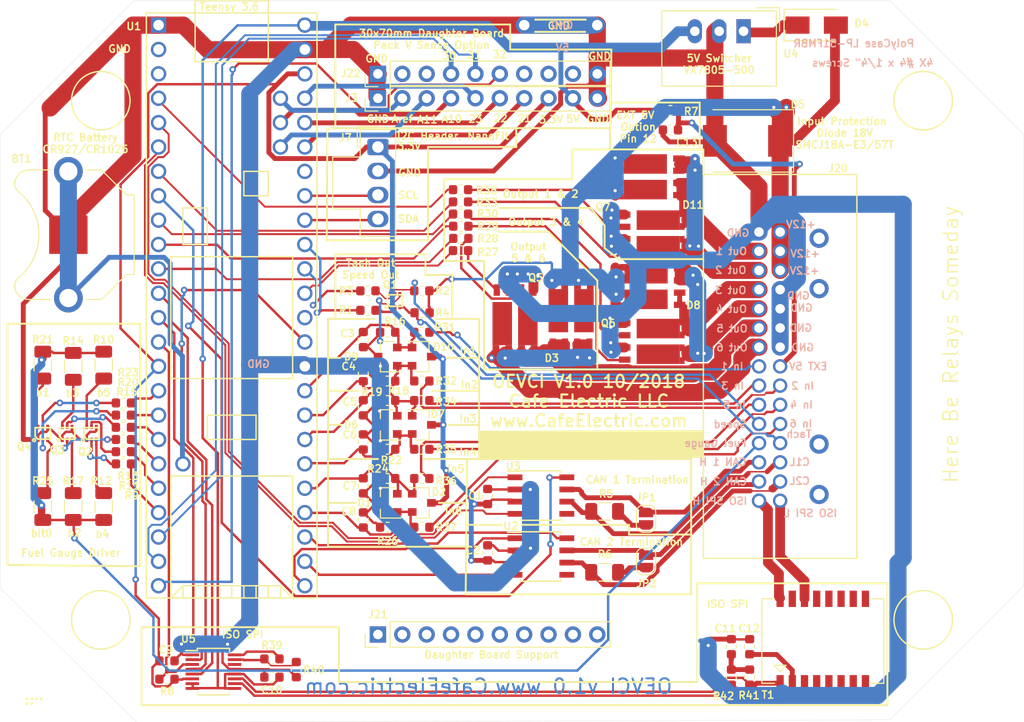
<source format=kicad_pcb>
(kicad_pcb (version 20171130) (host pcbnew "(5.0.1-3-g963ef8bb5)")

  (general
    (thickness 1.5875)
    (drawings 183)
    (tracks 1286)
    (zones 0)
    (modules 96)
    (nets 164)
  )

  (page USLetter)
  (title_block
    (title Smoother)
    (date 2018-09-11)
    (company "Cafe Electric LLC")
  )

  (layers
    (0 F.Cu signal hide)
    (31 B.Cu signal)
    (36 B.SilkS user hide)
    (37 F.SilkS user)
    (38 B.Mask user)
    (39 F.Mask user hide)
    (40 Dwgs.User user hide)
    (41 Cmts.User user hide)
    (44 Edge.Cuts user)
    (45 Margin user hide)
    (46 B.CrtYd user hide)
    (47 F.CrtYd user hide)
    (48 B.Fab user hide)
    (49 F.Fab user hide)
  )

  (setup
    (last_trace_width 1.778)
    (user_trace_width 0.2032)
    (user_trace_width 0.254)
    (user_trace_width 0.508)
    (user_trace_width 0.762)
    (user_trace_width 1.016)
    (user_trace_width 1.778)
    (trace_clearance 0.1524)
    (zone_clearance 0.508)
    (zone_45_only no)
    (trace_min 0.1524)
    (segment_width 0.2)
    (edge_width 0.0254)
    (via_size 0.6858)
    (via_drill 0.3302)
    (via_min_size 0.508)
    (via_min_drill 0.254)
    (uvia_size 0.6858)
    (uvia_drill 0.3302)
    (uvias_allowed no)
    (uvia_min_size 0.2)
    (uvia_min_drill 0.1)
    (pcb_text_width 0.1524)
    (pcb_text_size 0.762 0.762)
    (mod_edge_width 0.15)
    (mod_text_size 0.762 0.762)
    (mod_text_width 0.1524)
    (pad_size 1.6 1.6)
    (pad_drill 0)
    (pad_to_mask_clearance 0.0508)
    (solder_mask_min_width 0.25)
    (aux_axis_origin 0 0)
    (visible_elements FFFFFF7F)
    (pcbplotparams
      (layerselection 0x010fc_ffffffff)
      (usegerberextensions false)
      (usegerberattributes false)
      (usegerberadvancedattributes false)
      (creategerberjobfile false)
      (excludeedgelayer true)
      (linewidth 0.100000)
      (plotframeref false)
      (viasonmask false)
      (mode 1)
      (useauxorigin false)
      (hpglpennumber 1)
      (hpglpenspeed 20)
      (hpglpendiameter 15.000000)
      (psnegative false)
      (psa4output false)
      (plotreference true)
      (plotvalue true)
      (plotinvisibletext false)
      (padsonsilk false)
      (subtractmaskfromsilk false)
      (outputformat 1)
      (mirror false)
      (drillshape 1)
      (scaleselection 1)
      (outputdirectory ""))
  )

  (net 0 "")
  (net 1 GND)
  (net 2 "Net-(BT1-Pad1)")
  (net 3 +3V3)
  (net 4 I1)
  (net 5 I2)
  (net 6 I3)
  (net 7 I4)
  (net 8 I5)
  (net 9 I6)
  (net 10 +12V)
  (net 11 OUT6)
  (net 12 OUT5)
  (net 13 "Net-(D4-Pad1)")
  (net 14 OUT3)
  (net 15 OUT4)
  (net 16 OUT2)
  (net 17 OUT1)
  (net 18 +5V)
  (net 19 "Net-(J3-Pad2)")
  (net 20 "Net-(J3-Pad3)")
  (net 21 "Net-(J3-Pad4)")
  (net 22 "Net-(J3-Pad5)")
  (net 23 "Net-(J3-Pad6)")
  (net 24 "Net-(J3-Pad7)")
  (net 25 "Net-(J7-Pad3)")
  (net 26 "Net-(J7-Pad4)")
  (net 27 ISOSPIH)
  (net 28 CAN2H)
  (net 29 CAN1H)
  (net 30 GAS_GAUGE)
  (net 31 SPEED_OUT)
  (net 32 IN6)
  (net 33 IN4)
  (net 34 IN2)
  (net 35 ISOSPIL)
  (net 36 CAN2L)
  (net 37 CAN1L)
  (net 38 TACH_OUT)
  (net 39 IN5)
  (net 40 IN3)
  (net 41 IN1)
  (net 42 "Net-(J20-Pad3)")
  (net 43 "Net-(J20-Pad4)")
  (net 44 "Net-(J20-Pad2)")
  (net 45 "Net-(J20-Pad1)")
  (net 46 "Net-(Q1-Pad2)")
  (net 47 "Net-(Q1-Pad5)")
  (net 48 "Net-(Q2-Pad3)")
  (net 49 "Net-(Q2-Pad5)")
  (net 50 "Net-(Q2-Pad2)")
  (net 51 "Net-(Q2-Pad6)")
  (net 52 "Net-(Q3-Pad6)")
  (net 53 "Net-(Q3-Pad2)")
  (net 54 "Net-(Q3-Pad5)")
  (net 55 "Net-(Q3-Pad3)")
  (net 56 "Net-(Q4-Pad3)")
  (net 57 "Net-(Q4-Pad5)")
  (net 58 "Net-(Q4-Pad2)")
  (net 59 "Net-(Q4-Pad6)")
  (net 60 "Net-(Q5-Pad4)")
  (net 61 "Net-(Q5-Pad2)")
  (net 62 "Net-(Q6-Pad2)")
  (net 63 "Net-(Q6-Pad4)")
  (net 64 "Net-(Q7-Pad4)")
  (net 65 "Net-(Q7-Pad2)")
  (net 66 Speed)
  (net 67 Tach)
  (net 68 G6)
  (net 69 G5)
  (net 70 G4)
  (net 71 G3)
  (net 72 G2)
  (net 73 G1)
  (net 74 O5)
  (net 75 O4)
  (net 76 O3)
  (net 77 O2)
  (net 78 O1)
  (net 79 "Net-(U1-Pad26)")
  (net 80 "Net-(U1-Pad27)")
  (net 81 "Net-(U1-Pad28)")
  (net 82 "Net-(U1-Pad29)")
  (net 83 "Net-(U1-Pad30)")
  (net 84 "Net-(U1-Pad31)")
  (net 85 "Net-(U1-Pad32)")
  (net 86 "Net-(U1-Pad8)")
  (net 87 "Net-(U1-Pad6)")
  (net 88 "Net-(U1-Pad5)")
  (net 89 "Net-(U1-Pad3)")
  (net 90 "Net-(U1-Pad2)")
  (net 91 I7)
  (net 92 O6_Fuel_Lt)
  (net 93 I8)
  (net 94 "Net-(U1-Pad54)")
  (net 95 "Net-(U1-Pad63)")
  (net 96 "Net-(U1-Pad64)")
  (net 97 "Net-(U1-Pad65)")
  (net 98 "Net-(U1-Pad66)")
  (net 99 "Net-(U1-Pad67)")
  (net 100 "Net-(U1-Pad68)")
  (net 101 "Net-(U1-Pad69)")
  (net 102 "Net-(U1-Pad70)")
  (net 103 "Net-(U1-Pad71)")
  (net 104 "Net-(U1-Pad72)")
  (net 105 "Net-(U1-Pad73)")
  (net 106 "Net-(U1-Pad74)")
  (net 107 "Net-(U1-Pad75)")
  (net 108 "Net-(U1-Pad76)")
  (net 109 "Net-(U1-Pad77)")
  (net 110 "Net-(U1-Pad78)")
  (net 111 "Net-(U1-Pad79)")
  (net 112 "Net-(U1-Pad80)")
  (net 113 "Net-(U1-Pad81)")
  (net 114 "Net-(U1-Pad82)")
  (net 115 "Net-(U1-Pad83)")
  (net 116 "Net-(U1-Pad84)")
  (net 117 "Net-(U1-Pad85)")
  (net 118 "Net-(U1-Pad86)")
  (net 119 "Net-(U1-Pad58)")
  (net 120 "Net-(U1-Pad59)")
  (net 121 "Net-(U1-Pad60)")
  (net 122 "Net-(U1-Pad61)")
  (net 123 "Net-(U1-Pad62)")
  (net 124 "Net-(U2-Pad5)")
  (net 125 "Net-(U3-Pad5)")
  (net 126 "Net-(J21-Pad1)")
  (net 127 "Net-(J21-Pad2)")
  (net 128 "Net-(J21-Pad3)")
  (net 129 "Net-(J21-Pad4)")
  (net 130 "Net-(J21-Pad5)")
  (net 131 "Net-(J21-Pad6)")
  (net 132 "Net-(J21-Pad7)")
  (net 133 "Net-(J22-Pad6)")
  (net 134 "Net-(J22-Pad5)")
  (net 135 "Net-(J22-Pad4)")
  (net 136 "Net-(J22-Pad3)")
  (net 137 "Net-(J22-Pad2)")
  (net 138 "Net-(J21-Pad10)")
  (net 139 "Net-(J21-Pad9)")
  (net 140 "Net-(J21-Pad8)")
  (net 141 "Net-(J22-Pad7)")
  (net 142 "Net-(J22-Pad8)")
  (net 143 "Net-(J22-Pad9)")
  (net 144 EXT5V)
  (net 145 "Net-(JP1-Pad2)")
  (net 146 "Net-(JP2-Pad2)")
  (net 147 "Net-(C11-Pad1)")
  (net 148 "Net-(C12-Pad1)")
  (net 149 MISO)
  (net 150 "Net-(R39-Pad2)")
  (net 151 "Net-(R39-Pad1)")
  (net 152 "Net-(R41-Pad1)")
  (net 153 "Net-(R42-Pad1)")
  (net 154 "Net-(T1-Pad6)")
  (net 155 "Net-(T1-Pad7)")
  (net 156 "Net-(T1-Pad8)")
  (net 157 "Net-(T1-Pad9)")
  (net 158 "Net-(T1-Pad10)")
  (net 159 "Net-(T1-Pad11)")
  (net 160 "Net-(T1-Pad15)")
  (net 161 MOSI)
  (net 162 CS)
  (net 163 SCK)

  (net_class Default "This is the default net class."
    (clearance 0.1524)
    (trace_width 0.1524)
    (via_dia 0.6858)
    (via_drill 0.3302)
    (uvia_dia 0.6858)
    (uvia_drill 0.3302)
    (add_net +12V)
    (add_net +3V3)
    (add_net +5V)
    (add_net CAN1H)
    (add_net CAN1L)
    (add_net CAN2H)
    (add_net CAN2L)
    (add_net CS)
    (add_net EXT5V)
    (add_net G1)
    (add_net G2)
    (add_net G3)
    (add_net G4)
    (add_net G5)
    (add_net G6)
    (add_net GAS_GAUGE)
    (add_net GND)
    (add_net I1)
    (add_net I2)
    (add_net I3)
    (add_net I4)
    (add_net I5)
    (add_net I6)
    (add_net I7)
    (add_net I8)
    (add_net IN1)
    (add_net IN2)
    (add_net IN3)
    (add_net IN4)
    (add_net IN5)
    (add_net IN6)
    (add_net ISOSPIH)
    (add_net ISOSPIL)
    (add_net MISO)
    (add_net MOSI)
    (add_net "Net-(BT1-Pad1)")
    (add_net "Net-(C11-Pad1)")
    (add_net "Net-(C12-Pad1)")
    (add_net "Net-(D4-Pad1)")
    (add_net "Net-(J20-Pad1)")
    (add_net "Net-(J20-Pad2)")
    (add_net "Net-(J20-Pad3)")
    (add_net "Net-(J20-Pad4)")
    (add_net "Net-(J21-Pad1)")
    (add_net "Net-(J21-Pad10)")
    (add_net "Net-(J21-Pad2)")
    (add_net "Net-(J21-Pad3)")
    (add_net "Net-(J21-Pad4)")
    (add_net "Net-(J21-Pad5)")
    (add_net "Net-(J21-Pad6)")
    (add_net "Net-(J21-Pad7)")
    (add_net "Net-(J21-Pad8)")
    (add_net "Net-(J21-Pad9)")
    (add_net "Net-(J22-Pad2)")
    (add_net "Net-(J22-Pad3)")
    (add_net "Net-(J22-Pad4)")
    (add_net "Net-(J22-Pad5)")
    (add_net "Net-(J22-Pad6)")
    (add_net "Net-(J22-Pad7)")
    (add_net "Net-(J22-Pad8)")
    (add_net "Net-(J22-Pad9)")
    (add_net "Net-(J3-Pad2)")
    (add_net "Net-(J3-Pad3)")
    (add_net "Net-(J3-Pad4)")
    (add_net "Net-(J3-Pad5)")
    (add_net "Net-(J3-Pad6)")
    (add_net "Net-(J3-Pad7)")
    (add_net "Net-(J7-Pad3)")
    (add_net "Net-(J7-Pad4)")
    (add_net "Net-(JP1-Pad2)")
    (add_net "Net-(JP2-Pad2)")
    (add_net "Net-(Q1-Pad2)")
    (add_net "Net-(Q1-Pad5)")
    (add_net "Net-(Q2-Pad2)")
    (add_net "Net-(Q2-Pad3)")
    (add_net "Net-(Q2-Pad5)")
    (add_net "Net-(Q2-Pad6)")
    (add_net "Net-(Q3-Pad2)")
    (add_net "Net-(Q3-Pad3)")
    (add_net "Net-(Q3-Pad5)")
    (add_net "Net-(Q3-Pad6)")
    (add_net "Net-(Q4-Pad2)")
    (add_net "Net-(Q4-Pad3)")
    (add_net "Net-(Q4-Pad5)")
    (add_net "Net-(Q4-Pad6)")
    (add_net "Net-(Q5-Pad2)")
    (add_net "Net-(Q5-Pad4)")
    (add_net "Net-(Q6-Pad2)")
    (add_net "Net-(Q6-Pad4)")
    (add_net "Net-(Q7-Pad2)")
    (add_net "Net-(Q7-Pad4)")
    (add_net "Net-(R39-Pad1)")
    (add_net "Net-(R39-Pad2)")
    (add_net "Net-(R41-Pad1)")
    (add_net "Net-(R42-Pad1)")
    (add_net "Net-(T1-Pad10)")
    (add_net "Net-(T1-Pad11)")
    (add_net "Net-(T1-Pad15)")
    (add_net "Net-(T1-Pad6)")
    (add_net "Net-(T1-Pad7)")
    (add_net "Net-(T1-Pad8)")
    (add_net "Net-(T1-Pad9)")
    (add_net "Net-(U1-Pad2)")
    (add_net "Net-(U1-Pad26)")
    (add_net "Net-(U1-Pad27)")
    (add_net "Net-(U1-Pad28)")
    (add_net "Net-(U1-Pad29)")
    (add_net "Net-(U1-Pad3)")
    (add_net "Net-(U1-Pad30)")
    (add_net "Net-(U1-Pad31)")
    (add_net "Net-(U1-Pad32)")
    (add_net "Net-(U1-Pad5)")
    (add_net "Net-(U1-Pad54)")
    (add_net "Net-(U1-Pad58)")
    (add_net "Net-(U1-Pad59)")
    (add_net "Net-(U1-Pad6)")
    (add_net "Net-(U1-Pad60)")
    (add_net "Net-(U1-Pad61)")
    (add_net "Net-(U1-Pad62)")
    (add_net "Net-(U1-Pad63)")
    (add_net "Net-(U1-Pad64)")
    (add_net "Net-(U1-Pad65)")
    (add_net "Net-(U1-Pad66)")
    (add_net "Net-(U1-Pad67)")
    (add_net "Net-(U1-Pad68)")
    (add_net "Net-(U1-Pad69)")
    (add_net "Net-(U1-Pad70)")
    (add_net "Net-(U1-Pad71)")
    (add_net "Net-(U1-Pad72)")
    (add_net "Net-(U1-Pad73)")
    (add_net "Net-(U1-Pad74)")
    (add_net "Net-(U1-Pad75)")
    (add_net "Net-(U1-Pad76)")
    (add_net "Net-(U1-Pad77)")
    (add_net "Net-(U1-Pad78)")
    (add_net "Net-(U1-Pad79)")
    (add_net "Net-(U1-Pad8)")
    (add_net "Net-(U1-Pad80)")
    (add_net "Net-(U1-Pad81)")
    (add_net "Net-(U1-Pad82)")
    (add_net "Net-(U1-Pad83)")
    (add_net "Net-(U1-Pad84)")
    (add_net "Net-(U1-Pad85)")
    (add_net "Net-(U1-Pad86)")
    (add_net "Net-(U2-Pad5)")
    (add_net "Net-(U3-Pad5)")
    (add_net O1)
    (add_net O2)
    (add_net O3)
    (add_net O4)
    (add_net O5)
    (add_net O6_Fuel_Lt)
    (add_net OUT1)
    (add_net OUT2)
    (add_net OUT3)
    (add_net OUT4)
    (add_net OUT5)
    (add_net OUT6)
    (add_net SCK)
    (add_net SPEED_OUT)
    (add_net Speed)
    (add_net TACH_OUT)
    (add_net Tach)
  )

  (net_class +12V ""
    (clearance 0.1524)
    (trace_width 0.889)
    (via_dia 0.6858)
    (via_drill 0.3302)
    (uvia_dia 0.6858)
    (uvia_drill 0.3302)
  )

  (net_class GND ""
    (clearance 0.1524)
    (trace_width 1.016)
    (via_dia 0.6858)
    (via_drill 0.3302)
    (uvia_dia 0.6858)
    (uvia_drill 0.3302)
  )

  (module Custom:Teensy36_custom_fewpads_2 (layer F.Cu) (tedit 5BD4AF55) (tstamp 5BD4450F)
    (at 43.18 49.53 270)
    (path /5B9AB2F7)
    (fp_text reference U1 (at -29.083 10.1981) (layer F.SilkS)
      (effects (font (size 0.762 0.762) (thickness 0.1524)))
    )
    (fp_text value "TEENSY 3.6" (at 0 10.16 270) (layer F.Fab)
      (effects (font (size 1 1) (thickness 0.15)))
    )
    (fp_line (start -13.97 -3.81) (end -13.97 -1.27) (layer F.SilkS) (width 0.15))
    (fp_line (start -13.97 -1.27) (end -11.43 -1.27) (layer F.SilkS) (width 0.15))
    (fp_line (start -11.43 -1.27) (end -11.43 -3.81) (layer F.SilkS) (width 0.15))
    (fp_line (start -11.43 -3.81) (end -13.97 -3.81) (layer F.SilkS) (width 0.15))
    (fp_line (start -6.35 5.08) (end -10.16 5.08) (layer F.SilkS) (width 0.15))
    (fp_line (start -10.16 5.08) (end -10.16 2.54) (layer F.SilkS) (width 0.15))
    (fp_line (start -10.16 2.54) (end -6.35 2.54) (layer F.SilkS) (width 0.15))
    (fp_line (start -6.35 2.54) (end -6.35 5.08) (layer F.SilkS) (width 0.15))
    (fp_line (start 7.62 6.35) (end 7.62 -6.35) (layer F.SilkS) (width 0.15))
    (fp_line (start -5.08 -6.35) (end -5.08 6.35) (layer F.SilkS) (width 0.15))
    (fp_line (start -5.08 6.35) (end 7.62 6.35) (layer F.SilkS) (width 0.15))
    (fp_line (start -5.08 -6.35) (end 7.62 -6.35) (layer F.SilkS) (width 0.15))
    (fp_line (start 29.21 5.08) (end 30.48 5.08) (layer F.SilkS) (width 0.15))
    (fp_line (start 29.21 3.81) (end 30.48 3.81) (layer F.SilkS) (width 0.15))
    (fp_line (start 29.21 2.54) (end 30.48 2.54) (layer F.SilkS) (width 0.15))
    (fp_line (start 29.21 1.27) (end 30.48 1.27) (layer F.SilkS) (width 0.15))
    (fp_line (start 29.21 0) (end 30.48 0) (layer F.SilkS) (width 0.15))
    (fp_line (start 29.21 -1.27) (end 30.48 -1.27) (layer F.SilkS) (width 0.15))
    (fp_line (start 29.21 -2.54) (end 30.48 -2.54) (layer F.SilkS) (width 0.15))
    (fp_line (start 29.21 -3.81) (end 30.48 -3.81) (layer F.SilkS) (width 0.15))
    (fp_line (start 29.21 -5.08) (end 30.48 -5.08) (layer F.SilkS) (width 0.15))
    (fp_line (start 30.48 6.35) (end 29.21 5.08) (layer F.SilkS) (width 0.15))
    (fp_line (start 29.21 5.08) (end 29.21 -5.08) (layer F.SilkS) (width 0.15))
    (fp_line (start 29.21 -5.08) (end 30.48 -6.35) (layer F.SilkS) (width 0.15))
    (fp_line (start 30.48 -6.35) (end 17.78 -6.35) (layer F.SilkS) (width 0.15))
    (fp_line (start 17.78 -6.35) (end 17.78 6.35) (layer F.SilkS) (width 0.15))
    (fp_line (start 17.78 6.35) (end 30.48 6.35) (layer F.SilkS) (width 0.15))
    (fp_line (start 30.48 -8.89) (end -30.48 -8.89) (layer F.SilkS) (width 0.15))
    (fp_line (start -30.48 8.89) (end 30.48 8.89) (layer F.SilkS) (width 0.15))
    (fp_line (start -30.48 3.81) (end -31.75 3.81) (layer F.SilkS) (width 0.15))
    (fp_line (start -31.75 3.81) (end -31.75 -3.81) (layer F.SilkS) (width 0.15))
    (fp_line (start -31.75 -3.81) (end -30.48 -3.81) (layer F.SilkS) (width 0.15))
    (fp_line (start -25.4 3.81) (end -25.4 -3.81) (layer F.SilkS) (width 0.15))
    (fp_line (start -25.4 -3.81) (end -30.48 -3.81) (layer F.SilkS) (width 0.15))
    (fp_line (start -25.4 3.81) (end -30.48 3.81) (layer F.SilkS) (width 0.15))
    (fp_line (start 13.97 -2.54) (end 13.97 2.54) (layer F.SilkS) (width 0.15))
    (fp_line (start 13.97 2.54) (end 11.43 2.54) (layer F.SilkS) (width 0.15))
    (fp_line (start 11.43 2.54) (end 11.43 -2.54) (layer F.SilkS) (width 0.15))
    (fp_line (start 11.43 -2.54) (end 13.97 -2.54) (layer F.SilkS) (width 0.15))
    (fp_line (start 30.48 -8.89) (end 30.48 8.89) (layer F.SilkS) (width 0.15))
    (fp_line (start -30.48 8.89) (end -30.48 -8.89) (layer F.SilkS) (width 0.15))
    (pad 17 thru_hole circle (at 11.43 7.62 270) (size 1.6 1.6) (drill 1.1) (layers *.Cu *.Mask)
      (net 72 G2))
    (pad 18 thru_hole circle (at 13.97 7.62 270) (size 1.6 1.6) (drill 1.1) (layers *.Cu *.Mask)
      (net 71 G3))
    (pad 19 thru_hole circle (at 16.51 7.62 270) (size 1.6 1.6) (drill 1.1) (layers *.Cu *.Mask)
      (net 70 G4))
    (pad 20 thru_hole circle (at 19.05 7.62 270) (size 1.6 1.6) (drill 1.1) (layers *.Cu *.Mask)
      (net 69 G5))
    (pad 16 thru_hole circle (at 8.89 7.62 270) (size 1.6 1.6) (drill 1.1) (layers *.Cu *.Mask)
      (net 73 G1))
    (pad 15 thru_hole circle (at 6.35 7.62 270) (size 1.6 1.6) (drill 1.1) (layers *.Cu *.Mask)
      (net 3 +3V3))
    (pad 14 thru_hole circle (at 3.81 7.62 270) (size 1.6 1.6) (drill 1.1) (layers *.Cu *.Mask)
      (net 149 MISO))
    (pad 21 thru_hole circle (at 21.59 7.62 270) (size 1.6 1.6) (drill 1.1) (layers *.Cu *.Mask)
      (net 68 G6))
    (pad 22 thru_hole circle (at 24.13 7.62 270) (size 1.6 1.6) (drill 1.1) (layers *.Cu *.Mask)
      (net 135 "Net-(J22-Pad4)"))
    (pad 23 thru_hole circle (at 26.67 7.62 270) (size 1.6 1.6) (drill 1.1) (layers *.Cu *.Mask)
      (net 134 "Net-(J22-Pad5)"))
    (pad 24 thru_hole circle (at 29.21 7.62 270) (size 1.6 1.6) (drill 1.1) (layers *.Cu *.Mask)
      (net 133 "Net-(J22-Pad6)"))
    (pad 25 thru_hole circle (at 16.51 5.08 270) (size 1.6 1.6) (drill 1.1) (layers *.Cu *.Mask)
      (net 2 "Net-(BT1-Pad1)"))
    (pad 26 connect circle (at 16.51 2.54 270) (size 1.6 1.6) (layers Dwgs.User)
      (net 79 "Net-(U1-Pad26)"))
    (pad 27 connect circle (at 16.51 0 270) (size 1.6 1.6) (layers Dwgs.User)
      (net 80 "Net-(U1-Pad27)"))
    (pad 28 connect circle (at 16.51 -2.54 270) (size 1.6 1.6) (layers Dwgs.User)
      (net 81 "Net-(U1-Pad28)"))
    (pad 29 connect circle (at 16.51 -5.08 270) (size 1.6 1.6) (layers Dwgs.User)
      (net 82 "Net-(U1-Pad29)"))
    (pad 30 thru_hole circle (at 29.21 -7.62 270) (size 1.6 1.6) (drill 1.1) (layers *.Cu *.Mask)
      (net 83 "Net-(U1-Pad30)"))
    (pad 31 thru_hole circle (at 26.67 -7.62 270) (size 1.6 1.6) (drill 1.1) (layers *.Cu *.Mask)
      (net 84 "Net-(U1-Pad31)"))
    (pad 32 thru_hole circle (at 24.13 -7.62 270) (size 1.6 1.6) (drill 1.1) (layers *.Cu *.Mask)
      (net 85 "Net-(U1-Pad32)"))
    (pad 33 thru_hole circle (at 21.59 -7.62 270) (size 1.6 1.6) (drill 1.1) (layers *.Cu *.Mask)
      (net 9 I6))
    (pad 34 thru_hole circle (at 19.05 -7.62 270) (size 1.6 1.6) (drill 1.1) (layers *.Cu *.Mask)
      (net 8 I5))
    (pad 35 thru_hole circle (at 16.51 -7.62 270) (size 1.6 1.6) (drill 1.1) (layers *.Cu *.Mask)
      (net 7 I4))
    (pad 36 thru_hole circle (at 13.97 -7.62 270) (size 1.6 1.6) (drill 1.1) (layers *.Cu *.Mask)
      (net 6 I3))
    (pad 37 thru_hole circle (at 11.43 -7.62 270) (size 1.6 1.6) (drill 1.1) (layers *.Cu *.Mask)
      (net 5 I2))
    (pad 13 thru_hole circle (at 1.27 7.62 270) (size 1.6 1.6) (drill 1.1) (layers *.Cu *.Mask)
      (net 161 MOSI))
    (pad 12 thru_hole circle (at -1.27 7.62 270) (size 1.6 1.6) (drill 1.1) (layers *.Cu *.Mask)
      (net 162 CS))
    (pad 11 thru_hole circle (at -3.81 7.62 270) (size 1.6 1.6) (drill 1.1) (layers *.Cu *.Mask)
      (net 74 O5))
    (pad 10 thru_hole circle (at -6.35 7.62 270) (size 1.6 1.6) (drill 1.1) (layers *.Cu *.Mask)
      (net 75 O4))
    (pad 9 thru_hole circle (at -8.89 7.62 270) (size 1.6 1.6) (drill 1.1) (layers *.Cu *.Mask)
      (net 76 O3))
    (pad 8 thru_hole circle (at -11.43 7.62 270) (size 1.6 1.6) (drill 1.1) (layers *.Cu *.Mask)
      (net 86 "Net-(U1-Pad8)"))
    (pad 7 thru_hole circle (at -13.97 7.62 270) (size 1.6 1.6) (drill 1.1) (layers *.Cu *.Mask)
      (net 77 O2))
    (pad 6 thru_hole circle (at -16.51 7.62 270) (size 1.6 1.6) (drill 1.1) (layers *.Cu *.Mask)
      (net 87 "Net-(U1-Pad6)"))
    (pad 5 thru_hole circle (at -19.05 7.62 270) (size 1.6 1.6) (drill 1.1) (layers *.Cu *.Mask)
      (net 88 "Net-(U1-Pad5)"))
    (pad 4 thru_hole circle (at -21.59 7.62 270) (size 1.6 1.6) (drill 1.1) (layers *.Cu *.Mask)
      (net 78 O1))
    (pad 3 thru_hole circle (at -24.13 7.62 270) (size 1.6 1.6) (drill 1.1) (layers *.Cu *.Mask)
      (net 89 "Net-(U1-Pad3)"))
    (pad 2 thru_hole circle (at -26.67 7.62 270) (size 1.6 1.6) (drill 1.1) (layers *.Cu *.Mask)
      (net 90 "Net-(U1-Pad2)"))
    (pad 1 thru_hole rect (at -29.21 7.62 270) (size 1.6 1.6) (drill 1.1) (layers *.Cu *.Mask)
      (net 1 GND))
    (pad 38 thru_hole circle (at 8.89 -7.62 270) (size 1.6 1.6) (drill 1.1) (layers *.Cu *.Mask)
      (net 4 I1))
    (pad 39 thru_hole circle (at 6.35 -7.62 270) (size 1.6 1.6) (drill 1.1) (layers *.Cu *.Mask)
      (net 1 GND))
    (pad 40 thru_hole circle (at 3.81 -7.62 270) (size 1.6 1.6) (drill 1.1) (layers *.Cu *.Mask)
      (net 163 SCK))
    (pad 41 thru_hole circle (at 1.27 -7.62 270) (size 1.6 1.6) (drill 1.1) (layers *.Cu *.Mask)
      (net 91 I7))
    (pad 42 thru_hole circle (at -1.27 -7.62 270) (size 1.6 1.6) (drill 1.1) (layers *.Cu *.Mask)
      (net 92 O6_Fuel_Lt))
    (pad 43 thru_hole circle (at -3.81 -7.62 270) (size 1.6 1.6) (drill 1.1) (layers *.Cu *.Mask)
      (net 67 Tach))
    (pad 44 thru_hole circle (at -6.35 -7.62 270) (size 1.6 1.6) (drill 1.1) (layers *.Cu *.Mask)
      (net 66 Speed))
    (pad 45 thru_hole circle (at -8.89 -7.62 270) (size 1.6 1.6) (drill 1.1) (layers *.Cu *.Mask)
      (net 26 "Net-(J7-Pad4)"))
    (pad 46 thru_hole circle (at -11.43 -7.62 270) (size 1.6 1.6) (drill 1.1) (layers *.Cu *.Mask)
      (net 25 "Net-(J7-Pad3)"))
    (pad 47 thru_hole circle (at -13.97 -7.62 270) (size 1.6 1.6) (drill 1.1) (layers *.Cu *.Mask)
      (net 93 I8))
    (pad 48 thru_hole circle (at -16.51 -7.62 270) (size 1.6 1.6) (drill 1.1) (layers *.Cu *.Mask)
      (net 24 "Net-(J3-Pad7)"))
    (pad 49 thru_hole circle (at -19.05 -7.62 270) (size 1.6 1.6) (drill 1.1) (layers *.Cu *.Mask)
      (net 23 "Net-(J3-Pad6)"))
    (pad 50 thru_hole circle (at -21.59 -7.62 270) (size 1.6 1.6) (drill 1.1) (layers *.Cu *.Mask)
      (net 22 "Net-(J3-Pad5)"))
    (pad 51 thru_hole circle (at -24.13 -7.62 270) (size 1.6 1.6) (drill 1.1) (layers *.Cu *.Mask)
      (net 3 +3V3))
    (pad 52 thru_hole circle (at -26.67 -7.62 270) (size 1.6 1.6) (drill 1.1) (layers *.Cu *.Mask)
      (net 1 GND))
    (pad 53 thru_hole circle (at -29.21 -7.62 270) (size 1.6 1.6) (drill 1.1) (layers *.Cu *.Mask)
      (net 18 +5V))
    (pad 54 connect circle (at -26.67 -5.08 270) (size 1.6 1.6) (layers Dwgs.User)
      (net 94 "Net-(U1-Pad54)"))
    (pad 55 thru_hole circle (at -21.59 -5.08 270) (size 1.6 1.6) (drill 1.1) (layers *.Cu *.Mask)
      (net 19 "Net-(J3-Pad2)"))
    (pad 56 thru_hole circle (at -19.05 -5.08 270) (size 1.6 1.6) (drill 1.1) (layers *.Cu *.Mask)
      (net 21 "Net-(J3-Pad4)"))
    (pad 57 thru_hole circle (at -16.51 -5.08 270) (size 1.6 1.6) (drill 1.1) (layers *.Cu *.Mask)
      (net 20 "Net-(J3-Pad3)"))
    (pad 63 connect circle (at -13.97 0 270) (size 1.6 1.6) (layers Dwgs.User)
      (net 95 "Net-(U1-Pad63)"))
    (pad 64 connect circle (at -11.43 0 270) (size 1.6 1.6) (layers Dwgs.User)
      (net 96 "Net-(U1-Pad64)"))
    (pad 65 connect circle (at -8.89 0 270) (size 1.6 1.6) (layers Dwgs.User)
      (net 97 "Net-(U1-Pad65)"))
    (pad 66 connect circle (at -6.35 0 270) (size 1.6 1.6) (layers Dwgs.User)
      (net 98 "Net-(U1-Pad66)"))
    (pad 67 connect circle (at 8.89 0 270) (size 1.6 1.6) (layers Dwgs.User)
      (net 99 "Net-(U1-Pad67)"))
    (pad 68 connect circle (at 11.43 0 270) (size 1.6 1.6) (layers Dwgs.User)
      (net 100 "Net-(U1-Pad68)"))
    (pad 69 connect circle (at 13.97 0 270) (size 1.6 1.6) (layers Dwgs.User)
      (net 101 "Net-(U1-Pad69)"))
    (pad 70 connect circle (at 19.05 0 270) (size 1.6 1.6) (layers Dwgs.User)
      (net 102 "Net-(U1-Pad70)"))
    (pad 71 connect circle (at 21.59 0 270) (size 1.6 1.6) (layers Dwgs.User)
      (net 103 "Net-(U1-Pad71)"))
    (pad 72 connect circle (at 24.13 0 270) (size 1.6 1.6) (layers Dwgs.User)
      (net 104 "Net-(U1-Pad72)"))
    (pad 73 connect circle (at 26.67 0 270) (size 1.6 1.6) (layers Dwgs.User)
      (net 105 "Net-(U1-Pad73)"))
    (pad 74 connect circle (at 29.21 0 270) (size 1.6 1.6) (layers Dwgs.User)
      (net 106 "Net-(U1-Pad74)"))
    (pad 75 connect circle (at 29.21 -2.54 270) (size 1.6 1.6) (layers Dwgs.User)
      (net 107 "Net-(U1-Pad75)"))
    (pad 76 connect circle (at 26.67 -2.54 270) (size 1.6 1.6) (layers Dwgs.User)
      (net 108 "Net-(U1-Pad76)"))
    (pad 77 connect circle (at 24.13 -2.54 270) (size 1.6 1.6) (layers Dwgs.User)
      (net 109 "Net-(U1-Pad77)"))
    (pad 78 connect circle (at 21.59 -2.54 270) (size 1.6 1.6) (layers Dwgs.User)
      (net 110 "Net-(U1-Pad78)"))
    (pad 79 connect circle (at 19.05 -2.54 270) (size 1.6 1.6) (layers Dwgs.User)
      (net 111 "Net-(U1-Pad79)"))
    (pad 80 connect circle (at 13.97 -2.54 270) (size 1.6 1.6) (layers Dwgs.User)
      (net 112 "Net-(U1-Pad80)"))
    (pad 81 connect circle (at 11.43 -2.54 270) (size 1.6 1.6) (layers Dwgs.User)
      (net 113 "Net-(U1-Pad81)"))
    (pad 82 connect circle (at 8.89 -2.54 270) (size 1.6 1.6) (layers Dwgs.User)
      (net 114 "Net-(U1-Pad82)"))
    (pad 83 connect circle (at -6.35 -2.54 270) (size 1.6 1.6) (layers Dwgs.User)
      (net 115 "Net-(U1-Pad83)"))
    (pad 84 connect circle (at -8.89 -2.54 270) (size 1.6 1.6) (layers Dwgs.User)
      (net 116 "Net-(U1-Pad84)"))
    (pad 85 connect circle (at -11.43 -2.54 270) (size 1.6 1.6) (layers Dwgs.User)
      (net 117 "Net-(U1-Pad85)"))
    (pad 86 connect circle (at -13.97 -2.54 270) (size 1.6 1.6) (layers Dwgs.User)
      (net 118 "Net-(U1-Pad86)"))
    (pad 58 connect circle (at -22.86 4.62 270) (size 1.6 1.6) (layers Dwgs.User)
      (net 119 "Net-(U1-Pad58)"))
    (pad 59 connect circle (at -20.32 4.62 270) (size 1.6 1.6) (layers Dwgs.User)
      (net 120 "Net-(U1-Pad59)"))
    (pad 60 connect circle (at -17.78 4.62 270) (size 1.6 1.6) (layers Dwgs.User)
      (net 121 "Net-(U1-Pad60)"))
    (pad 61 connect circle (at -15.24 4.62 270) (size 1.6 1.6) (layers Dwgs.User)
      (net 122 "Net-(U1-Pad61)"))
    (pad 62 connect circle (at -12.7 4.62 270) (size 1.6 1.6) (layers Dwgs.User)
      (net 123 "Net-(U1-Pad62)"))
  )

  (module Custom:LP-51 locked (layer F.Cu) (tedit 5BCE991B) (tstamp 5BDB812D)
    (at 72.39 55.245)
    (path /5BA1C7DC)
    (fp_text reference J14 (at 0 0.5) (layer F.SilkS) hide
      (effects (font (size 0.762 0.762) (thickness 0.1524)))
    )
    (fp_text value "Polycase 4.55\" x 3.29\" x 1.25\" " (at 0 -0.5) (layer F.Fab) hide
      (effects (font (size 1 1) (thickness 0.15)))
    )
    (fp_circle (center 42.8498 27.051) (end 45.8978 27.051) (layer F.SilkS) (width 0.15))
    (fp_circle (center -42.8498 27.051) (end -39.8018 27.051) (layer F.SilkS) (width 0.15))
    (fp_circle (center 42.8498 -27.051) (end 45.8978 -27.051) (layer F.SilkS) (width 0.15))
    (fp_circle (center -42.8498 -27.051) (end -39.8018 -27.051) (layer F.SilkS) (width 0.15))
    (fp_line (start 39.37 37.4904) (end 53.3654 23.5966) (layer F.CrtYd) (width 0.15))
    (fp_line (start 39.3446 -37.4904) (end 53.3654 -23.5966) (layer F.CrtYd) (width 0.15))
    (fp_line (start -39.37 -37.4904) (end -53.3654 -23.6474) (layer F.CrtYd) (width 0.15))
    (fp_line (start -53.3654 23.5966) (end -53.3654 -23.5966) (layer F.CrtYd) (width 0.15))
    (fp_line (start -39.37 37.4904) (end -53.3654 23.5966) (layer F.CrtYd) (width 0.15))
    (fp_line (start 39.37 37.4904) (end -39.37 37.4904) (layer F.CrtYd) (width 0.15))
    (fp_line (start 53.3654 -23.5966) (end 53.3654 23.5966) (layer F.CrtYd) (width 0.15))
    (fp_line (start -39.37 -37.4904) (end 39.37 -37.4904) (layer F.CrtYd) (width 0.15))
    (pad "" np_thru_hole circle (at 42.8498 27.051) (size 3.175 3.175) (drill 3.175) (layers *.Cu))
    (pad "" np_thru_hole circle (at 42.8498 -27.051) (size 3.175 3.175) (drill 3.175) (layers *.Cu))
    (pad "" np_thru_hole circle (at -42.8498 27.051) (size 3.175 3.175) (drill 3.175) (layers *.Cu))
    (pad "" np_thru_hole circle (at -42.8498 -27.051) (size 3.175 3.175) (drill 3.175) (layers *.Cu))
  )

  (module Custom:Keystone_3001_1x12mm-CoinCell (layer F.Cu) (tedit 58972363) (tstamp 5BDB7EDC)
    (at 26.162 42.16 270)
    (descr http://www.keyelco.com/product-pdf.cfm?p=778)
    (tags "Keystone type 3001 coin cell retainer")
    (path /5BA54632)
    (fp_text reference BT1 (at -7.9081 4.8895) (layer F.SilkS)
      (effects (font (size 0.762 0.762) (thickness 0.1524)))
    )
    (fp_text value Battery_Cell (at 0 7.5 270) (layer F.Fab)
      (effects (font (size 1 1) (thickness 0.15)))
    )
    (fp_line (start -4 -6.7) (end 4 -6.7) (layer F.Fab) (width 0.1))
    (fp_line (start -4 -6.7) (end -4 -6) (layer F.Fab) (width 0.1))
    (fp_line (start 4 -6.7) (end 4 -6) (layer F.Fab) (width 0.1))
    (fp_line (start -4 -6) (end -6.6 -3.4) (layer F.Fab) (width 0.1))
    (fp_line (start 4 -6) (end 6.6 -3.4) (layer F.Fab) (width 0.1))
    (fp_line (start -6.6 -3.4) (end -6.6 4.1) (layer F.Fab) (width 0.1))
    (fp_line (start 6.6 -3.4) (end 6.6 4.1) (layer F.Fab) (width 0.1))
    (fp_arc (start -5.25 4.1) (end -5.3 5.45) (angle 90) (layer F.Fab) (width 0.1))
    (fp_line (start 6.75 -3.45) (end 6.75 -1.8) (layer F.SilkS) (width 0.12))
    (fp_line (start 4.15 -6.05) (end 6.75 -3.45) (layer F.SilkS) (width 0.12))
    (fp_line (start 4.15 -6.85) (end 4.15 -6.05) (layer F.SilkS) (width 0.12))
    (fp_line (start -4.15 -6.85) (end 4.15 -6.85) (layer F.SilkS) (width 0.12))
    (fp_line (start -4.15 -6.05) (end -4.15 -6.85) (layer F.SilkS) (width 0.12))
    (fp_line (start -6.75 -3.45) (end -4.15 -6.05) (layer F.SilkS) (width 0.12))
    (fp_line (start -6.75 -1.8) (end -6.75 -3.45) (layer F.SilkS) (width 0.12))
    (fp_line (start -7.25 -1.95) (end -7.25 -3.8) (layer F.CrtYd) (width 0.05))
    (fp_line (start -7.25 -3.8) (end -4.65 -6.4) (layer F.CrtYd) (width 0.05))
    (fp_line (start -4.65 -6.4) (end -4.65 -7.35) (layer F.CrtYd) (width 0.05))
    (fp_line (start -4.65 -7.35) (end 4.65 -7.35) (layer F.CrtYd) (width 0.05))
    (fp_line (start 4.65 -6.4) (end 4.65 -7.35) (layer F.CrtYd) (width 0.05))
    (fp_line (start 7.25 -3.8) (end 4.65 -6.4) (layer F.CrtYd) (width 0.05))
    (fp_line (start 7.25 -1.95) (end 7.25 -3.8) (layer F.CrtYd) (width 0.05))
    (fp_arc (start 5.25 4.1) (end 5.3 5.45) (angle -90) (layer F.Fab) (width 0.1))
    (fp_line (start -6.75 1.8) (end -6.75 4.1) (layer F.SilkS) (width 0.12))
    (fp_line (start 6.75 1.8) (end 6.75 4.1) (layer F.SilkS) (width 0.12))
    (fp_line (start 7.25 1.95) (end 7.25 4.1) (layer F.CrtYd) (width 0.05))
    (fp_line (start -7.25 1.95) (end -7.25 4.1) (layer F.CrtYd) (width 0.05))
    (fp_arc (start -5.25 4.1) (end -5.3 6.1) (angle 90) (layer F.CrtYd) (width 0.05))
    (fp_arc (start -5.25 4.1) (end -5.3 5.6) (angle 90) (layer F.SilkS) (width 0.12))
    (fp_arc (start 5.25 4.1) (end 5.3 5.6) (angle -90) (layer F.SilkS) (width 0.12))
    (fp_arc (start 0 8.9) (end -4.6 5.1) (angle 101) (layer F.Fab) (width 0.1))
    (fp_arc (start -5.29 4.6) (end -4.6 5.1) (angle 60) (layer F.Fab) (width 0.1))
    (fp_arc (start 5.29 4.6) (end 4.6 5.1) (angle -60) (layer F.Fab) (width 0.1))
    (fp_arc (start 0 8.9) (end -4.5 5.2) (angle 101) (layer F.SilkS) (width 0.12))
    (fp_arc (start -5.29 4.6) (end -4.5 5.2) (angle 60) (layer F.SilkS) (width 0.12))
    (fp_arc (start 5.29 4.6) (end 4.5 5.2) (angle -60) (layer F.SilkS) (width 0.12))
    (fp_circle (center 0 0) (end 0 6.25) (layer Dwgs.User) (width 0.15))
    (fp_arc (start -6.6 0) (end -7.25 1.95) (angle 143) (layer F.CrtYd) (width 0.05))
    (fp_arc (start 6.6 0) (end 7.25 1.95) (angle -143) (layer F.CrtYd) (width 0.05))
    (fp_arc (start -5.29 4.6) (end -4.22 5.65) (angle 54.1) (layer F.CrtYd) (width 0.05))
    (fp_arc (start 5.29 4.6) (end 4.22 5.65) (angle -54.1) (layer F.CrtYd) (width 0.05))
    (fp_arc (start 5.25 4.1) (end 5.3 6.1) (angle -90) (layer F.CrtYd) (width 0.05))
    (fp_arc (start 0 0) (end 0 6.75) (angle -36.6) (layer F.CrtYd) (width 0.05))
    (fp_arc (start 0.11 9.15) (end -4.22 5.65) (angle 3.1) (layer F.CrtYd) (width 0.05))
    (fp_arc (start 0.11 9.15) (end 4.22 5.65) (angle -3.1) (layer F.CrtYd) (width 0.05))
    (fp_arc (start 0 0) (end 0 6.75) (angle 36.6) (layer F.CrtYd) (width 0.05))
    (pad 2 smd rect (at 0 0 270) (size 4 4) (layers F.Cu F.Mask)
      (net 1 GND))
    (pad 1 thru_hole circle (at 6.6 0 270) (size 3 3) (drill 1.9) (layers *.Cu *.Mask)
      (net 2 "Net-(BT1-Pad1)"))
    (pad 1 thru_hole circle (at -6.6 0 270) (size 3 3) (drill 1.9) (layers *.Cu *.Mask)
      (net 2 "Net-(BT1-Pad1)"))
    (model Battery_Holders.3dshapes/Keystone_3001_1x12mm-CoinCell.wrl
      (at (xyz 0 0 0))
      (scale (xyz 1 1 1))
      (rotate (xyz 0 0 0))
    )
  )

  (module Capacitor_SMD:C_0603_1608Metric (layer F.Cu) (tedit 5B301BBE) (tstamp 5BDB7EED)
    (at 69.85 69.4435 270)
    (descr "Capacitor SMD 0603 (1608 Metric), square (rectangular) end terminal, IPC_7351 nominal, (Body size source: http://www.tortai-tech.com/upload/download/2011102023233369053.pdf), generated with kicad-footprint-generator")
    (tags capacitor)
    (path /5BDF20FC)
    (attr smd)
    (fp_text reference C1 (at -0.1015 1.27) (layer F.SilkS)
      (effects (font (size 0.762 0.762) (thickness 0.1524)))
    )
    (fp_text value 100nF (at 0 1.43 270) (layer F.Fab)
      (effects (font (size 1 1) (thickness 0.15)))
    )
    (fp_line (start -0.8 0.4) (end -0.8 -0.4) (layer F.Fab) (width 0.1))
    (fp_line (start -0.8 -0.4) (end 0.8 -0.4) (layer F.Fab) (width 0.1))
    (fp_line (start 0.8 -0.4) (end 0.8 0.4) (layer F.Fab) (width 0.1))
    (fp_line (start 0.8 0.4) (end -0.8 0.4) (layer F.Fab) (width 0.1))
    (fp_line (start -0.162779 -0.51) (end 0.162779 -0.51) (layer F.SilkS) (width 0.12))
    (fp_line (start -0.162779 0.51) (end 0.162779 0.51) (layer F.SilkS) (width 0.12))
    (fp_line (start -1.48 0.73) (end -1.48 -0.73) (layer F.CrtYd) (width 0.05))
    (fp_line (start -1.48 -0.73) (end 1.48 -0.73) (layer F.CrtYd) (width 0.05))
    (fp_line (start 1.48 -0.73) (end 1.48 0.73) (layer F.CrtYd) (width 0.05))
    (fp_line (start 1.48 0.73) (end -1.48 0.73) (layer F.CrtYd) (width 0.05))
    (fp_text user %R (at 0 0 270) (layer F.Fab)
      (effects (font (size 0.4 0.4) (thickness 0.06)))
    )
    (pad 1 smd roundrect (at -0.7875 0 270) (size 0.875 0.95) (layers F.Cu F.Paste F.Mask) (roundrect_rratio 0.25)
      (net 1 GND))
    (pad 2 smd roundrect (at 0.7875 0 270) (size 0.875 0.95) (layers F.Cu F.Paste F.Mask) (roundrect_rratio 0.25)
      (net 3 +3V3))
    (model ${KISYS3DMOD}/Capacitor_SMD.3dshapes/C_0603_1608Metric.wrl
      (at (xyz 0 0 0))
      (scale (xyz 1 1 1))
      (rotate (xyz 0 0 0))
    )
  )

  (module Capacitor_SMD:C_0603_1608Metric (layer F.Cu) (tedit 5B301BBE) (tstamp 5BDB7EFE)
    (at 69.85 75.311 270)
    (descr "Capacitor SMD 0603 (1608 Metric), square (rectangular) end terminal, IPC_7351 nominal, (Body size source: http://www.tortai-tech.com/upload/download/2011102023233369053.pdf), generated with kicad-footprint-generator")
    (tags capacitor)
    (path /5BDFB23F)
    (attr smd)
    (fp_text reference C2 (at -0.254 1.524) (layer F.SilkS)
      (effects (font (size 0.762 0.762) (thickness 0.1524)))
    )
    (fp_text value 100nF (at 0 1.43 270) (layer F.Fab)
      (effects (font (size 1 1) (thickness 0.15)))
    )
    (fp_text user %R (at 0 0 270) (layer F.Fab)
      (effects (font (size 0.4 0.4) (thickness 0.06)))
    )
    (fp_line (start 1.48 0.73) (end -1.48 0.73) (layer F.CrtYd) (width 0.05))
    (fp_line (start 1.48 -0.73) (end 1.48 0.73) (layer F.CrtYd) (width 0.05))
    (fp_line (start -1.48 -0.73) (end 1.48 -0.73) (layer F.CrtYd) (width 0.05))
    (fp_line (start -1.48 0.73) (end -1.48 -0.73) (layer F.CrtYd) (width 0.05))
    (fp_line (start -0.162779 0.51) (end 0.162779 0.51) (layer F.SilkS) (width 0.12))
    (fp_line (start -0.162779 -0.51) (end 0.162779 -0.51) (layer F.SilkS) (width 0.12))
    (fp_line (start 0.8 0.4) (end -0.8 0.4) (layer F.Fab) (width 0.1))
    (fp_line (start 0.8 -0.4) (end 0.8 0.4) (layer F.Fab) (width 0.1))
    (fp_line (start -0.8 -0.4) (end 0.8 -0.4) (layer F.Fab) (width 0.1))
    (fp_line (start -0.8 0.4) (end -0.8 -0.4) (layer F.Fab) (width 0.1))
    (pad 2 smd roundrect (at 0.7875 0 270) (size 0.875 0.95) (layers F.Cu F.Paste F.Mask) (roundrect_rratio 0.25)
      (net 3 +3V3))
    (pad 1 smd roundrect (at -0.7875 0 270) (size 0.875 0.95) (layers F.Cu F.Paste F.Mask) (roundrect_rratio 0.25)
      (net 1 GND))
    (model ${KISYS3DMOD}/Capacitor_SMD.3dshapes/C_0603_1608Metric.wrl
      (at (xyz 0 0 0))
      (scale (xyz 1 1 1))
      (rotate (xyz 0 0 0))
    )
  )

  (module Capacitor_SMD:C_0603_1608Metric (layer F.Cu) (tedit 5B301BBE) (tstamp 5BDB7F0F)
    (at 56.896 53.086 270)
    (descr "Capacitor SMD 0603 (1608 Metric), square (rectangular) end terminal, IPC_7351 nominal, (Body size source: http://www.tortai-tech.com/upload/download/2011102023233369053.pdf), generated with kicad-footprint-generator")
    (tags capacitor)
    (path /5C5D2364)
    (attr smd)
    (fp_text reference C3 (at -0.635 1.651) (layer F.SilkS)
      (effects (font (size 0.762 0.762) (thickness 0.1524)))
    )
    (fp_text value 100nF (at 0 1.43 270) (layer F.Fab)
      (effects (font (size 1 1) (thickness 0.15)))
    )
    (fp_line (start -0.8 0.4) (end -0.8 -0.4) (layer F.Fab) (width 0.1))
    (fp_line (start -0.8 -0.4) (end 0.8 -0.4) (layer F.Fab) (width 0.1))
    (fp_line (start 0.8 -0.4) (end 0.8 0.4) (layer F.Fab) (width 0.1))
    (fp_line (start 0.8 0.4) (end -0.8 0.4) (layer F.Fab) (width 0.1))
    (fp_line (start -0.162779 -0.51) (end 0.162779 -0.51) (layer F.SilkS) (width 0.12))
    (fp_line (start -0.162779 0.51) (end 0.162779 0.51) (layer F.SilkS) (width 0.12))
    (fp_line (start -1.48 0.73) (end -1.48 -0.73) (layer F.CrtYd) (width 0.05))
    (fp_line (start -1.48 -0.73) (end 1.48 -0.73) (layer F.CrtYd) (width 0.05))
    (fp_line (start 1.48 -0.73) (end 1.48 0.73) (layer F.CrtYd) (width 0.05))
    (fp_line (start 1.48 0.73) (end -1.48 0.73) (layer F.CrtYd) (width 0.05))
    (fp_text user %R (at 0 0 270) (layer F.Fab)
      (effects (font (size 0.4 0.4) (thickness 0.06)))
    )
    (pad 1 smd roundrect (at -0.7875 0 270) (size 0.875 0.95) (layers F.Cu F.Paste F.Mask) (roundrect_rratio 0.25)
      (net 4 I1))
    (pad 2 smd roundrect (at 0.7875 0 270) (size 0.875 0.95) (layers F.Cu F.Paste F.Mask) (roundrect_rratio 0.25)
      (net 1 GND))
    (model ${KISYS3DMOD}/Capacitor_SMD.3dshapes/C_0603_1608Metric.wrl
      (at (xyz 0 0 0))
      (scale (xyz 1 1 1))
      (rotate (xyz 0 0 0))
    )
  )

  (module Capacitor_SMD:C_0603_1608Metric (layer F.Cu) (tedit 5B301BBE) (tstamp 5BDDBDA8)
    (at 56.896 56.642 90)
    (descr "Capacitor SMD 0603 (1608 Metric), square (rectangular) end terminal, IPC_7351 nominal, (Body size source: http://www.tortai-tech.com/upload/download/2011102023233369053.pdf), generated with kicad-footprint-generator")
    (tags capacitor)
    (path /5C4AEA5F)
    (attr smd)
    (fp_text reference C4 (at 0.762 -1.524 180) (layer F.SilkS)
      (effects (font (size 0.762 0.762) (thickness 0.1524)))
    )
    (fp_text value 100nF (at 0 1.43 90) (layer F.Fab)
      (effects (font (size 1 1) (thickness 0.15)))
    )
    (fp_text user %R (at 0 0 90) (layer F.Fab)
      (effects (font (size 0.4 0.4) (thickness 0.06)))
    )
    (fp_line (start 1.48 0.73) (end -1.48 0.73) (layer F.CrtYd) (width 0.05))
    (fp_line (start 1.48 -0.73) (end 1.48 0.73) (layer F.CrtYd) (width 0.05))
    (fp_line (start -1.48 -0.73) (end 1.48 -0.73) (layer F.CrtYd) (width 0.05))
    (fp_line (start -1.48 0.73) (end -1.48 -0.73) (layer F.CrtYd) (width 0.05))
    (fp_line (start -0.162779 0.51) (end 0.162779 0.51) (layer F.SilkS) (width 0.12))
    (fp_line (start -0.162779 -0.51) (end 0.162779 -0.51) (layer F.SilkS) (width 0.12))
    (fp_line (start 0.8 0.4) (end -0.8 0.4) (layer F.Fab) (width 0.1))
    (fp_line (start 0.8 -0.4) (end 0.8 0.4) (layer F.Fab) (width 0.1))
    (fp_line (start -0.8 -0.4) (end 0.8 -0.4) (layer F.Fab) (width 0.1))
    (fp_line (start -0.8 0.4) (end -0.8 -0.4) (layer F.Fab) (width 0.1))
    (pad 2 smd roundrect (at 0.7875 0 90) (size 0.875 0.95) (layers F.Cu F.Paste F.Mask) (roundrect_rratio 0.25)
      (net 1 GND))
    (pad 1 smd roundrect (at -0.7875 0 90) (size 0.875 0.95) (layers F.Cu F.Paste F.Mask) (roundrect_rratio 0.25)
      (net 5 I2))
    (model ${KISYS3DMOD}/Capacitor_SMD.3dshapes/C_0603_1608Metric.wrl
      (at (xyz 0 0 0))
      (scale (xyz 1 1 1))
      (rotate (xyz 0 0 0))
    )
  )

  (module Capacitor_SMD:C_0603_1608Metric (layer F.Cu) (tedit 5B301BBE) (tstamp 5BDB7F31)
    (at 56.896 60.198 270)
    (descr "Capacitor SMD 0603 (1608 Metric), square (rectangular) end terminal, IPC_7351 nominal, (Body size source: http://www.tortai-tech.com/upload/download/2011102023233369053.pdf), generated with kicad-footprint-generator")
    (tags capacitor)
    (path /5C4A2DDF)
    (attr smd)
    (fp_text reference C5 (at -0.635 1.397) (layer F.SilkS)
      (effects (font (size 0.762 0.762) (thickness 0.1524)))
    )
    (fp_text value 100nF (at 0 1.43 270) (layer F.Fab)
      (effects (font (size 1 1) (thickness 0.15)))
    )
    (fp_line (start -0.8 0.4) (end -0.8 -0.4) (layer F.Fab) (width 0.1))
    (fp_line (start -0.8 -0.4) (end 0.8 -0.4) (layer F.Fab) (width 0.1))
    (fp_line (start 0.8 -0.4) (end 0.8 0.4) (layer F.Fab) (width 0.1))
    (fp_line (start 0.8 0.4) (end -0.8 0.4) (layer F.Fab) (width 0.1))
    (fp_line (start -0.162779 -0.51) (end 0.162779 -0.51) (layer F.SilkS) (width 0.12))
    (fp_line (start -0.162779 0.51) (end 0.162779 0.51) (layer F.SilkS) (width 0.12))
    (fp_line (start -1.48 0.73) (end -1.48 -0.73) (layer F.CrtYd) (width 0.05))
    (fp_line (start -1.48 -0.73) (end 1.48 -0.73) (layer F.CrtYd) (width 0.05))
    (fp_line (start 1.48 -0.73) (end 1.48 0.73) (layer F.CrtYd) (width 0.05))
    (fp_line (start 1.48 0.73) (end -1.48 0.73) (layer F.CrtYd) (width 0.05))
    (fp_text user %R (at 0 0 270) (layer F.Fab)
      (effects (font (size 0.4 0.4) (thickness 0.06)))
    )
    (pad 1 smd roundrect (at -0.7875 0 270) (size 0.875 0.95) (layers F.Cu F.Paste F.Mask) (roundrect_rratio 0.25)
      (net 6 I3))
    (pad 2 smd roundrect (at 0.7875 0 270) (size 0.875 0.95) (layers F.Cu F.Paste F.Mask) (roundrect_rratio 0.25)
      (net 1 GND))
    (model ${KISYS3DMOD}/Capacitor_SMD.3dshapes/C_0603_1608Metric.wrl
      (at (xyz 0 0 0))
      (scale (xyz 1 1 1))
      (rotate (xyz 0 0 0))
    )
  )

  (module Capacitor_SMD:C_0603_1608Metric (layer F.Cu) (tedit 5B301BBE) (tstamp 5BDB7F42)
    (at 56.896 63.754 90)
    (descr "Capacitor SMD 0603 (1608 Metric), square (rectangular) end terminal, IPC_7351 nominal, (Body size source: http://www.tortai-tech.com/upload/download/2011102023233369053.pdf), generated with kicad-footprint-generator")
    (tags capacitor)
    (path /5C4970F3)
    (attr smd)
    (fp_text reference C6 (at 0.762 -1.397 180) (layer F.SilkS)
      (effects (font (size 0.762 0.762) (thickness 0.1524)))
    )
    (fp_text value 100nF (at 0 1.43 90) (layer F.Fab)
      (effects (font (size 1 1) (thickness 0.15)))
    )
    (fp_text user %R (at 0 0 90) (layer F.Fab)
      (effects (font (size 0.4 0.4) (thickness 0.06)))
    )
    (fp_line (start 1.48 0.73) (end -1.48 0.73) (layer F.CrtYd) (width 0.05))
    (fp_line (start 1.48 -0.73) (end 1.48 0.73) (layer F.CrtYd) (width 0.05))
    (fp_line (start -1.48 -0.73) (end 1.48 -0.73) (layer F.CrtYd) (width 0.05))
    (fp_line (start -1.48 0.73) (end -1.48 -0.73) (layer F.CrtYd) (width 0.05))
    (fp_line (start -0.162779 0.51) (end 0.162779 0.51) (layer F.SilkS) (width 0.12))
    (fp_line (start -0.162779 -0.51) (end 0.162779 -0.51) (layer F.SilkS) (width 0.12))
    (fp_line (start 0.8 0.4) (end -0.8 0.4) (layer F.Fab) (width 0.1))
    (fp_line (start 0.8 -0.4) (end 0.8 0.4) (layer F.Fab) (width 0.1))
    (fp_line (start -0.8 -0.4) (end 0.8 -0.4) (layer F.Fab) (width 0.1))
    (fp_line (start -0.8 0.4) (end -0.8 -0.4) (layer F.Fab) (width 0.1))
    (pad 2 smd roundrect (at 0.7875 0 90) (size 0.875 0.95) (layers F.Cu F.Paste F.Mask) (roundrect_rratio 0.25)
      (net 1 GND))
    (pad 1 smd roundrect (at -0.7875 0 90) (size 0.875 0.95) (layers F.Cu F.Paste F.Mask) (roundrect_rratio 0.25)
      (net 7 I4))
    (model ${KISYS3DMOD}/Capacitor_SMD.3dshapes/C_0603_1608Metric.wrl
      (at (xyz 0 0 0))
      (scale (xyz 1 1 1))
      (rotate (xyz 0 0 0))
    )
  )

  (module Capacitor_SMD:C_0603_1608Metric (layer F.Cu) (tedit 5B301BBE) (tstamp 5BDB7F53)
    (at 56.896 68.326 270)
    (descr "Capacitor SMD 0603 (1608 Metric), square (rectangular) end terminal, IPC_7351 nominal, (Body size source: http://www.tortai-tech.com/upload/download/2011102023233369053.pdf), generated with kicad-footprint-generator")
    (tags capacitor)
    (path /5C465ACC)
    (attr smd)
    (fp_text reference C7 (at 0 1.397) (layer F.SilkS)
      (effects (font (size 0.762 0.762) (thickness 0.1524)))
    )
    (fp_text value 100nF (at 0 1.43 270) (layer F.Fab)
      (effects (font (size 1 1) (thickness 0.15)))
    )
    (fp_text user %R (at 0 0 270) (layer F.Fab)
      (effects (font (size 0.4 0.4) (thickness 0.06)))
    )
    (fp_line (start 1.48 0.73) (end -1.48 0.73) (layer F.CrtYd) (width 0.05))
    (fp_line (start 1.48 -0.73) (end 1.48 0.73) (layer F.CrtYd) (width 0.05))
    (fp_line (start -1.48 -0.73) (end 1.48 -0.73) (layer F.CrtYd) (width 0.05))
    (fp_line (start -1.48 0.73) (end -1.48 -0.73) (layer F.CrtYd) (width 0.05))
    (fp_line (start -0.162779 0.51) (end 0.162779 0.51) (layer F.SilkS) (width 0.12))
    (fp_line (start -0.162779 -0.51) (end 0.162779 -0.51) (layer F.SilkS) (width 0.12))
    (fp_line (start 0.8 0.4) (end -0.8 0.4) (layer F.Fab) (width 0.1))
    (fp_line (start 0.8 -0.4) (end 0.8 0.4) (layer F.Fab) (width 0.1))
    (fp_line (start -0.8 -0.4) (end 0.8 -0.4) (layer F.Fab) (width 0.1))
    (fp_line (start -0.8 0.4) (end -0.8 -0.4) (layer F.Fab) (width 0.1))
    (pad 2 smd roundrect (at 0.7875 0 270) (size 0.875 0.95) (layers F.Cu F.Paste F.Mask) (roundrect_rratio 0.25)
      (net 1 GND))
    (pad 1 smd roundrect (at -0.7875 0 270) (size 0.875 0.95) (layers F.Cu F.Paste F.Mask) (roundrect_rratio 0.25)
      (net 8 I5))
    (model ${KISYS3DMOD}/Capacitor_SMD.3dshapes/C_0603_1608Metric.wrl
      (at (xyz 0 0 0))
      (scale (xyz 1 1 1))
      (rotate (xyz 0 0 0))
    )
  )

  (module Capacitor_SMD:C_0603_1608Metric (layer F.Cu) (tedit 5B301BBE) (tstamp 5BDB7F64)
    (at 56.896 71.882 90)
    (descr "Capacitor SMD 0603 (1608 Metric), square (rectangular) end terminal, IPC_7351 nominal, (Body size source: http://www.tortai-tech.com/upload/download/2011102023233369053.pdf), generated with kicad-footprint-generator")
    (tags capacitor)
    (path /5BDBD581)
    (attr smd)
    (fp_text reference C8 (at 0.889 -1.524 180) (layer F.SilkS)
      (effects (font (size 0.762 0.762) (thickness 0.1524)))
    )
    (fp_text value 100nF (at 0 1.43 90) (layer F.Fab)
      (effects (font (size 1 1) (thickness 0.15)))
    )
    (fp_line (start -0.8 0.4) (end -0.8 -0.4) (layer F.Fab) (width 0.1))
    (fp_line (start -0.8 -0.4) (end 0.8 -0.4) (layer F.Fab) (width 0.1))
    (fp_line (start 0.8 -0.4) (end 0.8 0.4) (layer F.Fab) (width 0.1))
    (fp_line (start 0.8 0.4) (end -0.8 0.4) (layer F.Fab) (width 0.1))
    (fp_line (start -0.162779 -0.51) (end 0.162779 -0.51) (layer F.SilkS) (width 0.12))
    (fp_line (start -0.162779 0.51) (end 0.162779 0.51) (layer F.SilkS) (width 0.12))
    (fp_line (start -1.48 0.73) (end -1.48 -0.73) (layer F.CrtYd) (width 0.05))
    (fp_line (start -1.48 -0.73) (end 1.48 -0.73) (layer F.CrtYd) (width 0.05))
    (fp_line (start 1.48 -0.73) (end 1.48 0.73) (layer F.CrtYd) (width 0.05))
    (fp_line (start 1.48 0.73) (end -1.48 0.73) (layer F.CrtYd) (width 0.05))
    (fp_text user %R (at 0 0 90) (layer F.Fab)
      (effects (font (size 0.4 0.4) (thickness 0.06)))
    )
    (pad 1 smd roundrect (at -0.7875 0 90) (size 0.875 0.95) (layers F.Cu F.Paste F.Mask) (roundrect_rratio 0.25)
      (net 9 I6))
    (pad 2 smd roundrect (at 0.7875 0 90) (size 0.875 0.95) (layers F.Cu F.Paste F.Mask) (roundrect_rratio 0.25)
      (net 1 GND))
    (model ${KISYS3DMOD}/Capacitor_SMD.3dshapes/C_0603_1608Metric.wrl
      (at (xyz 0 0 0))
      (scale (xyz 1 1 1))
      (rotate (xyz 0 0 0))
    )
  )

  (module Package_TO_SOT_SMD:SOT-23 (layer F.Cu) (tedit 5A02FF57) (tstamp 5BDB7F79)
    (at 59.436 70.104 180)
    (descr "SOT-23, Standard")
    (tags SOT-23)
    (path /5C459D54)
    (attr smd)
    (fp_text reference D1 (at 2.413 0 180) (layer F.SilkS)
      (effects (font (size 0.762 0.762) (thickness 0.1524)))
    )
    (fp_text value Diode_Dual_Shottkey_Sm_CA_bas40-06hmfh (at 0 2.5 180) (layer F.Fab)
      (effects (font (size 1 1) (thickness 0.15)))
    )
    (fp_text user %R (at 0 0 270) (layer F.Fab)
      (effects (font (size 0.5 0.5) (thickness 0.075)))
    )
    (fp_line (start -0.7 -0.95) (end -0.7 1.5) (layer F.Fab) (width 0.1))
    (fp_line (start -0.15 -1.52) (end 0.7 -1.52) (layer F.Fab) (width 0.1))
    (fp_line (start -0.7 -0.95) (end -0.15 -1.52) (layer F.Fab) (width 0.1))
    (fp_line (start 0.7 -1.52) (end 0.7 1.52) (layer F.Fab) (width 0.1))
    (fp_line (start -0.7 1.52) (end 0.7 1.52) (layer F.Fab) (width 0.1))
    (fp_line (start 0.76 1.58) (end 0.76 0.65) (layer F.SilkS) (width 0.12))
    (fp_line (start 0.76 -1.58) (end 0.76 -0.65) (layer F.SilkS) (width 0.12))
    (fp_line (start -1.7 -1.75) (end 1.7 -1.75) (layer F.CrtYd) (width 0.05))
    (fp_line (start 1.7 -1.75) (end 1.7 1.75) (layer F.CrtYd) (width 0.05))
    (fp_line (start 1.7 1.75) (end -1.7 1.75) (layer F.CrtYd) (width 0.05))
    (fp_line (start -1.7 1.75) (end -1.7 -1.75) (layer F.CrtYd) (width 0.05))
    (fp_line (start 0.76 -1.58) (end -1.4 -1.58) (layer F.SilkS) (width 0.12))
    (fp_line (start 0.76 1.58) (end -0.7 1.58) (layer F.SilkS) (width 0.12))
    (pad 1 smd rect (at -1 -0.95 180) (size 0.9 0.8) (layers F.Cu F.Paste F.Mask)
      (net 9 I6))
    (pad 2 smd rect (at -1 0.95 180) (size 0.9 0.8) (layers F.Cu F.Paste F.Mask)
      (net 8 I5))
    (pad 3 smd rect (at 1 0 180) (size 0.9 0.8) (layers F.Cu F.Paste F.Mask)
      (net 1 GND))
    (model ${KISYS3DMOD}/Package_TO_SOT_SMD.3dshapes/SOT-23.wrl
      (at (xyz 0 0 0))
      (scale (xyz 1 1 1))
      (rotate (xyz 0 0 0))
    )
  )

  (module Package_TO_SOT_SMD:SOT-23 (layer F.Cu) (tedit 5A02FF57) (tstamp 5BDDAEBB)
    (at 62.992 70.104)
    (descr "SOT-23, Standard")
    (tags SOT-23)
    (path /5C459D5B)
    (attr smd)
    (fp_text reference D2 (at 1.778 -1.143) (layer F.SilkS)
      (effects (font (size 0.762 0.762) (thickness 0.1524)))
    )
    (fp_text value Diode_Dual_Shottkey_Sm_CK_bas40-05hmfh (at 0 2.5) (layer F.Fab)
      (effects (font (size 1 1) (thickness 0.15)))
    )
    (fp_line (start 0.76 1.58) (end -0.7 1.58) (layer F.SilkS) (width 0.12))
    (fp_line (start 0.76 -1.58) (end -1.4 -1.58) (layer F.SilkS) (width 0.12))
    (fp_line (start -1.7 1.75) (end -1.7 -1.75) (layer F.CrtYd) (width 0.05))
    (fp_line (start 1.7 1.75) (end -1.7 1.75) (layer F.CrtYd) (width 0.05))
    (fp_line (start 1.7 -1.75) (end 1.7 1.75) (layer F.CrtYd) (width 0.05))
    (fp_line (start -1.7 -1.75) (end 1.7 -1.75) (layer F.CrtYd) (width 0.05))
    (fp_line (start 0.76 -1.58) (end 0.76 -0.65) (layer F.SilkS) (width 0.12))
    (fp_line (start 0.76 1.58) (end 0.76 0.65) (layer F.SilkS) (width 0.12))
    (fp_line (start -0.7 1.52) (end 0.7 1.52) (layer F.Fab) (width 0.1))
    (fp_line (start 0.7 -1.52) (end 0.7 1.52) (layer F.Fab) (width 0.1))
    (fp_line (start -0.7 -0.95) (end -0.15 -1.52) (layer F.Fab) (width 0.1))
    (fp_line (start -0.15 -1.52) (end 0.7 -1.52) (layer F.Fab) (width 0.1))
    (fp_line (start -0.7 -0.95) (end -0.7 1.5) (layer F.Fab) (width 0.1))
    (fp_text user %R (at 0 0 90) (layer F.Fab)
      (effects (font (size 0.5 0.5) (thickness 0.075)))
    )
    (pad 3 smd rect (at 1 0) (size 0.9 0.8) (layers F.Cu F.Paste F.Mask)
      (net 3 +3V3))
    (pad 2 smd rect (at -1 0.95) (size 0.9 0.8) (layers F.Cu F.Paste F.Mask)
      (net 9 I6))
    (pad 1 smd rect (at -1 -0.95) (size 0.9 0.8) (layers F.Cu F.Paste F.Mask)
      (net 8 I5))
    (model ${KISYS3DMOD}/Package_TO_SOT_SMD.3dshapes/SOT-23.wrl
      (at (xyz 0 0 0))
      (scale (xyz 1 1 1))
      (rotate (xyz 0 0 0))
    )
  )

  (module Custom:PG-TDSON-8-4-FP (layer F.Cu) (tedit 5BCC0A1D) (tstamp 5BDB7FAA)
    (at 78.54696 50.7492)
    (descr "PG-TDSON-8 FL")
    (tags "PG-TDSON-8 FL")
    (path /5BD7ACCD)
    (solder_mask_margin 0.05)
    (attr smd)
    (fp_text reference D3 (at -2.01676 4.2672) (layer F.SilkS)
      (effects (font (size 0.762 0.762) (thickness 0.1524)))
    )
    (fp_text value Dual_Diode_Lg_Schottky_V6KL45DU (at 0.5 -0.515) (layer F.Fab) hide
      (effects (font (size 0.5 0.5) (thickness 0.125)))
    )
    (fp_text user H=1mm (at 0.9 0.635) (layer F.Fab)
      (effects (font (size 0.5 0.5) (thickness 0.05)))
    )
    (fp_text user %R (at 0.25 -0.265) (layer F.Fab)
      (effects (font (size 1 1) (thickness 0.15)))
    )
    (fp_line (start -2.75 3.75) (end -2.75 -3.75) (layer F.CrtYd) (width 0.05))
    (fp_line (start 2.75 3.75) (end -2.75 3.75) (layer F.CrtYd) (width 0.05))
    (fp_line (start 2.75 -3.75) (end 2.75 3.75) (layer F.CrtYd) (width 0.05))
    (fp_line (start 2.75 -3.75) (end -2.75 -3.75) (layer F.CrtYd) (width 0.05))
    (fp_line (start -1 2.235) (end -2 2.235) (layer F.Fab) (width 0.15))
    (fp_line (start -1.5 2.735) (end -1 2.235) (layer F.Fab) (width 0.15))
    (fp_line (start -2 2.235) (end -1.5 2.735) (layer F.Fab) (width 0.15))
    (fp_line (start 2.5 3) (end 2.5 -3) (layer F.Fab) (width 0.15))
    (fp_line (start -2.5 3) (end 2.5 3) (layer F.Fab) (width 0.15))
    (fp_line (start -2.5 -3) (end -2.5 3) (layer F.Fab) (width 0.15))
    (fp_line (start 2.5 -3) (end -2.5 -3) (layer F.Fab) (width 0.15))
    (fp_line (start 1.65 -3.16) (end 1.65 -3.16) (layer F.Mask) (width 0.15))
    (pad "" smd rect (at -1.33096 -0.67564) (size 2.035 4.5) (layers F.Cu F.Paste F.Mask)
      (solder_paste_margin_ratio -0.11))
    (pad 8 smd rect (at -2 -3.175) (size 0.7 0.5) (layers F.Cu F.Paste F.Mask)
      (net 10 +12V))
    (pad 7 smd rect (at -0.67 -3.175) (size 0.7 0.5) (layers F.Cu F.Paste F.Mask)
      (net 10 +12V))
    (pad 6 smd rect (at 0.67 -3.175) (size 0.7 0.5) (layers F.Cu F.Paste F.Mask)
      (net 10 +12V))
    (pad 5 smd rect (at 2 -3.175) (size 0.7 0.5) (layers F.Cu F.Paste F.Mask)
      (net 10 +12V))
    (pad 1 smd rect (at -1.905 2.825) (size 0.65 1.2) (layers F.Cu F.Paste F.Mask)
      (net 12 OUT5))
    (pad 2 smd rect (at -0.635 2.825) (size 0.65 1.2) (layers F.Cu F.Paste F.Mask)
      (net 12 OUT5))
    (pad 3 smd rect (at 0.635 2.825) (size 0.65 1.2) (layers F.Cu F.Paste F.Mask)
      (net 11 OUT6))
    (pad 4 smd rect (at 1.905 2.825) (size 0.65 1.2) (layers F.Cu F.Paste F.Mask)
      (net 11 OUT6))
    (pad "" smd rect (at 1.33858 -0.6731) (size 2.035 4.5) (layers F.Cu F.Paste F.Mask)
      (solder_paste_margin_ratio -0.11))
    (model C:/Cad/Footprint/Infineon/3D/TDSON-8-1.step
      (at (xyz 0 0 0))
      (scale (xyz 1 1 1))
      (rotate (xyz 0 0 0))
    )
  )

  (module Diode_SMD:D_SMC (layer F.Cu) (tedit 5864295D) (tstamp 5BDB7FDE)
    (at 96.93 32.385 180)
    (descr "Diode SMC (DO-214AB)")
    (tags "Diode SMC (DO-214AB)")
    (path /5B986B4F)
    (attr smd)
    (fp_text reference D5 (at -5.2415 3.81) (layer F.SilkS)
      (effects (font (size 0.762 0.762) (thickness 0.1524)))
    )
    (fp_text value SMCJ18A-E3/57T (at 0 4.2 180) (layer F.Fab)
      (effects (font (size 1 1) (thickness 0.15)))
    )
    (fp_text user %R (at 0 -1.9 180) (layer F.Fab)
      (effects (font (size 1 1) (thickness 0.15)))
    )
    (fp_line (start -4.8 3.25) (end -4.8 -3.25) (layer F.SilkS) (width 0.12))
    (fp_line (start 3.55 3.1) (end -3.55 3.1) (layer F.Fab) (width 0.1))
    (fp_line (start -3.55 3.1) (end -3.55 -3.1) (layer F.Fab) (width 0.1))
    (fp_line (start 3.55 -3.1) (end 3.55 3.1) (layer F.Fab) (width 0.1))
    (fp_line (start 3.55 -3.1) (end -3.55 -3.1) (layer F.Fab) (width 0.1))
    (fp_line (start -4.9 -3.35) (end 4.9 -3.35) (layer F.CrtYd) (width 0.05))
    (fp_line (start 4.9 -3.35) (end 4.9 3.35) (layer F.CrtYd) (width 0.05))
    (fp_line (start 4.9 3.35) (end -4.9 3.35) (layer F.CrtYd) (width 0.05))
    (fp_line (start -4.9 3.35) (end -4.9 -3.35) (layer F.CrtYd) (width 0.05))
    (fp_line (start -0.64944 0.00102) (end -1.55114 0.00102) (layer F.Fab) (width 0.1))
    (fp_line (start 0.50118 0.00102) (end 1.4994 0.00102) (layer F.Fab) (width 0.1))
    (fp_line (start -0.64944 -0.79908) (end -0.64944 0.80112) (layer F.Fab) (width 0.1))
    (fp_line (start 0.50118 0.75032) (end 0.50118 -0.79908) (layer F.Fab) (width 0.1))
    (fp_line (start -0.64944 0.00102) (end 0.50118 0.75032) (layer F.Fab) (width 0.1))
    (fp_line (start -0.64944 0.00102) (end 0.50118 -0.79908) (layer F.Fab) (width 0.1))
    (fp_line (start -4.8 3.25) (end 3.6 3.25) (layer F.SilkS) (width 0.12))
    (fp_line (start -4.8 -3.25) (end 3.6 -3.25) (layer F.SilkS) (width 0.12))
    (pad 1 smd rect (at -3.4 0 270) (size 3.3 2.5) (layers F.Cu F.Paste F.Mask)
      (net 10 +12V))
    (pad 2 smd rect (at 3.4 0 270) (size 3.3 2.5) (layers F.Cu F.Paste F.Mask)
      (net 1 GND))
    (model ${KISYS3DMOD}/Diode_SMD.3dshapes/D_SMC.wrl
      (at (xyz 0 0 0))
      (scale (xyz 1 1 1))
      (rotate (xyz 0 0 0))
    )
  )

  (module Package_TO_SOT_SMD:SOT-23 (layer F.Cu) (tedit 5A02FF57) (tstamp 5BDB7FF3)
    (at 59.436 61.976 180)
    (descr "SOT-23, Standard")
    (tags SOT-23)
    (path /5BD0A86D)
    (attr smd)
    (fp_text reference D6 (at 3.81 0 180) (layer F.SilkS)
      (effects (font (size 0.762 0.762) (thickness 0.1524)))
    )
    (fp_text value Diode_Dual_Shottkey_Sm_CA_bas40-06hmfh (at 0 2.5 180) (layer F.Fab)
      (effects (font (size 1 1) (thickness 0.15)))
    )
    (fp_text user %R (at 0 0 270) (layer F.Fab)
      (effects (font (size 0.5 0.5) (thickness 0.075)))
    )
    (fp_line (start -0.7 -0.95) (end -0.7 1.5) (layer F.Fab) (width 0.1))
    (fp_line (start -0.15 -1.52) (end 0.7 -1.52) (layer F.Fab) (width 0.1))
    (fp_line (start -0.7 -0.95) (end -0.15 -1.52) (layer F.Fab) (width 0.1))
    (fp_line (start 0.7 -1.52) (end 0.7 1.52) (layer F.Fab) (width 0.1))
    (fp_line (start -0.7 1.52) (end 0.7 1.52) (layer F.Fab) (width 0.1))
    (fp_line (start 0.76 1.58) (end 0.76 0.65) (layer F.SilkS) (width 0.12))
    (fp_line (start 0.76 -1.58) (end 0.76 -0.65) (layer F.SilkS) (width 0.12))
    (fp_line (start -1.7 -1.75) (end 1.7 -1.75) (layer F.CrtYd) (width 0.05))
    (fp_line (start 1.7 -1.75) (end 1.7 1.75) (layer F.CrtYd) (width 0.05))
    (fp_line (start 1.7 1.75) (end -1.7 1.75) (layer F.CrtYd) (width 0.05))
    (fp_line (start -1.7 1.75) (end -1.7 -1.75) (layer F.CrtYd) (width 0.05))
    (fp_line (start 0.76 -1.58) (end -1.4 -1.58) (layer F.SilkS) (width 0.12))
    (fp_line (start 0.76 1.58) (end -0.7 1.58) (layer F.SilkS) (width 0.12))
    (pad 1 smd rect (at -1 -0.95 180) (size 0.9 0.8) (layers F.Cu F.Paste F.Mask)
      (net 7 I4))
    (pad 2 smd rect (at -1 0.95 180) (size 0.9 0.8) (layers F.Cu F.Paste F.Mask)
      (net 6 I3))
    (pad 3 smd rect (at 1 0 180) (size 0.9 0.8) (layers F.Cu F.Paste F.Mask)
      (net 1 GND))
    (model ${KISYS3DMOD}/Package_TO_SOT_SMD.3dshapes/SOT-23.wrl
      (at (xyz 0 0 0))
      (scale (xyz 1 1 1))
      (rotate (xyz 0 0 0))
    )
  )

  (module Package_TO_SOT_SMD:SOT-23 (layer F.Cu) (tedit 5A02FF57) (tstamp 5BDB8008)
    (at 62.992 61.976)
    (descr "SOT-23, Standard")
    (tags SOT-23)
    (path /5BD0AA02)
    (attr smd)
    (fp_text reference D7 (at 1.651 -1.143) (layer F.SilkS)
      (effects (font (size 0.762 0.762) (thickness 0.1524)))
    )
    (fp_text value Diode_Dual_Shottkey_Sm_CK_bas40-05hmfh (at 0 2.5) (layer F.Fab)
      (effects (font (size 1 1) (thickness 0.15)))
    )
    (fp_line (start 0.76 1.58) (end -0.7 1.58) (layer F.SilkS) (width 0.12))
    (fp_line (start 0.76 -1.58) (end -1.4 -1.58) (layer F.SilkS) (width 0.12))
    (fp_line (start -1.7 1.75) (end -1.7 -1.75) (layer F.CrtYd) (width 0.05))
    (fp_line (start 1.7 1.75) (end -1.7 1.75) (layer F.CrtYd) (width 0.05))
    (fp_line (start 1.7 -1.75) (end 1.7 1.75) (layer F.CrtYd) (width 0.05))
    (fp_line (start -1.7 -1.75) (end 1.7 -1.75) (layer F.CrtYd) (width 0.05))
    (fp_line (start 0.76 -1.58) (end 0.76 -0.65) (layer F.SilkS) (width 0.12))
    (fp_line (start 0.76 1.58) (end 0.76 0.65) (layer F.SilkS) (width 0.12))
    (fp_line (start -0.7 1.52) (end 0.7 1.52) (layer F.Fab) (width 0.1))
    (fp_line (start 0.7 -1.52) (end 0.7 1.52) (layer F.Fab) (width 0.1))
    (fp_line (start -0.7 -0.95) (end -0.15 -1.52) (layer F.Fab) (width 0.1))
    (fp_line (start -0.15 -1.52) (end 0.7 -1.52) (layer F.Fab) (width 0.1))
    (fp_line (start -0.7 -0.95) (end -0.7 1.5) (layer F.Fab) (width 0.1))
    (fp_text user %R (at 0 0 90) (layer F.Fab)
      (effects (font (size 0.5 0.5) (thickness 0.075)))
    )
    (pad 3 smd rect (at 1 0) (size 0.9 0.8) (layers F.Cu F.Paste F.Mask)
      (net 3 +3V3))
    (pad 2 smd rect (at -1 0.95) (size 0.9 0.8) (layers F.Cu F.Paste F.Mask)
      (net 7 I4))
    (pad 1 smd rect (at -1 -0.95) (size 0.9 0.8) (layers F.Cu F.Paste F.Mask)
      (net 6 I3))
    (model ${KISYS3DMOD}/Package_TO_SOT_SMD.3dshapes/SOT-23.wrl
      (at (xyz 0 0 0))
      (scale (xyz 1 1 1))
      (rotate (xyz 0 0 0))
    )
  )

  (module Custom:PG-TDSON-8-4-FP (layer F.Cu) (tedit 5BCC0A1D) (tstamp 5BDB8024)
    (at 87.03564 47.56404 90)
    (descr "PG-TDSON-8 FL")
    (tags "PG-TDSON-8 FL")
    (path /5BD7B66E)
    (solder_mask_margin 0.05)
    (attr smd)
    (fp_text reference D8 (at -1.94056 4.25196 180) (layer F.SilkS)
      (effects (font (size 0.762 0.762) (thickness 0.1524)))
    )
    (fp_text value Dual_Diode_Lg_Schottky_V6KL45DU (at 0.5 -0.515 90) (layer F.Fab) hide
      (effects (font (size 0.5 0.5) (thickness 0.125)))
    )
    (fp_line (start 1.65 -3.16) (end 1.65 -3.16) (layer F.Mask) (width 0.15))
    (fp_line (start 2.5 -3) (end -2.5 -3) (layer F.Fab) (width 0.15))
    (fp_line (start -2.5 -3) (end -2.5 3) (layer F.Fab) (width 0.15))
    (fp_line (start -2.5 3) (end 2.5 3) (layer F.Fab) (width 0.15))
    (fp_line (start 2.5 3) (end 2.5 -3) (layer F.Fab) (width 0.15))
    (fp_line (start -2 2.235) (end -1.5 2.735) (layer F.Fab) (width 0.15))
    (fp_line (start -1.5 2.735) (end -1 2.235) (layer F.Fab) (width 0.15))
    (fp_line (start -1 2.235) (end -2 2.235) (layer F.Fab) (width 0.15))
    (fp_line (start 2.75 -3.75) (end -2.75 -3.75) (layer F.CrtYd) (width 0.05))
    (fp_line (start 2.75 -3.75) (end 2.75 3.75) (layer F.CrtYd) (width 0.05))
    (fp_line (start 2.75 3.75) (end -2.75 3.75) (layer F.CrtYd) (width 0.05))
    (fp_line (start -2.75 3.75) (end -2.75 -3.75) (layer F.CrtYd) (width 0.05))
    (fp_text user %R (at 0.25 -0.265 90) (layer F.Fab)
      (effects (font (size 1 1) (thickness 0.15)))
    )
    (fp_text user H=1mm (at 0.9 0.635 90) (layer F.Fab)
      (effects (font (size 0.5 0.5) (thickness 0.05)))
    )
    (pad "" smd rect (at 1.33858 -0.6731 90) (size 2.035 4.5) (layers F.Cu F.Paste F.Mask)
      (solder_paste_margin_ratio -0.11))
    (pad 4 smd rect (at 1.905 2.825 90) (size 0.65 1.2) (layers F.Cu F.Paste F.Mask)
      (net 15 OUT4))
    (pad 3 smd rect (at 0.635 2.825 90) (size 0.65 1.2) (layers F.Cu F.Paste F.Mask)
      (net 15 OUT4))
    (pad 2 smd rect (at -0.635 2.825 90) (size 0.65 1.2) (layers F.Cu F.Paste F.Mask)
      (net 14 OUT3))
    (pad 1 smd rect (at -1.905 2.825 90) (size 0.65 1.2) (layers F.Cu F.Paste F.Mask)
      (net 14 OUT3))
    (pad 5 smd rect (at 2 -3.175 90) (size 0.7 0.5) (layers F.Cu F.Paste F.Mask)
      (net 10 +12V))
    (pad 6 smd rect (at 0.67 -3.175 90) (size 0.7 0.5) (layers F.Cu F.Paste F.Mask)
      (net 10 +12V))
    (pad 7 smd rect (at -0.67 -3.175 90) (size 0.7 0.5) (layers F.Cu F.Paste F.Mask)
      (net 10 +12V))
    (pad 8 smd rect (at -2 -3.175 90) (size 0.7 0.5) (layers F.Cu F.Paste F.Mask)
      (net 10 +12V))
    (pad "" smd rect (at -1.33096 -0.67564 90) (size 2.035 4.5) (layers F.Cu F.Paste F.Mask)
      (solder_paste_margin_ratio -0.11))
    (model C:/Cad/Footprint/Infineon/3D/TDSON-8-1.step
      (at (xyz 0 0 0))
      (scale (xyz 1 1 1))
      (rotate (xyz 0 0 0))
    )
  )

  (module Package_TO_SOT_SMD:SOT-23 (layer F.Cu) (tedit 5A02FF57) (tstamp 5BDB8039)
    (at 59.436 54.864 180)
    (descr "SOT-23, Standard")
    (tags SOT-23)
    (path /5C44D841)
    (attr smd)
    (fp_text reference D9 (at 3.81 0 180) (layer F.SilkS)
      (effects (font (size 0.762 0.762) (thickness 0.1524)))
    )
    (fp_text value Diode_Dual_Shottkey_Sm_CA_bas40-06hmfh (at 0 2.5 180) (layer F.Fab)
      (effects (font (size 1 1) (thickness 0.15)))
    )
    (fp_text user %R (at 0 0 270) (layer F.Fab)
      (effects (font (size 0.5 0.5) (thickness 0.075)))
    )
    (fp_line (start -0.7 -0.95) (end -0.7 1.5) (layer F.Fab) (width 0.1))
    (fp_line (start -0.15 -1.52) (end 0.7 -1.52) (layer F.Fab) (width 0.1))
    (fp_line (start -0.7 -0.95) (end -0.15 -1.52) (layer F.Fab) (width 0.1))
    (fp_line (start 0.7 -1.52) (end 0.7 1.52) (layer F.Fab) (width 0.1))
    (fp_line (start -0.7 1.52) (end 0.7 1.52) (layer F.Fab) (width 0.1))
    (fp_line (start 0.76 1.58) (end 0.76 0.65) (layer F.SilkS) (width 0.12))
    (fp_line (start 0.76 -1.58) (end 0.76 -0.65) (layer F.SilkS) (width 0.12))
    (fp_line (start -1.7 -1.75) (end 1.7 -1.75) (layer F.CrtYd) (width 0.05))
    (fp_line (start 1.7 -1.75) (end 1.7 1.75) (layer F.CrtYd) (width 0.05))
    (fp_line (start 1.7 1.75) (end -1.7 1.75) (layer F.CrtYd) (width 0.05))
    (fp_line (start -1.7 1.75) (end -1.7 -1.75) (layer F.CrtYd) (width 0.05))
    (fp_line (start 0.76 -1.58) (end -1.4 -1.58) (layer F.SilkS) (width 0.12))
    (fp_line (start 0.76 1.58) (end -0.7 1.58) (layer F.SilkS) (width 0.12))
    (pad 1 smd rect (at -1 -0.95 180) (size 0.9 0.8) (layers F.Cu F.Paste F.Mask)
      (net 5 I2))
    (pad 2 smd rect (at -1 0.95 180) (size 0.9 0.8) (layers F.Cu F.Paste F.Mask)
      (net 4 I1))
    (pad 3 smd rect (at 1 0 180) (size 0.9 0.8) (layers F.Cu F.Paste F.Mask)
      (net 1 GND))
    (model ${KISYS3DMOD}/Package_TO_SOT_SMD.3dshapes/SOT-23.wrl
      (at (xyz 0 0 0))
      (scale (xyz 1 1 1))
      (rotate (xyz 0 0 0))
    )
  )

  (module Package_TO_SOT_SMD:SOT-23 (layer F.Cu) (tedit 5A02FF57) (tstamp 5BDB804E)
    (at 62.976 54.864)
    (descr "SOT-23, Standard")
    (tags SOT-23)
    (path /5C44D848)
    (attr smd)
    (fp_text reference D10 (at 2.302 -1.016) (layer F.SilkS)
      (effects (font (size 0.762 0.762) (thickness 0.1524)))
    )
    (fp_text value Diode_Dual_Shottkey_Sm_CK_bas40-05hmfh (at 0 2.5) (layer F.Fab)
      (effects (font (size 1 1) (thickness 0.15)))
    )
    (fp_line (start 0.76 1.58) (end -0.7 1.58) (layer F.SilkS) (width 0.12))
    (fp_line (start 0.76 -1.58) (end -1.4 -1.58) (layer F.SilkS) (width 0.12))
    (fp_line (start -1.7 1.75) (end -1.7 -1.75) (layer F.CrtYd) (width 0.05))
    (fp_line (start 1.7 1.75) (end -1.7 1.75) (layer F.CrtYd) (width 0.05))
    (fp_line (start 1.7 -1.75) (end 1.7 1.75) (layer F.CrtYd) (width 0.05))
    (fp_line (start -1.7 -1.75) (end 1.7 -1.75) (layer F.CrtYd) (width 0.05))
    (fp_line (start 0.76 -1.58) (end 0.76 -0.65) (layer F.SilkS) (width 0.12))
    (fp_line (start 0.76 1.58) (end 0.76 0.65) (layer F.SilkS) (width 0.12))
    (fp_line (start -0.7 1.52) (end 0.7 1.52) (layer F.Fab) (width 0.1))
    (fp_line (start 0.7 -1.52) (end 0.7 1.52) (layer F.Fab) (width 0.1))
    (fp_line (start -0.7 -0.95) (end -0.15 -1.52) (layer F.Fab) (width 0.1))
    (fp_line (start -0.15 -1.52) (end 0.7 -1.52) (layer F.Fab) (width 0.1))
    (fp_line (start -0.7 -0.95) (end -0.7 1.5) (layer F.Fab) (width 0.1))
    (fp_text user %R (at 0 0 90) (layer F.Fab)
      (effects (font (size 0.5 0.5) (thickness 0.075)))
    )
    (pad 3 smd rect (at 1 0) (size 0.9 0.8) (layers F.Cu F.Paste F.Mask)
      (net 3 +3V3))
    (pad 2 smd rect (at -1 0.95) (size 0.9 0.8) (layers F.Cu F.Paste F.Mask)
      (net 5 I2))
    (pad 1 smd rect (at -1 -0.95) (size 0.9 0.8) (layers F.Cu F.Paste F.Mask)
      (net 4 I1))
    (model ${KISYS3DMOD}/Package_TO_SOT_SMD.3dshapes/SOT-23.wrl
      (at (xyz 0 0 0))
      (scale (xyz 1 1 1))
      (rotate (xyz 0 0 0))
    )
  )

  (module Custom:PG-TDSON-8-4-FP (layer F.Cu) (tedit 5BCC0A1D) (tstamp 5BDB806A)
    (at 86.9569 36.12642 90)
    (descr "PG-TDSON-8 FL")
    (tags "PG-TDSON-8 FL")
    (path /5BD87E28)
    (solder_mask_margin 0.05)
    (attr smd)
    (fp_text reference D11 (at -2.92608 4.2926 180) (layer F.SilkS)
      (effects (font (size 0.762 0.762) (thickness 0.1524)))
    )
    (fp_text value Dual_Diode_Lg_Schottky_V6KL45DU (at 0.5 -0.515 90) (layer F.Fab) hide
      (effects (font (size 0.5 0.5) (thickness 0.125)))
    )
    (fp_text user H=1mm (at 0.9 0.635 90) (layer F.Fab)
      (effects (font (size 0.5 0.5) (thickness 0.05)))
    )
    (fp_text user %R (at 0.25 -0.265 90) (layer F.Fab)
      (effects (font (size 1 1) (thickness 0.15)))
    )
    (fp_line (start -2.75 3.75) (end -2.75 -3.75) (layer F.CrtYd) (width 0.05))
    (fp_line (start 2.75 3.75) (end -2.75 3.75) (layer F.CrtYd) (width 0.05))
    (fp_line (start 2.75 -3.75) (end 2.75 3.75) (layer F.CrtYd) (width 0.05))
    (fp_line (start 2.75 -3.75) (end -2.75 -3.75) (layer F.CrtYd) (width 0.05))
    (fp_line (start -1 2.235) (end -2 2.235) (layer F.Fab) (width 0.15))
    (fp_line (start -1.5 2.735) (end -1 2.235) (layer F.Fab) (width 0.15))
    (fp_line (start -2 2.235) (end -1.5 2.735) (layer F.Fab) (width 0.15))
    (fp_line (start 2.5 3) (end 2.5 -3) (layer F.Fab) (width 0.15))
    (fp_line (start -2.5 3) (end 2.5 3) (layer F.Fab) (width 0.15))
    (fp_line (start -2.5 -3) (end -2.5 3) (layer F.Fab) (width 0.15))
    (fp_line (start 2.5 -3) (end -2.5 -3) (layer F.Fab) (width 0.15))
    (fp_line (start 1.65 -3.16) (end 1.65 -3.16) (layer F.Mask) (width 0.15))
    (pad "" smd rect (at -1.33096 -0.67564 90) (size 2.035 4.5) (layers F.Cu F.Paste F.Mask)
      (solder_paste_margin_ratio -0.11))
    (pad 8 smd rect (at -2 -3.175 90) (size 0.7 0.5) (layers F.Cu F.Paste F.Mask)
      (net 10 +12V))
    (pad 7 smd rect (at -0.67 -3.175 90) (size 0.7 0.5) (layers F.Cu F.Paste F.Mask)
      (net 10 +12V))
    (pad 6 smd rect (at 0.67 -3.175 90) (size 0.7 0.5) (layers F.Cu F.Paste F.Mask)
      (net 10 +12V))
    (pad 5 smd rect (at 2 -3.175 90) (size 0.7 0.5) (layers F.Cu F.Paste F.Mask)
      (net 10 +12V))
    (pad 1 smd rect (at -1.905 2.825 90) (size 0.65 1.2) (layers F.Cu F.Paste F.Mask)
      (net 17 OUT1))
    (pad 2 smd rect (at -0.635 2.825 90) (size 0.65 1.2) (layers F.Cu F.Paste F.Mask)
      (net 17 OUT1))
    (pad 3 smd rect (at 0.635 2.825 90) (size 0.65 1.2) (layers F.Cu F.Paste F.Mask)
      (net 16 OUT2))
    (pad 4 smd rect (at 1.905 2.825 90) (size 0.65 1.2) (layers F.Cu F.Paste F.Mask)
      (net 16 OUT2))
    (pad "" smd rect (at 1.33858 -0.6731 90) (size 2.035 4.5) (layers F.Cu F.Paste F.Mask)
      (solder_paste_margin_ratio -0.11))
    (model C:/Cad/Footprint/Infineon/3D/TDSON-8-1.step
      (at (xyz 0 0 0))
      (scale (xyz 1 1 1))
      (rotate (xyz 0 0 0))
    )
  )

  (module Custom:Single_43_63_PTH (layer F.Cu) (tedit 5B9B2E79) (tstamp 5BDB80A2)
    (at 81.28 20.32)
    (path /5BBCA5F5)
    (fp_text reference J2 (at 0 0.5) (layer F.SilkS) hide
      (effects (font (size 0.762 0.762) (thickness 0.1524)))
    )
    (fp_text value Single_Pin (at 0 -0.5) (layer F.Fab) hide
      (effects (font (size 1 1) (thickness 0.15)))
    )
    (pad 1 thru_hole circle (at 0 0) (size 1.6002 1.6002) (drill 1.0922) (layers *.Cu *.Mask)
      (net 1 GND))
  )

  (module Connector_PinHeader_2.54mm:PinHeader_1x10_P2.54mm_Vertical (layer F.Cu) (tedit 59FED5CC) (tstamp 5BDB80C0)
    (at 58.42 27.94 90)
    (descr "Through hole straight pin header, 1x10, 2.54mm pitch, single row")
    (tags "Through hole pin header THT 1x10 2.54mm single row")
    (path /5C017897)
    (fp_text reference J3 (at 0.0381 -2.7432 180) (layer F.SilkS)
      (effects (font (size 0.762 0.762) (thickness 0.1524)))
    )
    (fp_text value Conn_01x10 (at 0 25.19 90) (layer F.Fab)
      (effects (font (size 1 1) (thickness 0.15)))
    )
    (fp_line (start -0.635 -1.27) (end 1.27 -1.27) (layer F.Fab) (width 0.1))
    (fp_line (start 1.27 -1.27) (end 1.27 24.13) (layer F.Fab) (width 0.1))
    (fp_line (start 1.27 24.13) (end -1.27 24.13) (layer F.Fab) (width 0.1))
    (fp_line (start -1.27 24.13) (end -1.27 -0.635) (layer F.Fab) (width 0.1))
    (fp_line (start -1.27 -0.635) (end -0.635 -1.27) (layer F.Fab) (width 0.1))
    (fp_line (start -1.33 24.19) (end 1.33 24.19) (layer F.SilkS) (width 0.12))
    (fp_line (start -1.33 1.27) (end -1.33 24.19) (layer F.SilkS) (width 0.12))
    (fp_line (start 1.33 1.27) (end 1.33 24.19) (layer F.SilkS) (width 0.12))
    (fp_line (start -1.33 1.27) (end 1.33 1.27) (layer F.SilkS) (width 0.12))
    (fp_line (start -1.33 0) (end -1.33 -1.33) (layer F.SilkS) (width 0.12))
    (fp_line (start -1.33 -1.33) (end 0 -1.33) (layer F.SilkS) (width 0.12))
    (fp_line (start -1.8 -1.8) (end -1.8 24.65) (layer F.CrtYd) (width 0.05))
    (fp_line (start -1.8 24.65) (end 1.8 24.65) (layer F.CrtYd) (width 0.05))
    (fp_line (start 1.8 24.65) (end 1.8 -1.8) (layer F.CrtYd) (width 0.05))
    (fp_line (start 1.8 -1.8) (end -1.8 -1.8) (layer F.CrtYd) (width 0.05))
    (fp_text user %R (at 0 11.43 180) (layer F.Fab)
      (effects (font (size 1 1) (thickness 0.15)))
    )
    (pad 1 thru_hole rect (at 0 0 90) (size 1.7 1.7) (drill 1) (layers *.Cu *.Mask)
      (net 1 GND))
    (pad 2 thru_hole oval (at 0 2.54 90) (size 1.7 1.7) (drill 1) (layers *.Cu *.Mask)
      (net 19 "Net-(J3-Pad2)"))
    (pad 3 thru_hole oval (at 0 5.08 90) (size 1.7 1.7) (drill 1) (layers *.Cu *.Mask)
      (net 20 "Net-(J3-Pad3)"))
    (pad 4 thru_hole oval (at 0 7.62 90) (size 1.7 1.7) (drill 1) (layers *.Cu *.Mask)
      (net 21 "Net-(J3-Pad4)"))
    (pad 5 thru_hole oval (at 0 10.16 90) (size 1.7 1.7) (drill 1) (layers *.Cu *.Mask)
      (net 22 "Net-(J3-Pad5)"))
    (pad 6 thru_hole oval (at 0 12.7 90) (size 1.7 1.7) (drill 1) (layers *.Cu *.Mask)
      (net 23 "Net-(J3-Pad6)"))
    (pad 7 thru_hole oval (at 0 15.24 90) (size 1.7 1.7) (drill 1) (layers *.Cu *.Mask)
      (net 24 "Net-(J3-Pad7)"))
    (pad 8 thru_hole oval (at 0 17.78 90) (size 1.7 1.7) (drill 1) (layers *.Cu *.Mask)
      (net 3 +3V3))
    (pad 9 thru_hole oval (at 0 20.32 90) (size 1.7 1.7) (drill 1) (layers *.Cu *.Mask)
      (net 18 +5V))
    (pad 10 thru_hole oval (at 0 22.86 90) (size 1.7 1.7) (drill 1) (layers *.Cu *.Mask)
      (net 1 GND))
    (model ${KISYS3DMOD}/Connector_PinHeader_2.54mm.3dshapes/PinHeader_1x10_P2.54mm_Vertical.wrl
      (at (xyz 0 0 0))
      (scale (xyz 1 1 1))
      (rotate (xyz 0 0 0))
    )
  )

  (module Connector_Molex:Molex_Nano-Fit_105309-xx04_1x04_P2.50mm_Vertical (layer F.Cu) (tedit 5BCE9CA9) (tstamp 5BDB80FF)
    (at 58.42 33.02)
    (descr "Molex Nano-Fit Power Connectors, 105309-xx04, 4 Pins per row (http://www.molex.com/pdm_docs/sd/1053091203_sd.pdf), generated with kicad-footprint-generator")
    (tags "connector Molex Nano-Fit side entry")
    (path /5B9AF9D2)
    (fp_text reference J7 (at -3.4036 -0.9652) (layer F.SilkS)
      (effects (font (size 0.762 0.762) (thickness 0.1524)))
    )
    (fp_text value "Conn_01x04 displays_0.96inch_I2C_OLED" (at 0 10.42) (layer F.Fab)
      (effects (font (size 1 1) (thickness 0.15)))
    )
    (fp_line (start 1.74 3.75) (end 1.74 -1.72) (layer F.Fab) (width 0.1))
    (fp_line (start 1.74 -1.72) (end -1.74 -1.72) (layer F.Fab) (width 0.1))
    (fp_line (start -1.74 -1.72) (end -1.74 1.15) (layer F.Fab) (width 0.1))
    (fp_line (start -1.74 1.15) (end -4.6 1.15) (layer F.Fab) (width 0.1))
    (fp_line (start -4.6 1.15) (end -4.6 3.75) (layer F.Fab) (width 0.1))
    (fp_line (start 1.74 3.75) (end 1.74 9.22) (layer F.Fab) (width 0.1))
    (fp_line (start 1.74 9.22) (end -1.74 9.22) (layer F.Fab) (width 0.1))
    (fp_line (start -1.74 9.22) (end -1.74 6.35) (layer F.Fab) (width 0.1))
    (fp_line (start -1.74 6.35) (end -4.6 6.35) (layer F.Fab) (width 0.1))
    (fp_line (start -4.6 6.35) (end -4.6 3.75) (layer F.Fab) (width 0.1))
    (fp_line (start 1.85 3.75) (end 1.85 -1.83) (layer F.SilkS) (width 0.12))
    (fp_line (start 1.85 -1.83) (end -1.85 -1.83) (layer F.SilkS) (width 0.12))
    (fp_line (start -1.85 -1.83) (end -1.85 1.04) (layer F.SilkS) (width 0.12))
    (fp_line (start -1.85 1.04) (end -4.71 1.04) (layer F.SilkS) (width 0.12))
    (fp_line (start -4.71 1.04) (end -4.71 3.75) (layer F.SilkS) (width 0.12))
    (fp_line (start 1.85 3.75) (end 1.85 9.33) (layer F.SilkS) (width 0.12))
    (fp_line (start 1.85 9.33) (end -1.85 9.33) (layer F.SilkS) (width 0.12))
    (fp_line (start -1.85 9.33) (end -1.85 6.46) (layer F.SilkS) (width 0.12))
    (fp_line (start -1.85 6.46) (end -4.71 6.46) (layer F.SilkS) (width 0.12))
    (fp_line (start -4.71 6.46) (end -4.71 3.75) (layer F.SilkS) (width 0.12))
    (fp_line (start 2.24 3.75) (end 2.24 -2.22) (layer F.CrtYd) (width 0.05))
    (fp_line (start 2.24 -2.22) (end -2.24 -2.22) (layer F.CrtYd) (width 0.05))
    (fp_line (start -2.24 -2.22) (end -2.24 0.65) (layer F.CrtYd) (width 0.05))
    (fp_line (start -2.24 0.65) (end -5.1 0.65) (layer F.CrtYd) (width 0.05))
    (fp_line (start -5.1 0.65) (end -5.1 3.75) (layer F.CrtYd) (width 0.05))
    (fp_line (start 2.24 3.75) (end 2.24 9.72) (layer F.CrtYd) (width 0.05))
    (fp_line (start 2.24 9.72) (end -2.24 9.72) (layer F.CrtYd) (width 0.05))
    (fp_line (start -2.24 9.72) (end -2.24 6.85) (layer F.CrtYd) (width 0.05))
    (fp_line (start -2.24 6.85) (end -5.1 6.85) (layer F.CrtYd) (width 0.05))
    (fp_line (start -5.1 6.85) (end -5.1 3.75) (layer F.CrtYd) (width 0.05))
    (fp_line (start -4.1 1.65) (end -4.1 5.85) (layer F.Fab) (width 0.1))
    (fp_line (start -4.1 5.85) (end -2.02 5.85) (layer F.Fab) (width 0.1))
    (fp_line (start -2.02 5.85) (end -2.02 1.65) (layer F.Fab) (width 0.1))
    (fp_line (start -2.02 1.65) (end -4.1 1.65) (layer F.Fab) (width 0.1))
    (fp_line (start 0 -2.13) (end -2.15 -2.13) (layer F.SilkS) (width 0.12))
    (fp_line (start -2.15 -2.13) (end -2.15 0) (layer F.SilkS) (width 0.12))
    (fp_line (start -0.5 -1.72) (end 0 -1.012893) (layer F.Fab) (width 0.1))
    (fp_line (start 0 -1.012893) (end 0.5 -1.72) (layer F.Fab) (width 0.1))
    (fp_text user %R (at 1.1 3.75 90) (layer F.Fab)
      (effects (font (size 0.87 0.87) (thickness 0.13)))
    )
    (pad 1 thru_hole roundrect (at 0 0) (size 2.2 1.7) (drill 1.2) (layers *.Cu *.Mask) (roundrect_rratio 0.147)
      (net 3 +3V3))
    (pad 2 thru_hole oval (at 0 2.5) (size 2.2 1.7) (drill 1.2) (layers *.Cu *.Mask)
      (net 1 GND))
    (pad 3 thru_hole oval (at 0 5) (size 2.2 1.7) (drill 1.2) (layers *.Cu *.Mask)
      (net 25 "Net-(J7-Pad3)"))
    (pad 4 thru_hole oval (at 0 7.5) (size 2.2 1.7) (drill 1.2) (layers *.Cu *.Mask)
      (net 26 "Net-(J7-Pad4)"))
    (pad "" np_thru_hole circle (at -1.34 3.75) (size 1.3 1.3) (drill 1.3) (layers *.Cu *.Mask))
    (model ${KISYS3DMOD}/Connector_Molex.3dshapes/Molex_Nano-Fit_105309-xx04_1x04_P2.50mm_Vertical.wrl
      (at (xyz 0 0 0))
      (scale (xyz 1 1 1))
      (rotate (xyz 0 0 0))
    )
  )

  (module Custom:Non_Placed_Part (layer F.Cu) (tedit 5BA0871D) (tstamp 5BDB811D)
    (at 21.84 90.52)
    (path /5BA9BB67)
    (fp_text reference J13 (at 0 0.5) (layer F.SilkS) hide
      (effects (font (size 0.762 0.762) (thickness 0.1524)))
    )
    (fp_text value "PCB Screws, #4 x 1/4\" QTY 4" (at 0 -0.5) (layer F.Fab) hide
      (effects (font (size 1 1) (thickness 0.15)))
    )
    (fp_circle (center 0 0) (end 0 0) (layer F.SilkS) (width 0.15))
  )

  (module Custom:Non_Placed_Part (layer F.Cu) (tedit 5BA0871D) (tstamp 5BDB8132)
    (at 23.34 90.52)
    (path /5BA4B143)
    (fp_text reference J15 (at 0 0.5) (layer F.SilkS) hide
      (effects (font (size 0.762 0.762) (thickness 0.1524)))
    )
    (fp_text value "Mating Connector 34 pin" (at 0 -0.5) (layer F.Fab) hide
      (effects (font (size 1 1) (thickness 0.15)))
    )
    (fp_circle (center 0 0) (end 0 0) (layer F.SilkS) (width 0.15))
  )

  (module Custom:Non_Placed_Part (layer F.Cu) (tedit 5BA0871D) (tstamp 5BDB8137)
    (at 22.34 91.02)
    (path /5BA55F15)
    (fp_text reference J16 (at 0 0.5) (layer F.SilkS) hide
      (effects (font (size 0.762 0.762) (thickness 0.1524)))
    )
    (fp_text value "Mating Terminals sm QTY 30" (at 0 -0.5) (layer F.Fab) hide
      (effects (font (size 1 1) (thickness 0.15)))
    )
    (fp_circle (center 0 0) (end 0 0) (layer F.SilkS) (width 0.15))
  )

  (module Custom:Non_Placed_Part (layer F.Cu) (tedit 5BA0871D) (tstamp 5BDB813C)
    (at 22.84 90.52)
    (path /5BA60CE8)
    (fp_text reference J17 (at 0 0.5) (layer F.SilkS) hide
      (effects (font (size 0.762 0.762) (thickness 0.1524)))
    )
    (fp_text value "Mating Termianls LG QTY 4" (at 0 -0.5) (layer F.Fab) hide
      (effects (font (size 1 1) (thickness 0.15)))
    )
    (fp_circle (center 0 0) (end 0 0) (layer F.SilkS) (width 0.15))
  )

  (module Custom:Non_Placed_Part (layer F.Cu) (tedit 5BA0871D) (tstamp 5BDB8141)
    (at 21.84 91.02)
    (path /5BACFF63)
    (fp_text reference J18 (at 0 0.5) (layer F.SilkS) hide
      (effects (font (size 0.762 0.762) (thickness 0.1524)))
    )
    (fp_text value "Coin Cell CR927 or CR1025" (at 0 -0.5) (layer F.Fab) hide
      (effects (font (size 1 1) (thickness 0.15)))
    )
    (fp_circle (center 0 0) (end 0 0) (layer F.SilkS) (width 0.15))
  )

  (module Custom:Non_Placed_Part (layer F.Cu) (tedit 5BA0871D) (tstamp 5BDB8146)
    (at 22.34 90.52)
    (path /5BADB968)
    (fp_text reference J19 (at 0 0.5) (layer F.SilkS) hide
      (effects (font (size 0.762 0.762) (thickness 0.1524)))
    )
    (fp_text value "0.1 headers for Teensy Mount" (at 0 -0.5) (layer F.Fab) hide
      (effects (font (size 1 1) (thickness 0.15)))
    )
    (fp_circle (center 0 0) (end 0 0) (layer F.SilkS) (width 0.15))
  )

  (module Custom:349580340 (layer F.Cu) (tedit 5BCE8B3B) (tstamp 5BD857D5)
    (at 100.33 55.88 270)
    (path /5BCB97D8)
    (fp_text reference J20 (at -20.6375 -6.0325) (layer F.SilkS)
      (effects (font (size 0.762 0.762) (thickness 0.1524)))
    )
    (fp_text value MOLEX_34958_X34X (at -4.40642 -11.56462 270) (layer F.Fab)
      (effects (font (size 1 1) (thickness 0.15)))
    )
    (fp_line (start -20 -8) (end 20 -8) (layer F.SilkS) (width 0.15))
    (fp_line (start 20 -8) (end 20 8) (layer F.SilkS) (width 0.15))
    (fp_line (start 20 8) (end -20 8) (layer F.SilkS) (width 0.15))
    (fp_line (start -20 8) (end -20 -8) (layer F.SilkS) (width 0.15))
    (pad 34 thru_hole circle (at 14 2.2 270) (size 1.5 1.5) (drill 1) (layers *.Cu *.Mask)
      (net 27 ISOSPIH))
    (pad 33 thru_hole circle (at 12 2.2 270) (size 1.5 1.5) (drill 1) (layers *.Cu *.Mask)
      (net 28 CAN2H))
    (pad 32 thru_hole circle (at 10 2.2 270) (size 1.5 1.5) (drill 1) (layers *.Cu *.Mask)
      (net 29 CAN1H))
    (pad 31 thru_hole circle (at 8 2.2 270) (size 1.5 1.5) (drill 1) (layers *.Cu *.Mask)
      (net 30 GAS_GAUGE))
    (pad 30 thru_hole circle (at 6 2.2 270) (size 1.5 1.5) (drill 1) (layers *.Cu *.Mask)
      (net 31 SPEED_OUT))
    (pad 29 thru_hole circle (at 4 2.2 270) (size 1.5 1.5) (drill 1) (layers *.Cu *.Mask)
      (net 39 IN5))
    (pad 28 thru_hole circle (at 2 2.2 270) (size 1.5 1.5) (drill 1) (layers *.Cu *.Mask)
      (net 40 IN3))
    (pad 27 thru_hole circle (at 0 2.2 270) (size 1.5 1.5) (drill 1) (layers *.Cu *.Mask)
      (net 41 IN1))
    (pad 26 thru_hole circle (at -2 2.2 270) (size 1.5 1.5) (drill 1) (layers *.Cu *.Mask)
      (net 11 OUT6))
    (pad 25 thru_hole circle (at -4 2.2 270) (size 1.5 1.5) (drill 1) (layers *.Cu *.Mask)
      (net 12 OUT5))
    (pad 24 thru_hole circle (at -6 2.2 270) (size 1.5 1.5) (drill 1) (layers *.Cu *.Mask)
      (net 15 OUT4))
    (pad 23 thru_hole circle (at -8 2.2 270) (size 1.5 1.5) (drill 1) (layers *.Cu *.Mask)
      (net 14 OUT3))
    (pad 22 thru_hole circle (at -10 2.2 270) (size 1.5 1.5) (drill 1) (layers *.Cu *.Mask)
      (net 16 OUT2))
    (pad 21 thru_hole circle (at -12 2.2 270) (size 1.5 1.5) (drill 1) (layers *.Cu *.Mask)
      (net 17 OUT1))
    (pad 20 thru_hole circle (at -14 2.2 270) (size 1.5 1.5) (drill 1) (layers *.Cu *.Mask)
      (net 1 GND))
    (pad 19 thru_hole circle (at 14 0 270) (size 1.5 1.5) (drill 1) (layers *.Cu *.Mask)
      (net 35 ISOSPIL))
    (pad 18 thru_hole circle (at 12 0 270) (size 1.5 1.5) (drill 1) (layers *.Cu *.Mask)
      (net 36 CAN2L))
    (pad 17 thru_hole circle (at 10 0 270) (size 1.5 1.5) (drill 1) (layers *.Cu *.Mask)
      (net 37 CAN1L))
    (pad 16 thru_hole circle (at 8 0 270) (size 1.5 1.5) (drill 1) (layers *.Cu *.Mask)
      (net 38 TACH_OUT))
    (pad 15 thru_hole circle (at 6 0 270) (size 1.5 1.5) (drill 1) (layers *.Cu *.Mask)
      (net 32 IN6))
    (pad 14 thru_hole circle (at 4 0 270) (size 1.5 1.5) (drill 1) (layers *.Cu *.Mask)
      (net 33 IN4))
    (pad 13 thru_hole circle (at 2 0 270) (size 1.5 1.5) (drill 1) (layers *.Cu *.Mask)
      (net 34 IN2))
    (pad 12 thru_hole circle (at 0 0 270) (size 1.5 1.5) (drill 1) (layers *.Cu *.Mask)
      (net 144 EXT5V))
    (pad 11 thru_hole circle (at -2 0 270) (size 1.5 1.5) (drill 1) (layers *.Cu *.Mask)
      (net 1 GND))
    (pad 10 thru_hole circle (at -4 0 270) (size 1.5 1.5) (drill 1) (layers *.Cu *.Mask)
      (net 1 GND))
    (pad 9 thru_hole circle (at -6 0 270) (size 1.5 1.5) (drill 1) (layers *.Cu *.Mask)
      (net 1 GND))
    (pad 8 thru_hole circle (at -8 0 270) (size 1.5 1.5) (drill 1) (layers *.Cu *.Mask)
      (net 1 GND))
    (pad 7 thru_hole circle (at -10 0 270) (size 1.5 1.5) (drill 1) (layers *.Cu *.Mask)
      (net 10 +12V))
    (pad 6 thru_hole circle (at -12 0 270) (size 1.5 1.5) (drill 1) (layers *.Cu *.Mask)
      (net 10 +12V))
    (pad 5 thru_hole circle (at -14 0 270) (size 1.5 1.5) (drill 1) (layers *.Cu *.Mask)
      (net 10 +12V))
    (pad 3 thru_hole circle (at 8.1 -4.06 270) (size 2 2) (drill 1.2) (layers *.Cu *.Mask)
      (net 42 "Net-(J20-Pad3)"))
    (pad 4 thru_hole circle (at 13.35 -4.06 270) (size 2 2) (drill 1.2) (layers *.Cu *.Mask)
      (net 43 "Net-(J20-Pad4)"))
    (pad 2 thru_hole circle (at -8.1 -4.06 270) (size 2 2) (drill 1.2) (layers *.Cu *.Mask)
      (net 44 "Net-(J20-Pad2)"))
    (pad 1 thru_hole circle (at -13.35 -4.06 270) (size 2 2) (drill 1.2) (layers *.Cu *.Mask)
      (net 45 "Net-(J20-Pad1)"))
    (pad "" np_thru_hole circle (at 16.15 5.91 270) (size 2.15 2.15) (drill 2.15) (layers *.Cu *.Mask))
    (pad "" np_thru_hole circle (at -16.15 5.91 270) (size 2.15 2.15) (drill 2.15) (layers *.Cu *.Mask))
  )

  (module Custom:SOT563 (layer F.Cu) (tedit 0) (tstamp 5BDB8182)
    (at 60.198 49.022 90)
    (descr SOT563)
    (path /5BEB3F1E)
    (solder_mask_margin 0.0762)
    (solder_paste_margin -0.0254)
    (attr smd)
    (fp_text reference Q1 (at 1.651 -0.508 180) (layer F.SilkS)
      (effects (font (size 0.762 0.762) (thickness 0.1524)))
    )
    (fp_text value Dual_Fet_Sm_30V_400mA_NX3008NBKV (at 0 0 90) (layer F.SilkS) hide
      (effects (font (size 0.762 0.762) (thickness 0.1524)))
    )
    (fp_line (start 0.6 0.8) (end 0.6 -0.8) (layer F.SilkS) (width 0.1778))
    (fp_line (start -0.6 0.8) (end 0.6 0.8) (layer F.SilkS) (width 0.1778))
    (fp_line (start -0.6 -0.5) (end -0.3 -0.8) (layer F.SilkS) (width 0.1778))
    (fp_line (start -0.3 -0.8) (end 0.6 -0.8) (layer F.SilkS) (width 0.1778))
    (fp_line (start -0.6 -0.5) (end -0.6 0.8) (layer F.SilkS) (width 0.1778))
    (fp_circle (center -0.7 -0.9) (end -0.8 -1) (layer F.SilkS) (width 0.1778))
    (pad 6 smd rect (at 0.675 -0.5 90) (size 0.45 0.3) (layers F.Cu F.Paste F.Mask)
      (net 31 SPEED_OUT))
    (pad 4 smd rect (at 0.675 0.5 90) (size 0.45 0.3) (layers F.Cu F.Paste F.Mask)
      (net 1 GND))
    (pad 2 smd rect (at -0.675 0 90) (size 0.45 0.3) (layers F.Cu F.Paste F.Mask)
      (net 46 "Net-(Q1-Pad2)"))
    (pad 5 smd rect (at 0.675 0 90) (size 0.45 0.3) (layers F.Cu F.Paste F.Mask)
      (net 47 "Net-(Q1-Pad5)"))
    (pad 3 smd rect (at -0.675 0.5 90) (size 0.45 0.3) (layers F.Cu F.Paste F.Mask)
      (net 38 TACH_OUT))
    (pad 1 smd rect (at -0.675 -0.5 90) (size 0.45 0.3) (layers F.Cu F.Paste F.Mask)
      (net 1 GND))
  )

  (module Custom:SOT563 (layer F.Cu) (tedit 0) (tstamp 5BEA0175)
    (at 28.575 62.865 90)
    (descr SOT563)
    (path /5BD24FC1)
    (solder_mask_margin 0.0762)
    (solder_paste_margin -0.0254)
    (attr smd)
    (fp_text reference Q2 (at -1.905 -0.635 180) (layer F.SilkS)
      (effects (font (size 0.762 0.762) (thickness 0.1524)))
    )
    (fp_text value Dual_Fet_Sm_30V_400mA_NX3008NBKV (at 0 0 90) (layer F.SilkS) hide
      (effects (font (size 0.762 0.762) (thickness 0.1524)))
    )
    (fp_circle (center -0.7 -0.9) (end -0.8 -1) (layer F.SilkS) (width 0.1778))
    (fp_line (start -0.6 -0.5) (end -0.6 0.8) (layer F.SilkS) (width 0.1778))
    (fp_line (start -0.3 -0.8) (end 0.6 -0.8) (layer F.SilkS) (width 0.1778))
    (fp_line (start -0.6 -0.5) (end -0.3 -0.8) (layer F.SilkS) (width 0.1778))
    (fp_line (start -0.6 0.8) (end 0.6 0.8) (layer F.SilkS) (width 0.1778))
    (fp_line (start 0.6 0.8) (end 0.6 -0.8) (layer F.SilkS) (width 0.1778))
    (pad 1 smd rect (at -0.675 -0.5 90) (size 0.45 0.3) (layers F.Cu F.Paste F.Mask)
      (net 1 GND))
    (pad 3 smd rect (at -0.675 0.5 90) (size 0.45 0.3) (layers F.Cu F.Paste F.Mask)
      (net 48 "Net-(Q2-Pad3)"))
    (pad 5 smd rect (at 0.675 0 90) (size 0.45 0.3) (layers F.Cu F.Paste F.Mask)
      (net 49 "Net-(Q2-Pad5)"))
    (pad 2 smd rect (at -0.675 0 90) (size 0.45 0.3) (layers F.Cu F.Paste F.Mask)
      (net 50 "Net-(Q2-Pad2)"))
    (pad 4 smd rect (at 0.675 0.5 90) (size 0.45 0.3) (layers F.Cu F.Paste F.Mask)
      (net 1 GND))
    (pad 6 smd rect (at 0.675 -0.5 90) (size 0.45 0.3) (layers F.Cu F.Paste F.Mask)
      (net 51 "Net-(Q2-Pad6)"))
  )

  (module Custom:SOT563 (layer F.Cu) (tedit 0) (tstamp 5BEA0148)
    (at 26.035 62.865 90)
    (descr SOT563)
    (path /5BD7DA5C)
    (solder_mask_margin 0.0762)
    (solder_paste_margin -0.0254)
    (attr smd)
    (fp_text reference Q3 (at -1.7399 -1.0541 180) (layer F.SilkS)
      (effects (font (size 0.762 0.762) (thickness 0.1524)))
    )
    (fp_text value Dual_Fet_Sm_30V_400mA_NX3008NBKV (at 0 0 90) (layer F.SilkS) hide
      (effects (font (size 0.762 0.762) (thickness 0.1524)))
    )
    (fp_line (start 0.6 0.8) (end 0.6 -0.8) (layer F.SilkS) (width 0.1778))
    (fp_line (start -0.6 0.8) (end 0.6 0.8) (layer F.SilkS) (width 0.1778))
    (fp_line (start -0.6 -0.5) (end -0.3 -0.8) (layer F.SilkS) (width 0.1778))
    (fp_line (start -0.3 -0.8) (end 0.6 -0.8) (layer F.SilkS) (width 0.1778))
    (fp_line (start -0.6 -0.5) (end -0.6 0.8) (layer F.SilkS) (width 0.1778))
    (fp_circle (center -0.7 -0.9) (end -0.8 -1) (layer F.SilkS) (width 0.1778))
    (pad 6 smd rect (at 0.675 -0.5 90) (size 0.45 0.3) (layers F.Cu F.Paste F.Mask)
      (net 52 "Net-(Q3-Pad6)"))
    (pad 4 smd rect (at 0.675 0.5 90) (size 0.45 0.3) (layers F.Cu F.Paste F.Mask)
      (net 1 GND))
    (pad 2 smd rect (at -0.675 0 90) (size 0.45 0.3) (layers F.Cu F.Paste F.Mask)
      (net 53 "Net-(Q3-Pad2)"))
    (pad 5 smd rect (at 0.675 0 90) (size 0.45 0.3) (layers F.Cu F.Paste F.Mask)
      (net 54 "Net-(Q3-Pad5)"))
    (pad 3 smd rect (at -0.675 0.5 90) (size 0.45 0.3) (layers F.Cu F.Paste F.Mask)
      (net 55 "Net-(Q3-Pad3)"))
    (pad 1 smd rect (at -0.675 -0.5 90) (size 0.45 0.3) (layers F.Cu F.Paste F.Mask)
      (net 1 GND))
  )

  (module Custom:SOT563 (layer F.Cu) (tedit 0) (tstamp 5BEA011B)
    (at 23.495 62.865 90)
    (descr SOT563)
    (path /5BD8A1F3)
    (solder_mask_margin 0.0762)
    (solder_paste_margin -0.0254)
    (attr smd)
    (fp_text reference Q4 (at -1.3843 -1.9558 180) (layer F.SilkS)
      (effects (font (size 0.762 0.762) (thickness 0.1524)))
    )
    (fp_text value Dual_Fet_Sm_30V_400mA_NX3008NBKV (at 0 0 90) (layer F.SilkS) hide
      (effects (font (size 0.762 0.762) (thickness 0.1524)))
    )
    (fp_circle (center -0.7 -0.9) (end -0.8 -1) (layer F.SilkS) (width 0.1778))
    (fp_line (start -0.6 -0.5) (end -0.6 0.8) (layer F.SilkS) (width 0.1778))
    (fp_line (start -0.3 -0.8) (end 0.6 -0.8) (layer F.SilkS) (width 0.1778))
    (fp_line (start -0.6 -0.5) (end -0.3 -0.8) (layer F.SilkS) (width 0.1778))
    (fp_line (start -0.6 0.8) (end 0.6 0.8) (layer F.SilkS) (width 0.1778))
    (fp_line (start 0.6 0.8) (end 0.6 -0.8) (layer F.SilkS) (width 0.1778))
    (pad 1 smd rect (at -0.675 -0.5 90) (size 0.45 0.3) (layers F.Cu F.Paste F.Mask)
      (net 1 GND))
    (pad 3 smd rect (at -0.675 0.5 90) (size 0.45 0.3) (layers F.Cu F.Paste F.Mask)
      (net 56 "Net-(Q4-Pad3)"))
    (pad 5 smd rect (at 0.675 0 90) (size 0.45 0.3) (layers F.Cu F.Paste F.Mask)
      (net 57 "Net-(Q4-Pad5)"))
    (pad 2 smd rect (at -0.675 0 90) (size 0.45 0.3) (layers F.Cu F.Paste F.Mask)
      (net 58 "Net-(Q4-Pad2)"))
    (pad 4 smd rect (at 0.675 0.5 90) (size 0.45 0.3) (layers F.Cu F.Paste F.Mask)
      (net 1 GND))
    (pad 6 smd rect (at 0.675 -0.5 90) (size 0.45 0.3) (layers F.Cu F.Paste F.Mask)
      (net 59 "Net-(Q4-Pad6)"))
  )

  (module Custom:PG-TDSON-8-4-FP (layer F.Cu) (tedit 5BCC0A1D) (tstamp 5BDB81CE)
    (at 72.71004 50.7492 180)
    (descr "PG-TDSON-8 FL")
    (tags "PG-TDSON-8 FL")
    (path /5BCE6E07)
    (solder_mask_margin 0.05)
    (attr smd)
    (fp_text reference Q5 (at -2.14376 4.1021 180) (layer F.SilkS)
      (effects (font (size 0.762 0.762) (thickness 0.1524)))
    )
    (fp_text value DualFetLg_40V_20A_IPG20N04S4L11ATMA1 (at 0.5 -0.515 180) (layer F.Fab) hide
      (effects (font (size 0.5 0.5) (thickness 0.125)))
    )
    (fp_line (start 1.65 -3.16) (end 1.65 -3.16) (layer F.Mask) (width 0.15))
    (fp_line (start 2.5 -3) (end -2.5 -3) (layer F.Fab) (width 0.15))
    (fp_line (start -2.5 -3) (end -2.5 3) (layer F.Fab) (width 0.15))
    (fp_line (start -2.5 3) (end 2.5 3) (layer F.Fab) (width 0.15))
    (fp_line (start 2.5 3) (end 2.5 -3) (layer F.Fab) (width 0.15))
    (fp_line (start -2 2.235) (end -1.5 2.735) (layer F.Fab) (width 0.15))
    (fp_line (start -1.5 2.735) (end -1 2.235) (layer F.Fab) (width 0.15))
    (fp_line (start -1 2.235) (end -2 2.235) (layer F.Fab) (width 0.15))
    (fp_line (start 2.75 -3.75) (end -2.75 -3.75) (layer F.CrtYd) (width 0.05))
    (fp_line (start 2.75 -3.75) (end 2.75 3.75) (layer F.CrtYd) (width 0.05))
    (fp_line (start 2.75 3.75) (end -2.75 3.75) (layer F.CrtYd) (width 0.05))
    (fp_line (start -2.75 3.75) (end -2.75 -3.75) (layer F.CrtYd) (width 0.05))
    (fp_text user %R (at 0.25 -0.265 180) (layer F.Fab)
      (effects (font (size 1 1) (thickness 0.15)))
    )
    (fp_text user H=1mm (at 0.9 0.635 180) (layer F.Fab)
      (effects (font (size 0.5 0.5) (thickness 0.05)))
    )
    (pad "" smd rect (at 1.33858 -0.6731 180) (size 2.035 4.5) (layers F.Cu F.Paste F.Mask)
      (solder_paste_margin_ratio -0.11))
    (pad 4 smd rect (at 1.905 2.825 180) (size 0.65 1.2) (layers F.Cu F.Paste F.Mask)
      (net 60 "Net-(Q5-Pad4)"))
    (pad 3 smd rect (at 0.635 2.825 180) (size 0.65 1.2) (layers F.Cu F.Paste F.Mask)
      (net 1 GND))
    (pad 2 smd rect (at -0.635 2.825 180) (size 0.65 1.2) (layers F.Cu F.Paste F.Mask)
      (net 61 "Net-(Q5-Pad2)"))
    (pad 1 smd rect (at -1.905 2.825 180) (size 0.65 1.2) (layers F.Cu F.Paste F.Mask)
      (net 1 GND))
    (pad 5 smd rect (at 2 -3.175 180) (size 0.7 0.5) (layers F.Cu F.Paste F.Mask)
      (net 11 OUT6))
    (pad 6 smd rect (at 0.67 -3.175 180) (size 0.7 0.5) (layers F.Cu F.Paste F.Mask)
      (net 11 OUT6))
    (pad 7 smd rect (at -0.67 -3.175 180) (size 0.7 0.5) (layers F.Cu F.Paste F.Mask)
      (net 12 OUT5))
    (pad 8 smd rect (at -2 -3.175 180) (size 0.7 0.5) (layers F.Cu F.Paste F.Mask)
      (net 12 OUT5))
    (pad "" smd rect (at -1.33096 -0.67564 180) (size 2.035 4.5) (layers F.Cu F.Paste F.Mask)
      (solder_paste_margin_ratio -0.11))
    (model C:/Cad/Footprint/Infineon/3D/TDSON-8-1.step
      (at (xyz 0 0 0))
      (scale (xyz 1 1 1))
      (rotate (xyz 0 0 0))
    )
  )

  (module Custom:PG-TDSON-8-4-FP (layer F.Cu) (tedit 5BCC0A1D) (tstamp 5BDB81EA)
    (at 86.9569 53.27142 270)
    (descr "PG-TDSON-8 FL")
    (tags "PG-TDSON-8 FL")
    (path /5BD1A2E3)
    (solder_mask_margin 0.05)
    (attr smd)
    (fp_text reference Q6 (at -1.88722 4.5339) (layer F.SilkS)
      (effects (font (size 0.762 0.762) (thickness 0.1524)))
    )
    (fp_text value DualFetLg_40V_20A_IPG20N04S4L11ATMA1 (at 0.5 -0.515 270) (layer F.Fab) hide
      (effects (font (size 0.5 0.5) (thickness 0.125)))
    )
    (fp_text user H=1mm (at 0.9 0.635 270) (layer F.Fab)
      (effects (font (size 0.5 0.5) (thickness 0.05)))
    )
    (fp_text user %R (at 0.25 -0.265 270) (layer F.Fab)
      (effects (font (size 1 1) (thickness 0.15)))
    )
    (fp_line (start -2.75 3.75) (end -2.75 -3.75) (layer F.CrtYd) (width 0.05))
    (fp_line (start 2.75 3.75) (end -2.75 3.75) (layer F.CrtYd) (width 0.05))
    (fp_line (start 2.75 -3.75) (end 2.75 3.75) (layer F.CrtYd) (width 0.05))
    (fp_line (start 2.75 -3.75) (end -2.75 -3.75) (layer F.CrtYd) (width 0.05))
    (fp_line (start -1 2.235) (end -2 2.235) (layer F.Fab) (width 0.15))
    (fp_line (start -1.5 2.735) (end -1 2.235) (layer F.Fab) (width 0.15))
    (fp_line (start -2 2.235) (end -1.5 2.735) (layer F.Fab) (width 0.15))
    (fp_line (start 2.5 3) (end 2.5 -3) (layer F.Fab) (width 0.15))
    (fp_line (start -2.5 3) (end 2.5 3) (layer F.Fab) (width 0.15))
    (fp_line (start -2.5 -3) (end -2.5 3) (layer F.Fab) (width 0.15))
    (fp_line (start 2.5 -3) (end -2.5 -3) (layer F.Fab) (width 0.15))
    (fp_line (start 1.65 -3.16) (end 1.65 -3.16) (layer F.Mask) (width 0.15))
    (pad "" smd rect (at -1.33096 -0.67564 270) (size 2.035 4.5) (layers F.Cu F.Paste F.Mask)
      (solder_paste_margin_ratio -0.11))
    (pad 8 smd rect (at -2 -3.175 270) (size 0.7 0.5) (layers F.Cu F.Paste F.Mask)
      (net 14 OUT3))
    (pad 7 smd rect (at -0.67 -3.175 270) (size 0.7 0.5) (layers F.Cu F.Paste F.Mask)
      (net 14 OUT3))
    (pad 6 smd rect (at 0.67 -3.175 270) (size 0.7 0.5) (layers F.Cu F.Paste F.Mask)
      (net 15 OUT4))
    (pad 5 smd rect (at 2 -3.175 270) (size 0.7 0.5) (layers F.Cu F.Paste F.Mask)
      (net 15 OUT4))
    (pad 1 smd rect (at -1.905 2.825 270) (size 0.65 1.2) (layers F.Cu F.Paste F.Mask)
      (net 1 GND))
    (pad 2 smd rect (at -0.635 2.825 270) (size 0.65 1.2) (layers F.Cu F.Paste F.Mask)
      (net 62 "Net-(Q6-Pad2)"))
    (pad 3 smd rect (at 0.635 2.825 270) (size 0.65 1.2) (layers F.Cu F.Paste F.Mask)
      (net 1 GND))
    (pad 4 smd rect (at 1.905 2.825 270) (size 0.65 1.2) (layers F.Cu F.Paste F.Mask)
      (net 63 "Net-(Q6-Pad4)"))
    (pad "" smd rect (at 1.33858 -0.6731 270) (size 2.035 4.5) (layers F.Cu F.Paste F.Mask)
      (solder_paste_margin_ratio -0.11))
    (model C:/Cad/Footprint/Infineon/3D/TDSON-8-1.step
      (at (xyz 0 0 0))
      (scale (xyz 1 1 1))
      (rotate (xyz 0 0 0))
    )
  )

  (module Custom:PG-TDSON-8-4-FP (layer F.Cu) (tedit 5BCC0A1D) (tstamp 5BDB8206)
    (at 86.95436 41.97096 270)
    (descr "PG-TDSON-8 FL")
    (tags "PG-TDSON-8 FL")
    (path /5BD26A7F)
    (solder_mask_margin 0.05)
    (attr smd)
    (fp_text reference Q7 (at -2.67716 5.09016) (layer F.SilkS)
      (effects (font (size 0.762 0.762) (thickness 0.1524)))
    )
    (fp_text value DualFetLg_40V_20A_IPG20N04S4L11ATMA1 (at 0.5 -0.515 270) (layer F.Fab) hide
      (effects (font (size 0.5 0.5) (thickness 0.125)))
    )
    (fp_line (start 1.65 -3.16) (end 1.65 -3.16) (layer F.Mask) (width 0.15))
    (fp_line (start 2.5 -3) (end -2.5 -3) (layer F.Fab) (width 0.15))
    (fp_line (start -2.5 -3) (end -2.5 3) (layer F.Fab) (width 0.15))
    (fp_line (start -2.5 3) (end 2.5 3) (layer F.Fab) (width 0.15))
    (fp_line (start 2.5 3) (end 2.5 -3) (layer F.Fab) (width 0.15))
    (fp_line (start -2 2.235) (end -1.5 2.735) (layer F.Fab) (width 0.15))
    (fp_line (start -1.5 2.735) (end -1 2.235) (layer F.Fab) (width 0.15))
    (fp_line (start -1 2.235) (end -2 2.235) (layer F.Fab) (width 0.15))
    (fp_line (start 2.75 -3.75) (end -2.75 -3.75) (layer F.CrtYd) (width 0.05))
    (fp_line (start 2.75 -3.75) (end 2.75 3.75) (layer F.CrtYd) (width 0.05))
    (fp_line (start 2.75 3.75) (end -2.75 3.75) (layer F.CrtYd) (width 0.05))
    (fp_line (start -2.75 3.75) (end -2.75 -3.75) (layer F.CrtYd) (width 0.05))
    (fp_text user %R (at 0.25 -0.265 270) (layer F.Fab)
      (effects (font (size 1 1) (thickness 0.15)))
    )
    (fp_text user H=1mm (at 0.9 0.635 270) (layer F.Fab)
      (effects (font (size 0.5 0.5) (thickness 0.05)))
    )
    (pad "" smd rect (at 1.33858 -0.6731 270) (size 2.035 4.5) (layers F.Cu F.Paste F.Mask)
      (solder_paste_margin_ratio -0.11))
    (pad 4 smd rect (at 1.905 2.825 270) (size 0.65 1.2) (layers F.Cu F.Paste F.Mask)
      (net 64 "Net-(Q7-Pad4)"))
    (pad 3 smd rect (at 0.635 2.825 270) (size 0.65 1.2) (layers F.Cu F.Paste F.Mask)
      (net 1 GND))
    (pad 2 smd rect (at -0.635 2.825 270) (size 0.65 1.2) (layers F.Cu F.Paste F.Mask)
      (net 65 "Net-(Q7-Pad2)"))
    (pad 1 smd rect (at -1.905 2.825 270) (size 0.65 1.2) (layers F.Cu F.Paste F.Mask)
      (net 1 GND))
    (pad 5 smd rect (at 2 -3.175 270) (size 0.7 0.5) (layers F.Cu F.Paste F.Mask)
      (net 16 OUT2))
    (pad 6 smd rect (at 0.67 -3.175 270) (size 0.7 0.5) (layers F.Cu F.Paste F.Mask)
      (net 16 OUT2))
    (pad 7 smd rect (at -0.67 -3.175 270) (size 0.7 0.5) (layers F.Cu F.Paste F.Mask)
      (net 17 OUT1))
    (pad 8 smd rect (at -2 -3.175 270) (size 0.7 0.5) (layers F.Cu F.Paste F.Mask)
      (net 17 OUT1))
    (pad "" smd rect (at -1.33096 -0.67564 270) (size 2.035 4.5) (layers F.Cu F.Paste F.Mask)
      (solder_paste_margin_ratio -0.11))
    (model C:/Cad/Footprint/Infineon/3D/TDSON-8-1.step
      (at (xyz 0 0 0))
      (scale (xyz 1 1 1))
      (rotate (xyz 0 0 0))
    )
  )

  (module Resistor_SMD:R_0603_1608Metric (layer F.Cu) (tedit 5B301BBD) (tstamp 5BDDB04D)
    (at 57.3785 50.038)
    (descr "Resistor SMD 0603 (1608 Metric), square (rectangular) end terminal, IPC_7351 nominal, (Body size source: http://www.tortai-tech.com/upload/download/2011102023233369053.pdf), generated with kicad-footprint-generator")
    (tags resistor)
    (path /5BF8ED7E)
    (attr smd)
    (fp_text reference R1 (at -2.2605 0) (layer F.SilkS)
      (effects (font (size 0.762 0.762) (thickness 0.1524)))
    )
    (fp_text value 2k2 (at 0 1.43) (layer F.Fab)
      (effects (font (size 1 1) (thickness 0.15)))
    )
    (fp_text user %R (at 0 0) (layer F.Fab)
      (effects (font (size 0.4 0.4) (thickness 0.06)))
    )
    (fp_line (start 1.48 0.73) (end -1.48 0.73) (layer F.CrtYd) (width 0.05))
    (fp_line (start 1.48 -0.73) (end 1.48 0.73) (layer F.CrtYd) (width 0.05))
    (fp_line (start -1.48 -0.73) (end 1.48 -0.73) (layer F.CrtYd) (width 0.05))
    (fp_line (start -1.48 0.73) (end -1.48 -0.73) (layer F.CrtYd) (width 0.05))
    (fp_line (start -0.162779 0.51) (end 0.162779 0.51) (layer F.SilkS) (width 0.12))
    (fp_line (start -0.162779 -0.51) (end 0.162779 -0.51) (layer F.SilkS) (width 0.12))
    (fp_line (start 0.8 0.4) (end -0.8 0.4) (layer F.Fab) (width 0.1))
    (fp_line (start 0.8 -0.4) (end 0.8 0.4) (layer F.Fab) (width 0.1))
    (fp_line (start -0.8 -0.4) (end 0.8 -0.4) (layer F.Fab) (width 0.1))
    (fp_line (start -0.8 0.4) (end -0.8 -0.4) (layer F.Fab) (width 0.1))
    (pad 2 smd roundrect (at 0.7875 0) (size 0.875 0.95) (layers F.Cu F.Paste F.Mask) (roundrect_rratio 0.25)
      (net 46 "Net-(Q1-Pad2)"))
    (pad 1 smd roundrect (at -0.7875 0) (size 0.875 0.95) (layers F.Cu F.Paste F.Mask) (roundrect_rratio 0.25)
      (net 66 Speed))
    (model ${KISYS3DMOD}/Resistor_SMD.3dshapes/R_0603_1608Metric.wrl
      (at (xyz 0 0 0))
      (scale (xyz 1 1 1))
      (rotate (xyz 0 0 0))
    )
  )

  (module Resistor_SMD:R_0603_1608Metric (layer F.Cu) (tedit 5B301BBD) (tstamp 5BDB8228)
    (at 62.992 48.006 180)
    (descr "Resistor SMD 0603 (1608 Metric), square (rectangular) end terminal, IPC_7351 nominal, (Body size source: http://www.tortai-tech.com/upload/download/2011102023233369053.pdf), generated with kicad-footprint-generator")
    (tags resistor)
    (path /5BEDD1AB)
    (attr smd)
    (fp_text reference R2 (at -2.159 0 180) (layer F.SilkS)
      (effects (font (size 0.762 0.762) (thickness 0.1524)))
    )
    (fp_text value 2k2 (at 0 1.43 180) (layer F.Fab)
      (effects (font (size 1 1) (thickness 0.15)))
    )
    (fp_line (start -0.8 0.4) (end -0.8 -0.4) (layer F.Fab) (width 0.1))
    (fp_line (start -0.8 -0.4) (end 0.8 -0.4) (layer F.Fab) (width 0.1))
    (fp_line (start 0.8 -0.4) (end 0.8 0.4) (layer F.Fab) (width 0.1))
    (fp_line (start 0.8 0.4) (end -0.8 0.4) (layer F.Fab) (width 0.1))
    (fp_line (start -0.162779 -0.51) (end 0.162779 -0.51) (layer F.SilkS) (width 0.12))
    (fp_line (start -0.162779 0.51) (end 0.162779 0.51) (layer F.SilkS) (width 0.12))
    (fp_line (start -1.48 0.73) (end -1.48 -0.73) (layer F.CrtYd) (width 0.05))
    (fp_line (start -1.48 -0.73) (end 1.48 -0.73) (layer F.CrtYd) (width 0.05))
    (fp_line (start 1.48 -0.73) (end 1.48 0.73) (layer F.CrtYd) (width 0.05))
    (fp_line (start 1.48 0.73) (end -1.48 0.73) (layer F.CrtYd) (width 0.05))
    (fp_text user %R (at 0 0 180) (layer F.Fab)
      (effects (font (size 0.4 0.4) (thickness 0.06)))
    )
    (pad 1 smd roundrect (at -0.7875 0 180) (size 0.875 0.95) (layers F.Cu F.Paste F.Mask) (roundrect_rratio 0.25)
      (net 10 +12V))
    (pad 2 smd roundrect (at 0.7875 0 180) (size 0.875 0.95) (layers F.Cu F.Paste F.Mask) (roundrect_rratio 0.25)
      (net 31 SPEED_OUT))
    (model ${KISYS3DMOD}/Resistor_SMD.3dshapes/R_0603_1608Metric.wrl
      (at (xyz 0 0 0))
      (scale (xyz 1 1 1))
      (rotate (xyz 0 0 0))
    )
  )

  (module Resistor_SMD:R_0603_1608Metric (layer F.Cu) (tedit 5B301BBD) (tstamp 5BDB8239)
    (at 57.3785 48.006)
    (descr "Resistor SMD 0603 (1608 Metric), square (rectangular) end terminal, IPC_7351 nominal, (Body size source: http://www.tortai-tech.com/upload/download/2011102023233369053.pdf), generated with kicad-footprint-generator")
    (tags resistor)
    (path /5BF87D3E)
    (attr smd)
    (fp_text reference R3 (at -2.2605 0) (layer F.SilkS)
      (effects (font (size 0.762 0.762) (thickness 0.1524)))
    )
    (fp_text value 2k2 (at 0 1.43) (layer F.Fab)
      (effects (font (size 1 1) (thickness 0.15)))
    )
    (fp_line (start -0.8 0.4) (end -0.8 -0.4) (layer F.Fab) (width 0.1))
    (fp_line (start -0.8 -0.4) (end 0.8 -0.4) (layer F.Fab) (width 0.1))
    (fp_line (start 0.8 -0.4) (end 0.8 0.4) (layer F.Fab) (width 0.1))
    (fp_line (start 0.8 0.4) (end -0.8 0.4) (layer F.Fab) (width 0.1))
    (fp_line (start -0.162779 -0.51) (end 0.162779 -0.51) (layer F.SilkS) (width 0.12))
    (fp_line (start -0.162779 0.51) (end 0.162779 0.51) (layer F.SilkS) (width 0.12))
    (fp_line (start -1.48 0.73) (end -1.48 -0.73) (layer F.CrtYd) (width 0.05))
    (fp_line (start -1.48 -0.73) (end 1.48 -0.73) (layer F.CrtYd) (width 0.05))
    (fp_line (start 1.48 -0.73) (end 1.48 0.73) (layer F.CrtYd) (width 0.05))
    (fp_line (start 1.48 0.73) (end -1.48 0.73) (layer F.CrtYd) (width 0.05))
    (fp_text user %R (at 0 0) (layer F.Fab)
      (effects (font (size 0.4 0.4) (thickness 0.06)))
    )
    (pad 1 smd roundrect (at -0.7875 0) (size 0.875 0.95) (layers F.Cu F.Paste F.Mask) (roundrect_rratio 0.25)
      (net 67 Tach))
    (pad 2 smd roundrect (at 0.7875 0) (size 0.875 0.95) (layers F.Cu F.Paste F.Mask) (roundrect_rratio 0.25)
      (net 47 "Net-(Q1-Pad5)"))
    (model ${KISYS3DMOD}/Resistor_SMD.3dshapes/R_0603_1608Metric.wrl
      (at (xyz 0 0 0))
      (scale (xyz 1 1 1))
      (rotate (xyz 0 0 0))
    )
  )

  (module Resistor_SMD:R_0603_1608Metric (layer F.Cu) (tedit 5B301BBD) (tstamp 5BDB824A)
    (at 63.0175 50.292 180)
    (descr "Resistor SMD 0603 (1608 Metric), square (rectangular) end terminal, IPC_7351 nominal, (Body size source: http://www.tortai-tech.com/upload/download/2011102023233369053.pdf), generated with kicad-footprint-generator")
    (tags resistor)
    (path /5BEE41E5)
    (attr smd)
    (fp_text reference R4 (at -2.1335 0 180) (layer F.SilkS)
      (effects (font (size 0.762 0.762) (thickness 0.1524)))
    )
    (fp_text value 2k2 (at 0 1.43 180) (layer F.Fab)
      (effects (font (size 1 1) (thickness 0.15)))
    )
    (fp_line (start -0.8 0.4) (end -0.8 -0.4) (layer F.Fab) (width 0.1))
    (fp_line (start -0.8 -0.4) (end 0.8 -0.4) (layer F.Fab) (width 0.1))
    (fp_line (start 0.8 -0.4) (end 0.8 0.4) (layer F.Fab) (width 0.1))
    (fp_line (start 0.8 0.4) (end -0.8 0.4) (layer F.Fab) (width 0.1))
    (fp_line (start -0.162779 -0.51) (end 0.162779 -0.51) (layer F.SilkS) (width 0.12))
    (fp_line (start -0.162779 0.51) (end 0.162779 0.51) (layer F.SilkS) (width 0.12))
    (fp_line (start -1.48 0.73) (end -1.48 -0.73) (layer F.CrtYd) (width 0.05))
    (fp_line (start -1.48 -0.73) (end 1.48 -0.73) (layer F.CrtYd) (width 0.05))
    (fp_line (start 1.48 -0.73) (end 1.48 0.73) (layer F.CrtYd) (width 0.05))
    (fp_line (start 1.48 0.73) (end -1.48 0.73) (layer F.CrtYd) (width 0.05))
    (fp_text user %R (at 0 0 180) (layer F.Fab)
      (effects (font (size 0.4 0.4) (thickness 0.06)))
    )
    (pad 1 smd roundrect (at -0.7875 0 180) (size 0.875 0.95) (layers F.Cu F.Paste F.Mask) (roundrect_rratio 0.25)
      (net 10 +12V))
    (pad 2 smd roundrect (at 0.7875 0 180) (size 0.875 0.95) (layers F.Cu F.Paste F.Mask) (roundrect_rratio 0.25)
      (net 38 TACH_OUT))
    (model ${KISYS3DMOD}/Resistor_SMD.3dshapes/R_0603_1608Metric.wrl
      (at (xyz 0 0 0))
      (scale (xyz 1 1 1))
      (rotate (xyz 0 0 0))
    )
  )

  (module Resistor_SMD:R_1206_3216Metric (layer F.Cu) (tedit 5B301BBD) (tstamp 5BDB825B)
    (at 82.042 70.993 180)
    (descr "Resistor SMD 1206 (3216 Metric), square (rectangular) end terminal, IPC_7351 nominal, (Body size source: http://www.tortai-tech.com/upload/download/2011102023233369053.pdf), generated with kicad-footprint-generator")
    (tags resistor)
    (path /5B9B4931)
    (attr smd)
    (fp_text reference R5 (at -0.1651 1.8288 180) (layer F.SilkS)
      (effects (font (size 0.762 0.762) (thickness 0.1524)))
    )
    (fp_text value "R1206 120 OHM" (at 0 1.82 180) (layer F.Fab)
      (effects (font (size 1 1) (thickness 0.15)))
    )
    (fp_line (start -1.6 0.8) (end -1.6 -0.8) (layer F.Fab) (width 0.1))
    (fp_line (start -1.6 -0.8) (end 1.6 -0.8) (layer F.Fab) (width 0.1))
    (fp_line (start 1.6 -0.8) (end 1.6 0.8) (layer F.Fab) (width 0.1))
    (fp_line (start 1.6 0.8) (end -1.6 0.8) (layer F.Fab) (width 0.1))
    (fp_line (start -0.602064 -0.91) (end 0.602064 -0.91) (layer F.SilkS) (width 0.12))
    (fp_line (start -0.602064 0.91) (end 0.602064 0.91) (layer F.SilkS) (width 0.12))
    (fp_line (start -2.28 1.12) (end -2.28 -1.12) (layer F.CrtYd) (width 0.05))
    (fp_line (start -2.28 -1.12) (end 2.28 -1.12) (layer F.CrtYd) (width 0.05))
    (fp_line (start 2.28 -1.12) (end 2.28 1.12) (layer F.CrtYd) (width 0.05))
    (fp_line (start 2.28 1.12) (end -2.28 1.12) (layer F.CrtYd) (width 0.05))
    (fp_text user %R (at 0 0 180) (layer F.Fab)
      (effects (font (size 0.8 0.8) (thickness 0.12)))
    )
    (pad 1 smd roundrect (at -1.4 0 180) (size 1.25 1.75) (layers F.Cu F.Paste F.Mask) (roundrect_rratio 0.2)
      (net 145 "Net-(JP1-Pad2)"))
    (pad 2 smd roundrect (at 1.4 0 180) (size 1.25 1.75) (layers F.Cu F.Paste F.Mask) (roundrect_rratio 0.2)
      (net 37 CAN1L))
    (model ${KISYS3DMOD}/Resistor_SMD.3dshapes/R_1206_3216Metric.wrl
      (at (xyz 0 0 0))
      (scale (xyz 1 1 1))
      (rotate (xyz 0 0 0))
    )
  )

  (module Resistor_SMD:R_1206_3216Metric (layer F.Cu) (tedit 5B301BBD) (tstamp 5BDB826C)
    (at 82.042 77.343 180)
    (descr "Resistor SMD 1206 (3216 Metric), square (rectangular) end terminal, IPC_7351 nominal, (Body size source: http://www.tortai-tech.com/upload/download/2011102023233369053.pdf), generated with kicad-footprint-generator")
    (tags resistor)
    (path /5B9B4895)
    (attr smd)
    (fp_text reference R6 (at -0.0254 1.8796 180) (layer F.SilkS)
      (effects (font (size 0.762 0.762) (thickness 0.1524)))
    )
    (fp_text value "R1206 120 OHM" (at 0 1.82 180) (layer F.Fab)
      (effects (font (size 1 1) (thickness 0.15)))
    )
    (fp_text user %R (at 0 0 180) (layer F.Fab)
      (effects (font (size 0.8 0.8) (thickness 0.12)))
    )
    (fp_line (start 2.28 1.12) (end -2.28 1.12) (layer F.CrtYd) (width 0.05))
    (fp_line (start 2.28 -1.12) (end 2.28 1.12) (layer F.CrtYd) (width 0.05))
    (fp_line (start -2.28 -1.12) (end 2.28 -1.12) (layer F.CrtYd) (width 0.05))
    (fp_line (start -2.28 1.12) (end -2.28 -1.12) (layer F.CrtYd) (width 0.05))
    (fp_line (start -0.602064 0.91) (end 0.602064 0.91) (layer F.SilkS) (width 0.12))
    (fp_line (start -0.602064 -0.91) (end 0.602064 -0.91) (layer F.SilkS) (width 0.12))
    (fp_line (start 1.6 0.8) (end -1.6 0.8) (layer F.Fab) (width 0.1))
    (fp_line (start 1.6 -0.8) (end 1.6 0.8) (layer F.Fab) (width 0.1))
    (fp_line (start -1.6 -0.8) (end 1.6 -0.8) (layer F.Fab) (width 0.1))
    (fp_line (start -1.6 0.8) (end -1.6 -0.8) (layer F.Fab) (width 0.1))
    (pad 2 smd roundrect (at 1.4 0 180) (size 1.25 1.75) (layers F.Cu F.Paste F.Mask) (roundrect_rratio 0.2)
      (net 36 CAN2L))
    (pad 1 smd roundrect (at -1.4 0 180) (size 1.25 1.75) (layers F.Cu F.Paste F.Mask) (roundrect_rratio 0.2)
      (net 146 "Net-(JP2-Pad2)"))
    (model ${KISYS3DMOD}/Resistor_SMD.3dshapes/R_1206_3216Metric.wrl
      (at (xyz 0 0 0))
      (scale (xyz 1 1 1))
      (rotate (xyz 0 0 0))
    )
  )

  (module Resistor_SMD:R_0603_1608Metric (layer F.Cu) (tedit 5B301BBD) (tstamp 5BDB829F)
    (at 31.9025 66.04 180)
    (descr "Resistor SMD 0603 (1608 Metric), square (rectangular) end terminal, IPC_7351 nominal, (Body size source: http://www.tortai-tech.com/upload/download/2011102023233369053.pdf), generated with kicad-footprint-generator")
    (tags resistor)
    (path /5BF597D5)
    (attr smd)
    (fp_text reference R9 (at -0.8635 -3.302 180) (layer F.SilkS)
      (effects (font (size 0.762 0.762) (thickness 0.1524)))
    )
    (fp_text value 2k2 (at 0 1.43 180) (layer F.Fab)
      (effects (font (size 1 1) (thickness 0.15)))
    )
    (fp_text user %R (at 0 0 180) (layer F.Fab)
      (effects (font (size 0.4 0.4) (thickness 0.06)))
    )
    (fp_line (start 1.48 0.73) (end -1.48 0.73) (layer F.CrtYd) (width 0.05))
    (fp_line (start 1.48 -0.73) (end 1.48 0.73) (layer F.CrtYd) (width 0.05))
    (fp_line (start -1.48 -0.73) (end 1.48 -0.73) (layer F.CrtYd) (width 0.05))
    (fp_line (start -1.48 0.73) (end -1.48 -0.73) (layer F.CrtYd) (width 0.05))
    (fp_line (start -0.162779 0.51) (end 0.162779 0.51) (layer F.SilkS) (width 0.12))
    (fp_line (start -0.162779 -0.51) (end 0.162779 -0.51) (layer F.SilkS) (width 0.12))
    (fp_line (start 0.8 0.4) (end -0.8 0.4) (layer F.Fab) (width 0.1))
    (fp_line (start 0.8 -0.4) (end 0.8 0.4) (layer F.Fab) (width 0.1))
    (fp_line (start -0.8 -0.4) (end 0.8 -0.4) (layer F.Fab) (width 0.1))
    (fp_line (start -0.8 0.4) (end -0.8 -0.4) (layer F.Fab) (width 0.1))
    (pad 2 smd roundrect (at 0.7875 0 180) (size 0.875 0.95) (layers F.Cu F.Paste F.Mask) (roundrect_rratio 0.25)
      (net 50 "Net-(Q2-Pad2)"))
    (pad 1 smd roundrect (at -0.7875 0 180) (size 0.875 0.95) (layers F.Cu F.Paste F.Mask) (roundrect_rratio 0.25)
      (net 68 G6))
    (model ${KISYS3DMOD}/Resistor_SMD.3dshapes/R_0603_1608Metric.wrl
      (at (xyz 0 0 0))
      (scale (xyz 1 1 1))
      (rotate (xyz 0 0 0))
    )
  )

  (module Resistor_SMD:R_1206_3216Metric (layer F.Cu) (tedit 5B301BBD) (tstamp 5BDB82B0)
    (at 29.845 55.75 270)
    (descr "Resistor SMD 1206 (3216 Metric), square (rectangular) end terminal, IPC_7351 nominal, (Body size source: http://www.tortai-tech.com/upload/download/2011102023233369053.pdf), generated with kicad-footprint-generator")
    (tags resistor)
    (path /5BDA6A0F)
    (attr smd)
    (fp_text reference R10 (at -2.664 0.0127) (layer F.SilkS)
      (effects (font (size 0.762 0.762) (thickness 0.1524)))
    )
    (fp_text value 20R0 (at 0 1.82 270) (layer F.Fab)
      (effects (font (size 1 1) (thickness 0.15)))
    )
    (fp_line (start -1.6 0.8) (end -1.6 -0.8) (layer F.Fab) (width 0.1))
    (fp_line (start -1.6 -0.8) (end 1.6 -0.8) (layer F.Fab) (width 0.1))
    (fp_line (start 1.6 -0.8) (end 1.6 0.8) (layer F.Fab) (width 0.1))
    (fp_line (start 1.6 0.8) (end -1.6 0.8) (layer F.Fab) (width 0.1))
    (fp_line (start -0.602064 -0.91) (end 0.602064 -0.91) (layer F.SilkS) (width 0.12))
    (fp_line (start -0.602064 0.91) (end 0.602064 0.91) (layer F.SilkS) (width 0.12))
    (fp_line (start -2.28 1.12) (end -2.28 -1.12) (layer F.CrtYd) (width 0.05))
    (fp_line (start -2.28 -1.12) (end 2.28 -1.12) (layer F.CrtYd) (width 0.05))
    (fp_line (start 2.28 -1.12) (end 2.28 1.12) (layer F.CrtYd) (width 0.05))
    (fp_line (start 2.28 1.12) (end -2.28 1.12) (layer F.CrtYd) (width 0.05))
    (fp_text user %R (at 0 0 270) (layer F.Fab)
      (effects (font (size 0.8 0.8) (thickness 0.12)))
    )
    (pad 1 smd roundrect (at -1.4 0 270) (size 1.25 1.75) (layers F.Cu F.Paste F.Mask) (roundrect_rratio 0.2)
      (net 30 GAS_GAUGE))
    (pad 2 smd roundrect (at 1.4 0 270) (size 1.25 1.75) (layers F.Cu F.Paste F.Mask) (roundrect_rratio 0.2)
      (net 51 "Net-(Q2-Pad6)"))
    (model ${KISYS3DMOD}/Resistor_SMD.3dshapes/R_1206_3216Metric.wrl
      (at (xyz 0 0 0))
      (scale (xyz 1 1 1))
      (rotate (xyz 0 0 0))
    )
  )

  (module Resistor_SMD:R_0603_1608Metric (layer F.Cu) (tedit 5B301BBD) (tstamp 5BDB82C1)
    (at 31.9025 64.77 180)
    (descr "Resistor SMD 0603 (1608 Metric), square (rectangular) end terminal, IPC_7351 nominal, (Body size source: http://www.tortai-tech.com/upload/download/2011102023233369053.pdf), generated with kicad-footprint-generator")
    (tags resistor)
    (path /5BF6080D)
    (attr smd)
    (fp_text reference R11 (at -0.6095 -3.556 180) (layer F.SilkS)
      (effects (font (size 0.762 0.762) (thickness 0.1524)))
    )
    (fp_text value 2k2 (at 0 1.43 180) (layer F.Fab)
      (effects (font (size 1 1) (thickness 0.15)))
    )
    (fp_text user %R (at 0 0 180) (layer F.Fab)
      (effects (font (size 0.4 0.4) (thickness 0.06)))
    )
    (fp_line (start 1.48 0.73) (end -1.48 0.73) (layer F.CrtYd) (width 0.05))
    (fp_line (start 1.48 -0.73) (end 1.48 0.73) (layer F.CrtYd) (width 0.05))
    (fp_line (start -1.48 -0.73) (end 1.48 -0.73) (layer F.CrtYd) (width 0.05))
    (fp_line (start -1.48 0.73) (end -1.48 -0.73) (layer F.CrtYd) (width 0.05))
    (fp_line (start -0.162779 0.51) (end 0.162779 0.51) (layer F.SilkS) (width 0.12))
    (fp_line (start -0.162779 -0.51) (end 0.162779 -0.51) (layer F.SilkS) (width 0.12))
    (fp_line (start 0.8 0.4) (end -0.8 0.4) (layer F.Fab) (width 0.1))
    (fp_line (start 0.8 -0.4) (end 0.8 0.4) (layer F.Fab) (width 0.1))
    (fp_line (start -0.8 -0.4) (end 0.8 -0.4) (layer F.Fab) (width 0.1))
    (fp_line (start -0.8 0.4) (end -0.8 -0.4) (layer F.Fab) (width 0.1))
    (pad 2 smd roundrect (at 0.7875 0 180) (size 0.875 0.95) (layers F.Cu F.Paste F.Mask) (roundrect_rratio 0.25)
      (net 49 "Net-(Q2-Pad5)"))
    (pad 1 smd roundrect (at -0.7875 0 180) (size 0.875 0.95) (layers F.Cu F.Paste F.Mask) (roundrect_rratio 0.25)
      (net 69 G5))
    (model ${KISYS3DMOD}/Resistor_SMD.3dshapes/R_0603_1608Metric.wrl
      (at (xyz 0 0 0))
      (scale (xyz 1 1 1))
      (rotate (xyz 0 0 0))
    )
  )

  (module Resistor_SMD:R_1206_3216Metric (layer F.Cu) (tedit 5B301BBD) (tstamp 5BDB82D2)
    (at 29.845 70.485 90)
    (descr "Resistor SMD 1206 (3216 Metric), square (rectangular) end terminal, IPC_7351 nominal, (Body size source: http://www.tortai-tech.com/upload/download/2011102023233369053.pdf), generated with kicad-footprint-generator")
    (tags resistor)
    (path /5BDB19AA)
    (attr smd)
    (fp_text reference R12 (at 2.667 -0.254 180) (layer F.SilkS)
      (effects (font (size 0.762 0.762) (thickness 0.1524)))
    )
    (fp_text value 40R2 (at 0 1.82 90) (layer F.Fab)
      (effects (font (size 1 1) (thickness 0.15)))
    )
    (fp_text user %R (at 0 0 90) (layer F.Fab)
      (effects (font (size 0.8 0.8) (thickness 0.12)))
    )
    (fp_line (start 2.28 1.12) (end -2.28 1.12) (layer F.CrtYd) (width 0.05))
    (fp_line (start 2.28 -1.12) (end 2.28 1.12) (layer F.CrtYd) (width 0.05))
    (fp_line (start -2.28 -1.12) (end 2.28 -1.12) (layer F.CrtYd) (width 0.05))
    (fp_line (start -2.28 1.12) (end -2.28 -1.12) (layer F.CrtYd) (width 0.05))
    (fp_line (start -0.602064 0.91) (end 0.602064 0.91) (layer F.SilkS) (width 0.12))
    (fp_line (start -0.602064 -0.91) (end 0.602064 -0.91) (layer F.SilkS) (width 0.12))
    (fp_line (start 1.6 0.8) (end -1.6 0.8) (layer F.Fab) (width 0.1))
    (fp_line (start 1.6 -0.8) (end 1.6 0.8) (layer F.Fab) (width 0.1))
    (fp_line (start -1.6 -0.8) (end 1.6 -0.8) (layer F.Fab) (width 0.1))
    (fp_line (start -1.6 0.8) (end -1.6 -0.8) (layer F.Fab) (width 0.1))
    (pad 2 smd roundrect (at 1.4 0 90) (size 1.25 1.75) (layers F.Cu F.Paste F.Mask) (roundrect_rratio 0.2)
      (net 48 "Net-(Q2-Pad3)"))
    (pad 1 smd roundrect (at -1.4 0 90) (size 1.25 1.75) (layers F.Cu F.Paste F.Mask) (roundrect_rratio 0.2)
      (net 30 GAS_GAUGE))
    (model ${KISYS3DMOD}/Resistor_SMD.3dshapes/R_1206_3216Metric.wrl
      (at (xyz 0 0 0))
      (scale (xyz 1 1 1))
      (rotate (xyz 0 0 0))
    )
  )

  (module Resistor_SMD:R_0603_1608Metric (layer F.Cu) (tedit 5B301BBD) (tstamp 5BD82B98)
    (at 31.9025 63.5 180)
    (descr "Resistor SMD 0603 (1608 Metric), square (rectangular) end terminal, IPC_7351 nominal, (Body size source: http://www.tortai-tech.com/upload/download/2011102023233369053.pdf), generated with kicad-footprint-generator")
    (tags resistor)
    (path /5BF67845)
    (attr smd)
    (fp_text reference R13 (at -0.4825 -3.81 180) (layer F.SilkS)
      (effects (font (size 0.762 0.762) (thickness 0.1524)))
    )
    (fp_text value 2k2 (at 0 1.43 180) (layer F.Fab)
      (effects (font (size 1 1) (thickness 0.15)))
    )
    (fp_line (start -0.8 0.4) (end -0.8 -0.4) (layer F.Fab) (width 0.1))
    (fp_line (start -0.8 -0.4) (end 0.8 -0.4) (layer F.Fab) (width 0.1))
    (fp_line (start 0.8 -0.4) (end 0.8 0.4) (layer F.Fab) (width 0.1))
    (fp_line (start 0.8 0.4) (end -0.8 0.4) (layer F.Fab) (width 0.1))
    (fp_line (start -0.162779 -0.51) (end 0.162779 -0.51) (layer F.SilkS) (width 0.12))
    (fp_line (start -0.162779 0.51) (end 0.162779 0.51) (layer F.SilkS) (width 0.12))
    (fp_line (start -1.48 0.73) (end -1.48 -0.73) (layer F.CrtYd) (width 0.05))
    (fp_line (start -1.48 -0.73) (end 1.48 -0.73) (layer F.CrtYd) (width 0.05))
    (fp_line (start 1.48 -0.73) (end 1.48 0.73) (layer F.CrtYd) (width 0.05))
    (fp_line (start 1.48 0.73) (end -1.48 0.73) (layer F.CrtYd) (width 0.05))
    (fp_text user %R (at 0 0 180) (layer F.Fab)
      (effects (font (size 0.4 0.4) (thickness 0.06)))
    )
    (pad 1 smd roundrect (at -0.7875 0 180) (size 0.875 0.95) (layers F.Cu F.Paste F.Mask) (roundrect_rratio 0.25)
      (net 70 G4))
    (pad 2 smd roundrect (at 0.7875 0 180) (size 0.875 0.95) (layers F.Cu F.Paste F.Mask) (roundrect_rratio 0.25)
      (net 53 "Net-(Q3-Pad2)"))
    (model ${KISYS3DMOD}/Resistor_SMD.3dshapes/R_0603_1608Metric.wrl
      (at (xyz 0 0 0))
      (scale (xyz 1 1 1))
      (rotate (xyz 0 0 0))
    )
  )

  (module Resistor_SMD:R_1206_3216Metric (layer F.Cu) (tedit 5B301BBD) (tstamp 5BDB82F4)
    (at 26.67 55.88 270)
    (descr "Resistor SMD 1206 (3216 Metric), square (rectangular) end terminal, IPC_7351 nominal, (Body size source: http://www.tortai-tech.com/upload/download/2011102023233369053.pdf), generated with kicad-footprint-generator")
    (tags resistor)
    (path /5BDBC799)
    (attr smd)
    (fp_text reference R14 (at -2.667 0) (layer F.SilkS)
      (effects (font (size 0.762 0.762) (thickness 0.1524)))
    )
    (fp_text value 80R6 (at 0 1.82 270) (layer F.Fab)
      (effects (font (size 1 1) (thickness 0.15)))
    )
    (fp_line (start -1.6 0.8) (end -1.6 -0.8) (layer F.Fab) (width 0.1))
    (fp_line (start -1.6 -0.8) (end 1.6 -0.8) (layer F.Fab) (width 0.1))
    (fp_line (start 1.6 -0.8) (end 1.6 0.8) (layer F.Fab) (width 0.1))
    (fp_line (start 1.6 0.8) (end -1.6 0.8) (layer F.Fab) (width 0.1))
    (fp_line (start -0.602064 -0.91) (end 0.602064 -0.91) (layer F.SilkS) (width 0.12))
    (fp_line (start -0.602064 0.91) (end 0.602064 0.91) (layer F.SilkS) (width 0.12))
    (fp_line (start -2.28 1.12) (end -2.28 -1.12) (layer F.CrtYd) (width 0.05))
    (fp_line (start -2.28 -1.12) (end 2.28 -1.12) (layer F.CrtYd) (width 0.05))
    (fp_line (start 2.28 -1.12) (end 2.28 1.12) (layer F.CrtYd) (width 0.05))
    (fp_line (start 2.28 1.12) (end -2.28 1.12) (layer F.CrtYd) (width 0.05))
    (fp_text user %R (at 0 0 270) (layer F.Fab)
      (effects (font (size 0.8 0.8) (thickness 0.12)))
    )
    (pad 1 smd roundrect (at -1.4 0 270) (size 1.25 1.75) (layers F.Cu F.Paste F.Mask) (roundrect_rratio 0.2)
      (net 30 GAS_GAUGE))
    (pad 2 smd roundrect (at 1.4 0 270) (size 1.25 1.75) (layers F.Cu F.Paste F.Mask) (roundrect_rratio 0.2)
      (net 52 "Net-(Q3-Pad6)"))
    (model ${KISYS3DMOD}/Resistor_SMD.3dshapes/R_1206_3216Metric.wrl
      (at (xyz 0 0 0))
      (scale (xyz 1 1 1))
      (rotate (xyz 0 0 0))
    )
  )

  (module Resistor_SMD:R_0603_1608Metric (layer F.Cu) (tedit 5B301BBD) (tstamp 5BDB8305)
    (at 31.9025 62.23 180)
    (descr "Resistor SMD 0603 (1608 Metric), square (rectangular) end terminal, IPC_7351 nominal, (Body size source: http://www.tortai-tech.com/upload/download/2011102023233369053.pdf), generated with kicad-footprint-generator")
    (tags resistor)
    (path /5BF6E87E)
    (attr smd)
    (fp_text reference R15 (at -0.3555 3.683 180) (layer F.SilkS)
      (effects (font (size 0.762 0.762) (thickness 0.1524)))
    )
    (fp_text value 2k2 (at 0 1.43 180) (layer F.Fab)
      (effects (font (size 1 1) (thickness 0.15)))
    )
    (fp_text user %R (at 0 0 180) (layer F.Fab)
      (effects (font (size 0.4 0.4) (thickness 0.06)))
    )
    (fp_line (start 1.48 0.73) (end -1.48 0.73) (layer F.CrtYd) (width 0.05))
    (fp_line (start 1.48 -0.73) (end 1.48 0.73) (layer F.CrtYd) (width 0.05))
    (fp_line (start -1.48 -0.73) (end 1.48 -0.73) (layer F.CrtYd) (width 0.05))
    (fp_line (start -1.48 0.73) (end -1.48 -0.73) (layer F.CrtYd) (width 0.05))
    (fp_line (start -0.162779 0.51) (end 0.162779 0.51) (layer F.SilkS) (width 0.12))
    (fp_line (start -0.162779 -0.51) (end 0.162779 -0.51) (layer F.SilkS) (width 0.12))
    (fp_line (start 0.8 0.4) (end -0.8 0.4) (layer F.Fab) (width 0.1))
    (fp_line (start 0.8 -0.4) (end 0.8 0.4) (layer F.Fab) (width 0.1))
    (fp_line (start -0.8 -0.4) (end 0.8 -0.4) (layer F.Fab) (width 0.1))
    (fp_line (start -0.8 0.4) (end -0.8 -0.4) (layer F.Fab) (width 0.1))
    (pad 2 smd roundrect (at 0.7875 0 180) (size 0.875 0.95) (layers F.Cu F.Paste F.Mask) (roundrect_rratio 0.25)
      (net 54 "Net-(Q3-Pad5)"))
    (pad 1 smd roundrect (at -0.7875 0 180) (size 0.875 0.95) (layers F.Cu F.Paste F.Mask) (roundrect_rratio 0.25)
      (net 71 G3))
    (model ${KISYS3DMOD}/Resistor_SMD.3dshapes/R_0603_1608Metric.wrl
      (at (xyz 0 0 0))
      (scale (xyz 1 1 1))
      (rotate (xyz 0 0 0))
    )
  )

  (module Resistor_SMD:R_0603_1608Metric (layer F.Cu) (tedit 5B301BBD) (tstamp 5BDB8316)
    (at 59.436 52.324 180)
    (descr "Resistor SMD 0603 (1608 Metric), square (rectangular) end terminal, IPC_7351 nominal, (Body size source: http://www.tortai-tech.com/upload/download/2011102023233369053.pdf), generated with kicad-footprint-generator")
    (tags resistor)
    (path /5C5D236B)
    (attr smd)
    (fp_text reference R16 (at -0.762 1.143 180) (layer F.SilkS)
      (effects (font (size 0.762 0.762) (thickness 0.1524)))
    )
    (fp_text value 10K (at 0 1.43 180) (layer F.Fab)
      (effects (font (size 1 1) (thickness 0.15)))
    )
    (fp_text user %R (at 0 0 180) (layer F.Fab)
      (effects (font (size 0.4 0.4) (thickness 0.06)))
    )
    (fp_line (start 1.48 0.73) (end -1.48 0.73) (layer F.CrtYd) (width 0.05))
    (fp_line (start 1.48 -0.73) (end 1.48 0.73) (layer F.CrtYd) (width 0.05))
    (fp_line (start -1.48 -0.73) (end 1.48 -0.73) (layer F.CrtYd) (width 0.05))
    (fp_line (start -1.48 0.73) (end -1.48 -0.73) (layer F.CrtYd) (width 0.05))
    (fp_line (start -0.162779 0.51) (end 0.162779 0.51) (layer F.SilkS) (width 0.12))
    (fp_line (start -0.162779 -0.51) (end 0.162779 -0.51) (layer F.SilkS) (width 0.12))
    (fp_line (start 0.8 0.4) (end -0.8 0.4) (layer F.Fab) (width 0.1))
    (fp_line (start 0.8 -0.4) (end 0.8 0.4) (layer F.Fab) (width 0.1))
    (fp_line (start -0.8 -0.4) (end 0.8 -0.4) (layer F.Fab) (width 0.1))
    (fp_line (start -0.8 0.4) (end -0.8 -0.4) (layer F.Fab) (width 0.1))
    (pad 2 smd roundrect (at 0.7875 0 180) (size 0.875 0.95) (layers F.Cu F.Paste F.Mask) (roundrect_rratio 0.25)
      (net 1 GND))
    (pad 1 smd roundrect (at -0.7875 0 180) (size 0.875 0.95) (layers F.Cu F.Paste F.Mask) (roundrect_rratio 0.25)
      (net 4 I1))
    (model ${KISYS3DMOD}/Resistor_SMD.3dshapes/R_0603_1608Metric.wrl
      (at (xyz 0 0 0))
      (scale (xyz 1 1 1))
      (rotate (xyz 0 0 0))
    )
  )

  (module Resistor_SMD:R_1206_3216Metric (layer F.Cu) (tedit 5B301BBD) (tstamp 5BDB8327)
    (at 26.67 70.485 90)
    (descr "Resistor SMD 1206 (3216 Metric), square (rectangular) end terminal, IPC_7351 nominal, (Body size source: http://www.tortai-tech.com/upload/download/2011102023233369053.pdf), generated with kicad-footprint-generator")
    (tags resistor)
    (path /5BDC7C73)
    (attr smd)
    (fp_text reference R17 (at 2.667 0 180) (layer F.SilkS)
      (effects (font (size 0.762 0.762) (thickness 0.1524)))
    )
    (fp_text value 158R0 (at 0 1.82 90) (layer F.Fab)
      (effects (font (size 1 1) (thickness 0.15)))
    )
    (fp_text user %R (at 0 0 90) (layer F.Fab)
      (effects (font (size 0.8 0.8) (thickness 0.12)))
    )
    (fp_line (start 2.28 1.12) (end -2.28 1.12) (layer F.CrtYd) (width 0.05))
    (fp_line (start 2.28 -1.12) (end 2.28 1.12) (layer F.CrtYd) (width 0.05))
    (fp_line (start -2.28 -1.12) (end 2.28 -1.12) (layer F.CrtYd) (width 0.05))
    (fp_line (start -2.28 1.12) (end -2.28 -1.12) (layer F.CrtYd) (width 0.05))
    (fp_line (start -0.602064 0.91) (end 0.602064 0.91) (layer F.SilkS) (width 0.12))
    (fp_line (start -0.602064 -0.91) (end 0.602064 -0.91) (layer F.SilkS) (width 0.12))
    (fp_line (start 1.6 0.8) (end -1.6 0.8) (layer F.Fab) (width 0.1))
    (fp_line (start 1.6 -0.8) (end 1.6 0.8) (layer F.Fab) (width 0.1))
    (fp_line (start -1.6 -0.8) (end 1.6 -0.8) (layer F.Fab) (width 0.1))
    (fp_line (start -1.6 0.8) (end -1.6 -0.8) (layer F.Fab) (width 0.1))
    (pad 2 smd roundrect (at 1.4 0 90) (size 1.25 1.75) (layers F.Cu F.Paste F.Mask) (roundrect_rratio 0.2)
      (net 55 "Net-(Q3-Pad3)"))
    (pad 1 smd roundrect (at -1.4 0 90) (size 1.25 1.75) (layers F.Cu F.Paste F.Mask) (roundrect_rratio 0.2)
      (net 30 GAS_GAUGE))
    (model ${KISYS3DMOD}/Resistor_SMD.3dshapes/R_1206_3216Metric.wrl
      (at (xyz 0 0 0))
      (scale (xyz 1 1 1))
      (rotate (xyz 0 0 0))
    )
  )

  (module Resistor_SMD:R_0603_1608Metric (layer F.Cu) (tedit 5B301BBD) (tstamp 5BDDBD78)
    (at 59.436 57.404 180)
    (descr "Resistor SMD 0603 (1608 Metric), square (rectangular) end terminal, IPC_7351 nominal, (Body size source: http://www.tortai-tech.com/upload/download/2011102023233369053.pdf), generated with kicad-footprint-generator")
    (tags resistor)
    (path /5C4AEA66)
    (attr smd)
    (fp_text reference R18 (at -1.143 -1.016 180) (layer F.SilkS)
      (effects (font (size 0.762 0.762) (thickness 0.1524)))
    )
    (fp_text value 10K (at 0 1.43 180) (layer F.Fab)
      (effects (font (size 1 1) (thickness 0.15)))
    )
    (fp_line (start -0.8 0.4) (end -0.8 -0.4) (layer F.Fab) (width 0.1))
    (fp_line (start -0.8 -0.4) (end 0.8 -0.4) (layer F.Fab) (width 0.1))
    (fp_line (start 0.8 -0.4) (end 0.8 0.4) (layer F.Fab) (width 0.1))
    (fp_line (start 0.8 0.4) (end -0.8 0.4) (layer F.Fab) (width 0.1))
    (fp_line (start -0.162779 -0.51) (end 0.162779 -0.51) (layer F.SilkS) (width 0.12))
    (fp_line (start -0.162779 0.51) (end 0.162779 0.51) (layer F.SilkS) (width 0.12))
    (fp_line (start -1.48 0.73) (end -1.48 -0.73) (layer F.CrtYd) (width 0.05))
    (fp_line (start -1.48 -0.73) (end 1.48 -0.73) (layer F.CrtYd) (width 0.05))
    (fp_line (start 1.48 -0.73) (end 1.48 0.73) (layer F.CrtYd) (width 0.05))
    (fp_line (start 1.48 0.73) (end -1.48 0.73) (layer F.CrtYd) (width 0.05))
    (fp_text user %R (at 0 0 180) (layer F.Fab)
      (effects (font (size 0.4 0.4) (thickness 0.06)))
    )
    (pad 1 smd roundrect (at -0.7875 0 180) (size 0.875 0.95) (layers F.Cu F.Paste F.Mask) (roundrect_rratio 0.25)
      (net 5 I2))
    (pad 2 smd roundrect (at 0.7875 0 180) (size 0.875 0.95) (layers F.Cu F.Paste F.Mask) (roundrect_rratio 0.25)
      (net 1 GND))
    (model ${KISYS3DMOD}/Resistor_SMD.3dshapes/R_0603_1608Metric.wrl
      (at (xyz 0 0 0))
      (scale (xyz 1 1 1))
      (rotate (xyz 0 0 0))
    )
  )

  (module Resistor_SMD:R_0603_1608Metric (layer F.Cu) (tedit 5B301BBD) (tstamp 5BDB8349)
    (at 59.436 59.436 180)
    (descr "Resistor SMD 0603 (1608 Metric), square (rectangular) end terminal, IPC_7351 nominal, (Body size source: http://www.tortai-tech.com/upload/download/2011102023233369053.pdf), generated with kicad-footprint-generator")
    (tags resistor)
    (path /5C4A2DE6)
    (attr smd)
    (fp_text reference R19 (at 1.651 0.889 180) (layer F.SilkS)
      (effects (font (size 0.762 0.762) (thickness 0.1524)))
    )
    (fp_text value 10K (at 0 1.43 180) (layer F.Fab)
      (effects (font (size 1 1) (thickness 0.15)))
    )
    (fp_text user %R (at 0 0 180) (layer F.Fab)
      (effects (font (size 0.4 0.4) (thickness 0.06)))
    )
    (fp_line (start 1.48 0.73) (end -1.48 0.73) (layer F.CrtYd) (width 0.05))
    (fp_line (start 1.48 -0.73) (end 1.48 0.73) (layer F.CrtYd) (width 0.05))
    (fp_line (start -1.48 -0.73) (end 1.48 -0.73) (layer F.CrtYd) (width 0.05))
    (fp_line (start -1.48 0.73) (end -1.48 -0.73) (layer F.CrtYd) (width 0.05))
    (fp_line (start -0.162779 0.51) (end 0.162779 0.51) (layer F.SilkS) (width 0.12))
    (fp_line (start -0.162779 -0.51) (end 0.162779 -0.51) (layer F.SilkS) (width 0.12))
    (fp_line (start 0.8 0.4) (end -0.8 0.4) (layer F.Fab) (width 0.1))
    (fp_line (start 0.8 -0.4) (end 0.8 0.4) (layer F.Fab) (width 0.1))
    (fp_line (start -0.8 -0.4) (end 0.8 -0.4) (layer F.Fab) (width 0.1))
    (fp_line (start -0.8 0.4) (end -0.8 -0.4) (layer F.Fab) (width 0.1))
    (pad 2 smd roundrect (at 0.7875 0 180) (size 0.875 0.95) (layers F.Cu F.Paste F.Mask) (roundrect_rratio 0.25)
      (net 1 GND))
    (pad 1 smd roundrect (at -0.7875 0 180) (size 0.875 0.95) (layers F.Cu F.Paste F.Mask) (roundrect_rratio 0.25)
      (net 6 I3))
    (model ${KISYS3DMOD}/Resistor_SMD.3dshapes/R_0603_1608Metric.wrl
      (at (xyz 0 0 0))
      (scale (xyz 1 1 1))
      (rotate (xyz 0 0 0))
    )
  )

  (module Resistor_SMD:R_0603_1608Metric (layer F.Cu) (tedit 5B301BBD) (tstamp 5BDB835A)
    (at 31.9025 60.96 180)
    (descr "Resistor SMD 0603 (1608 Metric), square (rectangular) end terminal, IPC_7351 nominal, (Body size source: http://www.tortai-tech.com/upload/download/2011102023233369053.pdf), generated with kicad-footprint-generator")
    (tags resistor)
    (path /5BF76036)
    (attr smd)
    (fp_text reference R20 (at -0.4825 3.429 180) (layer F.SilkS)
      (effects (font (size 0.762 0.762) (thickness 0.1524)))
    )
    (fp_text value 2k2 (at 0 1.43 180) (layer F.Fab)
      (effects (font (size 1 1) (thickness 0.15)))
    )
    (fp_line (start -0.8 0.4) (end -0.8 -0.4) (layer F.Fab) (width 0.1))
    (fp_line (start -0.8 -0.4) (end 0.8 -0.4) (layer F.Fab) (width 0.1))
    (fp_line (start 0.8 -0.4) (end 0.8 0.4) (layer F.Fab) (width 0.1))
    (fp_line (start 0.8 0.4) (end -0.8 0.4) (layer F.Fab) (width 0.1))
    (fp_line (start -0.162779 -0.51) (end 0.162779 -0.51) (layer F.SilkS) (width 0.12))
    (fp_line (start -0.162779 0.51) (end 0.162779 0.51) (layer F.SilkS) (width 0.12))
    (fp_line (start -1.48 0.73) (end -1.48 -0.73) (layer F.CrtYd) (width 0.05))
    (fp_line (start -1.48 -0.73) (end 1.48 -0.73) (layer F.CrtYd) (width 0.05))
    (fp_line (start 1.48 -0.73) (end 1.48 0.73) (layer F.CrtYd) (width 0.05))
    (fp_line (start 1.48 0.73) (end -1.48 0.73) (layer F.CrtYd) (width 0.05))
    (fp_text user %R (at 0 0 180) (layer F.Fab)
      (effects (font (size 0.4 0.4) (thickness 0.06)))
    )
    (pad 1 smd roundrect (at -0.7875 0 180) (size 0.875 0.95) (layers F.Cu F.Paste F.Mask) (roundrect_rratio 0.25)
      (net 72 G2))
    (pad 2 smd roundrect (at 0.7875 0 180) (size 0.875 0.95) (layers F.Cu F.Paste F.Mask) (roundrect_rratio 0.25)
      (net 58 "Net-(Q4-Pad2)"))
    (model ${KISYS3DMOD}/Resistor_SMD.3dshapes/R_0603_1608Metric.wrl
      (at (xyz 0 0 0))
      (scale (xyz 1 1 1))
      (rotate (xyz 0 0 0))
    )
  )

  (module Resistor_SMD:R_1206_3216Metric (layer F.Cu) (tedit 5B301BBD) (tstamp 5BDD9E6B)
    (at 23.495 55.75 270)
    (descr "Resistor SMD 1206 (3216 Metric), square (rectangular) end terminal, IPC_7351 nominal, (Body size source: http://www.tortai-tech.com/upload/download/2011102023233369053.pdf), generated with kicad-footprint-generator")
    (tags resistor)
    (path /5BDD2AAC)
    (attr smd)
    (fp_text reference R21 (at -2.664 0) (layer F.SilkS)
      (effects (font (size 0.762 0.762) (thickness 0.1524)))
    )
    (fp_text value 316R0 (at 0 1.82 270) (layer F.Fab)
      (effects (font (size 1 1) (thickness 0.15)))
    )
    (fp_line (start -1.6 0.8) (end -1.6 -0.8) (layer F.Fab) (width 0.1))
    (fp_line (start -1.6 -0.8) (end 1.6 -0.8) (layer F.Fab) (width 0.1))
    (fp_line (start 1.6 -0.8) (end 1.6 0.8) (layer F.Fab) (width 0.1))
    (fp_line (start 1.6 0.8) (end -1.6 0.8) (layer F.Fab) (width 0.1))
    (fp_line (start -0.602064 -0.91) (end 0.602064 -0.91) (layer F.SilkS) (width 0.12))
    (fp_line (start -0.602064 0.91) (end 0.602064 0.91) (layer F.SilkS) (width 0.12))
    (fp_line (start -2.28 1.12) (end -2.28 -1.12) (layer F.CrtYd) (width 0.05))
    (fp_line (start -2.28 -1.12) (end 2.28 -1.12) (layer F.CrtYd) (width 0.05))
    (fp_line (start 2.28 -1.12) (end 2.28 1.12) (layer F.CrtYd) (width 0.05))
    (fp_line (start 2.28 1.12) (end -2.28 1.12) (layer F.CrtYd) (width 0.05))
    (fp_text user %R (at 0 0 270) (layer F.Fab)
      (effects (font (size 0.8 0.8) (thickness 0.12)))
    )
    (pad 1 smd roundrect (at -1.4 0 270) (size 1.25 1.75) (layers F.Cu F.Paste F.Mask) (roundrect_rratio 0.2)
      (net 30 GAS_GAUGE))
    (pad 2 smd roundrect (at 1.4 0 270) (size 1.25 1.75) (layers F.Cu F.Paste F.Mask) (roundrect_rratio 0.2)
      (net 59 "Net-(Q4-Pad6)"))
    (model ${KISYS3DMOD}/Resistor_SMD.3dshapes/R_1206_3216Metric.wrl
      (at (xyz 0 0 0))
      (scale (xyz 1 1 1))
      (rotate (xyz 0 0 0))
    )
  )

  (module Resistor_SMD:R_0603_1608Metric (layer F.Cu) (tedit 5B301BBD) (tstamp 5BDB837C)
    (at 59.436 64.516 180)
    (descr "Resistor SMD 0603 (1608 Metric), square (rectangular) end terminal, IPC_7351 nominal, (Body size source: http://www.tortai-tech.com/upload/download/2011102023233369053.pdf), generated with kicad-footprint-generator")
    (tags resistor)
    (path /5C4970FA)
    (attr smd)
    (fp_text reference R22 (at -0.381 -1.143 180) (layer F.SilkS)
      (effects (font (size 0.762 0.762) (thickness 0.1524)))
    )
    (fp_text value 10K (at 0 1.43 180) (layer F.Fab)
      (effects (font (size 1 1) (thickness 0.15)))
    )
    (fp_line (start -0.8 0.4) (end -0.8 -0.4) (layer F.Fab) (width 0.1))
    (fp_line (start -0.8 -0.4) (end 0.8 -0.4) (layer F.Fab) (width 0.1))
    (fp_line (start 0.8 -0.4) (end 0.8 0.4) (layer F.Fab) (width 0.1))
    (fp_line (start 0.8 0.4) (end -0.8 0.4) (layer F.Fab) (width 0.1))
    (fp_line (start -0.162779 -0.51) (end 0.162779 -0.51) (layer F.SilkS) (width 0.12))
    (fp_line (start -0.162779 0.51) (end 0.162779 0.51) (layer F.SilkS) (width 0.12))
    (fp_line (start -1.48 0.73) (end -1.48 -0.73) (layer F.CrtYd) (width 0.05))
    (fp_line (start -1.48 -0.73) (end 1.48 -0.73) (layer F.CrtYd) (width 0.05))
    (fp_line (start 1.48 -0.73) (end 1.48 0.73) (layer F.CrtYd) (width 0.05))
    (fp_line (start 1.48 0.73) (end -1.48 0.73) (layer F.CrtYd) (width 0.05))
    (fp_text user %R (at 0 0 180) (layer F.Fab)
      (effects (font (size 0.4 0.4) (thickness 0.06)))
    )
    (pad 1 smd roundrect (at -0.7875 0 180) (size 0.875 0.95) (layers F.Cu F.Paste F.Mask) (roundrect_rratio 0.25)
      (net 7 I4))
    (pad 2 smd roundrect (at 0.7875 0 180) (size 0.875 0.95) (layers F.Cu F.Paste F.Mask) (roundrect_rratio 0.25)
      (net 1 GND))
    (model ${KISYS3DMOD}/Resistor_SMD.3dshapes/R_0603_1608Metric.wrl
      (at (xyz 0 0 0))
      (scale (xyz 1 1 1))
      (rotate (xyz 0 0 0))
    )
  )

  (module Resistor_SMD:R_0603_1608Metric (layer F.Cu) (tedit 5BD7C4F8) (tstamp 5BDB838D)
    (at 31.9025 59.69 180)
    (descr "Resistor SMD 0603 (1608 Metric), square (rectangular) end terminal, IPC_7351 nominal, (Body size source: http://www.tortai-tech.com/upload/download/2011102023233369053.pdf), generated with kicad-footprint-generator")
    (tags resistor)
    (path /5BF7D071)
    (attr smd)
    (fp_text reference R23 (at -0.4825 3.175 180) (layer F.SilkS)
      (effects (font (size 0.762 0.762) (thickness 0.1524)))
    )
    (fp_text value 2k2 (at 0 1.43 180) (layer F.Fab)
      (effects (font (size 1 1) (thickness 0.15)))
    )
    (fp_text user %R (at 0 0 180) (layer F.Fab)
      (effects (font (size 0.4 0.4) (thickness 0.06)))
    )
    (fp_line (start 1.48 0.73) (end -1.48 0.73) (layer F.CrtYd) (width 0.05))
    (fp_line (start 1.48 -0.73) (end 1.48 0.73) (layer F.CrtYd) (width 0.05))
    (fp_line (start -1.48 -0.73) (end 1.48 -0.73) (layer F.CrtYd) (width 0.05))
    (fp_line (start -1.48 0.73) (end -1.48 -0.73) (layer F.CrtYd) (width 0.05))
    (fp_line (start -0.162779 0.51) (end 0.162779 0.51) (layer F.SilkS) (width 0.12))
    (fp_line (start -0.162779 -0.51) (end 0.162779 -0.51) (layer F.SilkS) (width 0.12))
    (fp_line (start 0.8 0.4) (end -0.8 0.4) (layer F.Fab) (width 0.1))
    (fp_line (start 0.8 -0.4) (end 0.8 0.4) (layer F.Fab) (width 0.1))
    (fp_line (start -0.8 -0.4) (end 0.8 -0.4) (layer F.Fab) (width 0.1))
    (fp_line (start -0.8 0.4) (end -0.8 -0.4) (layer F.Fab) (width 0.1))
    (pad 2 smd roundrect (at 0.7875 0 180) (size 0.875 0.95) (layers F.Cu F.Paste F.Mask) (roundrect_rratio 0.25)
      (net 57 "Net-(Q4-Pad5)"))
    (pad 1 smd roundrect (at -0.7875 0 180) (size 0.875 0.95) (layers F.Cu F.Paste F.Mask) (roundrect_rratio 0.25)
      (net 73 G1))
    (model ${KISYS3DMOD}/Resistor_SMD.3dshapes/R_0603_1608Metric.wrl
      (at (xyz 0 0 0))
      (scale (xyz 1 1 1))
      (rotate (xyz 0 0 0))
    )
  )

  (module Resistor_SMD:R_0603_1608Metric (layer F.Cu) (tedit 5B301BBD) (tstamp 5BDB839E)
    (at 59.436 67.564 180)
    (descr "Resistor SMD 0603 (1608 Metric), square (rectangular) end terminal, IPC_7351 nominal, (Body size source: http://www.tortai-tech.com/upload/download/2011102023233369053.pdf), generated with kicad-footprint-generator")
    (tags resistor)
    (path /5C465AD3)
    (attr smd)
    (fp_text reference R24 (at 1.016 1.016 180) (layer F.SilkS)
      (effects (font (size 0.762 0.762) (thickness 0.1524)))
    )
    (fp_text value 10K (at 0 1.43 180) (layer F.Fab)
      (effects (font (size 1 1) (thickness 0.15)))
    )
    (fp_text user %R (at 0 0 180) (layer F.Fab)
      (effects (font (size 0.4 0.4) (thickness 0.06)))
    )
    (fp_line (start 1.48 0.73) (end -1.48 0.73) (layer F.CrtYd) (width 0.05))
    (fp_line (start 1.48 -0.73) (end 1.48 0.73) (layer F.CrtYd) (width 0.05))
    (fp_line (start -1.48 -0.73) (end 1.48 -0.73) (layer F.CrtYd) (width 0.05))
    (fp_line (start -1.48 0.73) (end -1.48 -0.73) (layer F.CrtYd) (width 0.05))
    (fp_line (start -0.162779 0.51) (end 0.162779 0.51) (layer F.SilkS) (width 0.12))
    (fp_line (start -0.162779 -0.51) (end 0.162779 -0.51) (layer F.SilkS) (width 0.12))
    (fp_line (start 0.8 0.4) (end -0.8 0.4) (layer F.Fab) (width 0.1))
    (fp_line (start 0.8 -0.4) (end 0.8 0.4) (layer F.Fab) (width 0.1))
    (fp_line (start -0.8 -0.4) (end 0.8 -0.4) (layer F.Fab) (width 0.1))
    (fp_line (start -0.8 0.4) (end -0.8 -0.4) (layer F.Fab) (width 0.1))
    (pad 2 smd roundrect (at 0.7875 0 180) (size 0.875 0.95) (layers F.Cu F.Paste F.Mask) (roundrect_rratio 0.25)
      (net 1 GND))
    (pad 1 smd roundrect (at -0.7875 0 180) (size 0.875 0.95) (layers F.Cu F.Paste F.Mask) (roundrect_rratio 0.25)
      (net 8 I5))
    (model ${KISYS3DMOD}/Resistor_SMD.3dshapes/R_0603_1608Metric.wrl
      (at (xyz 0 0 0))
      (scale (xyz 1 1 1))
      (rotate (xyz 0 0 0))
    )
  )

  (module Resistor_SMD:R_1206_3216Metric (layer F.Cu) (tedit 5B301BBD) (tstamp 5BDB83AF)
    (at 23.495 70.485 90)
    (descr "Resistor SMD 1206 (3216 Metric), square (rectangular) end terminal, IPC_7351 nominal, (Body size source: http://www.tortai-tech.com/upload/download/2011102023233369053.pdf), generated with kicad-footprint-generator")
    (tags resistor)
    (path /5BD8DAE2)
    (attr smd)
    (fp_text reference R25 (at 2.667 0 180) (layer F.SilkS)
      (effects (font (size 0.762 0.762) (thickness 0.1524)))
    )
    (fp_text value "R1206 634R0" (at 0 1.82 90) (layer F.Fab)
      (effects (font (size 1 1) (thickness 0.15)))
    )
    (fp_text user %R (at 0 0 90) (layer F.Fab)
      (effects (font (size 0.8 0.8) (thickness 0.12)))
    )
    (fp_line (start 2.28 1.12) (end -2.28 1.12) (layer F.CrtYd) (width 0.05))
    (fp_line (start 2.28 -1.12) (end 2.28 1.12) (layer F.CrtYd) (width 0.05))
    (fp_line (start -2.28 -1.12) (end 2.28 -1.12) (layer F.CrtYd) (width 0.05))
    (fp_line (start -2.28 1.12) (end -2.28 -1.12) (layer F.CrtYd) (width 0.05))
    (fp_line (start -0.602064 0.91) (end 0.602064 0.91) (layer F.SilkS) (width 0.12))
    (fp_line (start -0.602064 -0.91) (end 0.602064 -0.91) (layer F.SilkS) (width 0.12))
    (fp_line (start 1.6 0.8) (end -1.6 0.8) (layer F.Fab) (width 0.1))
    (fp_line (start 1.6 -0.8) (end 1.6 0.8) (layer F.Fab) (width 0.1))
    (fp_line (start -1.6 -0.8) (end 1.6 -0.8) (layer F.Fab) (width 0.1))
    (fp_line (start -1.6 0.8) (end -1.6 -0.8) (layer F.Fab) (width 0.1))
    (pad 2 smd roundrect (at 1.4 0 90) (size 1.25 1.75) (layers F.Cu F.Paste F.Mask) (roundrect_rratio 0.2)
      (net 56 "Net-(Q4-Pad3)"))
    (pad 1 smd roundrect (at -1.4 0 90) (size 1.25 1.75) (layers F.Cu F.Paste F.Mask) (roundrect_rratio 0.2)
      (net 30 GAS_GAUGE))
    (model ${KISYS3DMOD}/Resistor_SMD.3dshapes/R_1206_3216Metric.wrl
      (at (xyz 0 0 0))
      (scale (xyz 1 1 1))
      (rotate (xyz 0 0 0))
    )
  )

  (module Resistor_SMD:R_0603_1608Metric (layer F.Cu) (tedit 5B301BBD) (tstamp 5BDB83C0)
    (at 59.436 72.644 180)
    (descr "Resistor SMD 0603 (1608 Metric), square (rectangular) end terminal, IPC_7351 nominal, (Body size source: http://www.tortai-tech.com/upload/download/2011102023233369053.pdf), generated with kicad-footprint-generator")
    (tags resistor)
    (path /5BDBD6F3)
    (attr smd)
    (fp_text reference R26 (at 0 -1.43 180) (layer F.SilkS)
      (effects (font (size 0.762 0.762) (thickness 0.1524)))
    )
    (fp_text value 10K (at 0 1.43 180) (layer F.Fab)
      (effects (font (size 1 1) (thickness 0.15)))
    )
    (fp_line (start -0.8 0.4) (end -0.8 -0.4) (layer F.Fab) (width 0.1))
    (fp_line (start -0.8 -0.4) (end 0.8 -0.4) (layer F.Fab) (width 0.1))
    (fp_line (start 0.8 -0.4) (end 0.8 0.4) (layer F.Fab) (width 0.1))
    (fp_line (start 0.8 0.4) (end -0.8 0.4) (layer F.Fab) (width 0.1))
    (fp_line (start -0.162779 -0.51) (end 0.162779 -0.51) (layer F.SilkS) (width 0.12))
    (fp_line (start -0.162779 0.51) (end 0.162779 0.51) (layer F.SilkS) (width 0.12))
    (fp_line (start -1.48 0.73) (end -1.48 -0.73) (layer F.CrtYd) (width 0.05))
    (fp_line (start -1.48 -0.73) (end 1.48 -0.73) (layer F.CrtYd) (width 0.05))
    (fp_line (start 1.48 -0.73) (end 1.48 0.73) (layer F.CrtYd) (width 0.05))
    (fp_line (start 1.48 0.73) (end -1.48 0.73) (layer F.CrtYd) (width 0.05))
    (fp_text user %R (at 0 0 180) (layer F.Fab)
      (effects (font (size 0.4 0.4) (thickness 0.06)))
    )
    (pad 1 smd roundrect (at -0.7875 0 180) (size 0.875 0.95) (layers F.Cu F.Paste F.Mask) (roundrect_rratio 0.25)
      (net 9 I6))
    (pad 2 smd roundrect (at 0.7875 0 180) (size 0.875 0.95) (layers F.Cu F.Paste F.Mask) (roundrect_rratio 0.25)
      (net 1 GND))
    (model ${KISYS3DMOD}/Resistor_SMD.3dshapes/R_0603_1608Metric.wrl
      (at (xyz 0 0 0))
      (scale (xyz 1 1 1))
      (rotate (xyz 0 0 0))
    )
  )

  (module Resistor_SMD:R_0603_1608Metric (layer F.Cu) (tedit 5B301BBD) (tstamp 5BDB83D1)
    (at 67.0305 43.815)
    (descr "Resistor SMD 0603 (1608 Metric), square (rectangular) end terminal, IPC_7351 nominal, (Body size source: http://www.tortai-tech.com/upload/download/2011102023233369053.pdf), generated with kicad-footprint-generator")
    (tags resistor)
    (path /5C149751)
    (attr smd)
    (fp_text reference R27 (at 2.8449 0.1651) (layer F.SilkS)
      (effects (font (size 0.762 0.762) (thickness 0.1524)))
    )
    (fp_text value 2k2 (at 0 1.43) (layer F.Fab)
      (effects (font (size 1 1) (thickness 0.15)))
    )
    (fp_line (start -0.8 0.4) (end -0.8 -0.4) (layer F.Fab) (width 0.1))
    (fp_line (start -0.8 -0.4) (end 0.8 -0.4) (layer F.Fab) (width 0.1))
    (fp_line (start 0.8 -0.4) (end 0.8 0.4) (layer F.Fab) (width 0.1))
    (fp_line (start 0.8 0.4) (end -0.8 0.4) (layer F.Fab) (width 0.1))
    (fp_line (start -0.162779 -0.51) (end 0.162779 -0.51) (layer F.SilkS) (width 0.12))
    (fp_line (start -0.162779 0.51) (end 0.162779 0.51) (layer F.SilkS) (width 0.12))
    (fp_line (start -1.48 0.73) (end -1.48 -0.73) (layer F.CrtYd) (width 0.05))
    (fp_line (start -1.48 -0.73) (end 1.48 -0.73) (layer F.CrtYd) (width 0.05))
    (fp_line (start 1.48 -0.73) (end 1.48 0.73) (layer F.CrtYd) (width 0.05))
    (fp_line (start 1.48 0.73) (end -1.48 0.73) (layer F.CrtYd) (width 0.05))
    (fp_text user %R (at 0 0) (layer F.Fab)
      (effects (font (size 0.4 0.4) (thickness 0.06)))
    )
    (pad 1 smd roundrect (at -0.7875 0) (size 0.875 0.95) (layers F.Cu F.Paste F.Mask) (roundrect_rratio 0.25)
      (net 92 O6_Fuel_Lt))
    (pad 2 smd roundrect (at 0.7875 0) (size 0.875 0.95) (layers F.Cu F.Paste F.Mask) (roundrect_rratio 0.25)
      (net 60 "Net-(Q5-Pad4)"))
    (model ${KISYS3DMOD}/Resistor_SMD.3dshapes/R_0603_1608Metric.wrl
      (at (xyz 0 0 0))
      (scale (xyz 1 1 1))
      (rotate (xyz 0 0 0))
    )
  )

  (module Resistor_SMD:R_0603_1608Metric (layer F.Cu) (tedit 5B301BBD) (tstamp 5BDB83E2)
    (at 67.056 42.545)
    (descr "Resistor SMD 0603 (1608 Metric), square (rectangular) end terminal, IPC_7351 nominal, (Body size source: http://www.tortai-tech.com/upload/download/2011102023233369053.pdf), generated with kicad-footprint-generator")
    (tags resistor)
    (path /5C14029E)
    (attr smd)
    (fp_text reference R28 (at 2.8194 0.0127) (layer F.SilkS)
      (effects (font (size 0.762 0.762) (thickness 0.1524)))
    )
    (fp_text value 2k2 (at 0 1.43) (layer F.Fab)
      (effects (font (size 1 1) (thickness 0.15)))
    )
    (fp_text user %R (at 0 0) (layer F.Fab)
      (effects (font (size 0.4 0.4) (thickness 0.06)))
    )
    (fp_line (start 1.48 0.73) (end -1.48 0.73) (layer F.CrtYd) (width 0.05))
    (fp_line (start 1.48 -0.73) (end 1.48 0.73) (layer F.CrtYd) (width 0.05))
    (fp_line (start -1.48 -0.73) (end 1.48 -0.73) (layer F.CrtYd) (width 0.05))
    (fp_line (start -1.48 0.73) (end -1.48 -0.73) (layer F.CrtYd) (width 0.05))
    (fp_line (start -0.162779 0.51) (end 0.162779 0.51) (layer F.SilkS) (width 0.12))
    (fp_line (start -0.162779 -0.51) (end 0.162779 -0.51) (layer F.SilkS) (width 0.12))
    (fp_line (start 0.8 0.4) (end -0.8 0.4) (layer F.Fab) (width 0.1))
    (fp_line (start 0.8 -0.4) (end 0.8 0.4) (layer F.Fab) (width 0.1))
    (fp_line (start -0.8 -0.4) (end 0.8 -0.4) (layer F.Fab) (width 0.1))
    (fp_line (start -0.8 0.4) (end -0.8 -0.4) (layer F.Fab) (width 0.1))
    (pad 2 smd roundrect (at 0.7875 0) (size 0.875 0.95) (layers F.Cu F.Paste F.Mask) (roundrect_rratio 0.25)
      (net 61 "Net-(Q5-Pad2)"))
    (pad 1 smd roundrect (at -0.7875 0) (size 0.875 0.95) (layers F.Cu F.Paste F.Mask) (roundrect_rratio 0.25)
      (net 74 O5))
    (model ${KISYS3DMOD}/Resistor_SMD.3dshapes/R_0603_1608Metric.wrl
      (at (xyz 0 0 0))
      (scale (xyz 1 1 1))
      (rotate (xyz 0 0 0))
    )
  )

  (module Resistor_SMD:R_0603_1608Metric (layer F.Cu) (tedit 5B301BBD) (tstamp 5BDB83F3)
    (at 67.056 41.275)
    (descr "Resistor SMD 0603 (1608 Metric), square (rectangular) end terminal, IPC_7351 nominal, (Body size source: http://www.tortai-tech.com/upload/download/2011102023233369053.pdf), generated with kicad-footprint-generator")
    (tags resistor)
    (path /5C136DE5)
    (attr smd)
    (fp_text reference R29 (at 2.8194 0) (layer F.SilkS)
      (effects (font (size 0.762 0.762) (thickness 0.1524)))
    )
    (fp_text value 2k2 (at 0 1.43) (layer F.Fab)
      (effects (font (size 1 1) (thickness 0.15)))
    )
    (fp_line (start -0.8 0.4) (end -0.8 -0.4) (layer F.Fab) (width 0.1))
    (fp_line (start -0.8 -0.4) (end 0.8 -0.4) (layer F.Fab) (width 0.1))
    (fp_line (start 0.8 -0.4) (end 0.8 0.4) (layer F.Fab) (width 0.1))
    (fp_line (start 0.8 0.4) (end -0.8 0.4) (layer F.Fab) (width 0.1))
    (fp_line (start -0.162779 -0.51) (end 0.162779 -0.51) (layer F.SilkS) (width 0.12))
    (fp_line (start -0.162779 0.51) (end 0.162779 0.51) (layer F.SilkS) (width 0.12))
    (fp_line (start -1.48 0.73) (end -1.48 -0.73) (layer F.CrtYd) (width 0.05))
    (fp_line (start -1.48 -0.73) (end 1.48 -0.73) (layer F.CrtYd) (width 0.05))
    (fp_line (start 1.48 -0.73) (end 1.48 0.73) (layer F.CrtYd) (width 0.05))
    (fp_line (start 1.48 0.73) (end -1.48 0.73) (layer F.CrtYd) (width 0.05))
    (fp_text user %R (at 0 0) (layer F.Fab)
      (effects (font (size 0.4 0.4) (thickness 0.06)))
    )
    (pad 1 smd roundrect (at -0.7875 0) (size 0.875 0.95) (layers F.Cu F.Paste F.Mask) (roundrect_rratio 0.25)
      (net 75 O4))
    (pad 2 smd roundrect (at 0.7875 0) (size 0.875 0.95) (layers F.Cu F.Paste F.Mask) (roundrect_rratio 0.25)
      (net 63 "Net-(Q6-Pad4)"))
    (model ${KISYS3DMOD}/Resistor_SMD.3dshapes/R_0603_1608Metric.wrl
      (at (xyz 0 0 0))
      (scale (xyz 1 1 1))
      (rotate (xyz 0 0 0))
    )
  )

  (module Resistor_SMD:R_0603_1608Metric (layer F.Cu) (tedit 5B301BBD) (tstamp 5BDB8404)
    (at 67.0305 40.005)
    (descr "Resistor SMD 0603 (1608 Metric), square (rectangular) end terminal, IPC_7351 nominal, (Body size source: http://www.tortai-tech.com/upload/download/2011102023233369053.pdf), generated with kicad-footprint-generator")
    (tags resistor)
    (path /5C12D92A)
    (attr smd)
    (fp_text reference R30 (at 2.8195 -0.0254) (layer F.SilkS)
      (effects (font (size 0.762 0.762) (thickness 0.1524)))
    )
    (fp_text value 2k2 (at 0 1.43) (layer F.Fab)
      (effects (font (size 1 1) (thickness 0.15)))
    )
    (fp_text user %R (at 0 0) (layer F.Fab)
      (effects (font (size 0.4 0.4) (thickness 0.06)))
    )
    (fp_line (start 1.48 0.73) (end -1.48 0.73) (layer F.CrtYd) (width 0.05))
    (fp_line (start 1.48 -0.73) (end 1.48 0.73) (layer F.CrtYd) (width 0.05))
    (fp_line (start -1.48 -0.73) (end 1.48 -0.73) (layer F.CrtYd) (width 0.05))
    (fp_line (start -1.48 0.73) (end -1.48 -0.73) (layer F.CrtYd) (width 0.05))
    (fp_line (start -0.162779 0.51) (end 0.162779 0.51) (layer F.SilkS) (width 0.12))
    (fp_line (start -0.162779 -0.51) (end 0.162779 -0.51) (layer F.SilkS) (width 0.12))
    (fp_line (start 0.8 0.4) (end -0.8 0.4) (layer F.Fab) (width 0.1))
    (fp_line (start 0.8 -0.4) (end 0.8 0.4) (layer F.Fab) (width 0.1))
    (fp_line (start -0.8 -0.4) (end 0.8 -0.4) (layer F.Fab) (width 0.1))
    (fp_line (start -0.8 0.4) (end -0.8 -0.4) (layer F.Fab) (width 0.1))
    (pad 2 smd roundrect (at 0.7875 0) (size 0.875 0.95) (layers F.Cu F.Paste F.Mask) (roundrect_rratio 0.25)
      (net 62 "Net-(Q6-Pad2)"))
    (pad 1 smd roundrect (at -0.7875 0) (size 0.875 0.95) (layers F.Cu F.Paste F.Mask) (roundrect_rratio 0.25)
      (net 76 O3))
    (model ${KISYS3DMOD}/Resistor_SMD.3dshapes/R_0603_1608Metric.wrl
      (at (xyz 0 0 0))
      (scale (xyz 1 1 1))
      (rotate (xyz 0 0 0))
    )
  )

  (module Resistor_SMD:R_0603_1608Metric (layer F.Cu) (tedit 5B301BBD) (tstamp 5BDB8415)
    (at 62.992 52.324 180)
    (descr "Resistor SMD 0603 (1608 Metric), square (rectangular) end terminal, IPC_7351 nominal, (Body size source: http://www.tortai-tech.com/upload/download/2011102023233369053.pdf), generated with kicad-footprint-generator")
    (tags resistor)
    (path /5C3F867E)
    (attr smd)
    (fp_text reference R31 (at -2.413 0.508 180) (layer F.SilkS)
      (effects (font (size 0.762 0.762) (thickness 0.1524)))
    )
    (fp_text value 10K (at 0 1.43 180) (layer F.Fab)
      (effects (font (size 1 1) (thickness 0.15)))
    )
    (fp_text user %R (at 0 0 180) (layer F.Fab)
      (effects (font (size 0.4 0.4) (thickness 0.06)))
    )
    (fp_line (start 1.48 0.73) (end -1.48 0.73) (layer F.CrtYd) (width 0.05))
    (fp_line (start 1.48 -0.73) (end 1.48 0.73) (layer F.CrtYd) (width 0.05))
    (fp_line (start -1.48 -0.73) (end 1.48 -0.73) (layer F.CrtYd) (width 0.05))
    (fp_line (start -1.48 0.73) (end -1.48 -0.73) (layer F.CrtYd) (width 0.05))
    (fp_line (start -0.162779 0.51) (end 0.162779 0.51) (layer F.SilkS) (width 0.12))
    (fp_line (start -0.162779 -0.51) (end 0.162779 -0.51) (layer F.SilkS) (width 0.12))
    (fp_line (start 0.8 0.4) (end -0.8 0.4) (layer F.Fab) (width 0.1))
    (fp_line (start 0.8 -0.4) (end 0.8 0.4) (layer F.Fab) (width 0.1))
    (fp_line (start -0.8 -0.4) (end 0.8 -0.4) (layer F.Fab) (width 0.1))
    (fp_line (start -0.8 0.4) (end -0.8 -0.4) (layer F.Fab) (width 0.1))
    (pad 2 smd roundrect (at 0.7875 0 180) (size 0.875 0.95) (layers F.Cu F.Paste F.Mask) (roundrect_rratio 0.25)
      (net 4 I1))
    (pad 1 smd roundrect (at -0.7875 0 180) (size 0.875 0.95) (layers F.Cu F.Paste F.Mask) (roundrect_rratio 0.25)
      (net 41 IN1))
    (model ${KISYS3DMOD}/Resistor_SMD.3dshapes/R_0603_1608Metric.wrl
      (at (xyz 0 0 0))
      (scale (xyz 1 1 1))
      (rotate (xyz 0 0 0))
    )
  )

  (module Resistor_SMD:R_0603_1608Metric (layer F.Cu) (tedit 5B301BBD) (tstamp 5BDB8426)
    (at 62.992 57.404 180)
    (descr "Resistor SMD 0603 (1608 Metric), square (rectangular) end terminal, IPC_7351 nominal, (Body size source: http://www.tortai-tech.com/upload/download/2011102023233369053.pdf), generated with kicad-footprint-generator")
    (tags resistor)
    (path /5C411046)
    (attr smd)
    (fp_text reference R32 (at -2.54 0 180) (layer F.SilkS)
      (effects (font (size 0.762 0.762) (thickness 0.1524)))
    )
    (fp_text value 10K (at 0 1.43 180) (layer F.Fab)
      (effects (font (size 1 1) (thickness 0.15)))
    )
    (fp_line (start -0.8 0.4) (end -0.8 -0.4) (layer F.Fab) (width 0.1))
    (fp_line (start -0.8 -0.4) (end 0.8 -0.4) (layer F.Fab) (width 0.1))
    (fp_line (start 0.8 -0.4) (end 0.8 0.4) (layer F.Fab) (width 0.1))
    (fp_line (start 0.8 0.4) (end -0.8 0.4) (layer F.Fab) (width 0.1))
    (fp_line (start -0.162779 -0.51) (end 0.162779 -0.51) (layer F.SilkS) (width 0.12))
    (fp_line (start -0.162779 0.51) (end 0.162779 0.51) (layer F.SilkS) (width 0.12))
    (fp_line (start -1.48 0.73) (end -1.48 -0.73) (layer F.CrtYd) (width 0.05))
    (fp_line (start -1.48 -0.73) (end 1.48 -0.73) (layer F.CrtYd) (width 0.05))
    (fp_line (start 1.48 -0.73) (end 1.48 0.73) (layer F.CrtYd) (width 0.05))
    (fp_line (start 1.48 0.73) (end -1.48 0.73) (layer F.CrtYd) (width 0.05))
    (fp_text user %R (at 0 0 180) (layer F.Fab)
      (effects (font (size 0.4 0.4) (thickness 0.06)))
    )
    (pad 1 smd roundrect (at -0.7875 0 180) (size 0.875 0.95) (layers F.Cu F.Paste F.Mask) (roundrect_rratio 0.25)
      (net 34 IN2))
    (pad 2 smd roundrect (at 0.7875 0 180) (size 0.875 0.95) (layers F.Cu F.Paste F.Mask) (roundrect_rratio 0.25)
      (net 5 I2))
    (model ${KISYS3DMOD}/Resistor_SMD.3dshapes/R_0603_1608Metric.wrl
      (at (xyz 0 0 0))
      (scale (xyz 1 1 1))
      (rotate (xyz 0 0 0))
    )
  )

  (module Resistor_SMD:R_0603_1608Metric (layer F.Cu) (tedit 5B301BBD) (tstamp 5BDB8437)
    (at 67.0305 38.735)
    (descr "Resistor SMD 0603 (1608 Metric), square (rectangular) end terminal, IPC_7351 nominal, (Body size source: http://www.tortai-tech.com/upload/download/2011102023233369053.pdf), generated with kicad-footprint-generator")
    (tags resistor)
    (path /5C124477)
    (attr smd)
    (fp_text reference R33 (at 2.7433 0.0635) (layer F.SilkS)
      (effects (font (size 0.762 0.762) (thickness 0.1524)))
    )
    (fp_text value 2k2 (at 0 1.43) (layer F.Fab)
      (effects (font (size 1 1) (thickness 0.15)))
    )
    (fp_line (start -0.8 0.4) (end -0.8 -0.4) (layer F.Fab) (width 0.1))
    (fp_line (start -0.8 -0.4) (end 0.8 -0.4) (layer F.Fab) (width 0.1))
    (fp_line (start 0.8 -0.4) (end 0.8 0.4) (layer F.Fab) (width 0.1))
    (fp_line (start 0.8 0.4) (end -0.8 0.4) (layer F.Fab) (width 0.1))
    (fp_line (start -0.162779 -0.51) (end 0.162779 -0.51) (layer F.SilkS) (width 0.12))
    (fp_line (start -0.162779 0.51) (end 0.162779 0.51) (layer F.SilkS) (width 0.12))
    (fp_line (start -1.48 0.73) (end -1.48 -0.73) (layer F.CrtYd) (width 0.05))
    (fp_line (start -1.48 -0.73) (end 1.48 -0.73) (layer F.CrtYd) (width 0.05))
    (fp_line (start 1.48 -0.73) (end 1.48 0.73) (layer F.CrtYd) (width 0.05))
    (fp_line (start 1.48 0.73) (end -1.48 0.73) (layer F.CrtYd) (width 0.05))
    (fp_text user %R (at 0 0) (layer F.Fab)
      (effects (font (size 0.4 0.4) (thickness 0.06)))
    )
    (pad 1 smd roundrect (at -0.7875 0) (size 0.875 0.95) (layers F.Cu F.Paste F.Mask) (roundrect_rratio 0.25)
      (net 77 O2))
    (pad 2 smd roundrect (at 0.7875 0) (size 0.875 0.95) (layers F.Cu F.Paste F.Mask) (roundrect_rratio 0.25)
      (net 64 "Net-(Q7-Pad4)"))
    (model ${KISYS3DMOD}/Resistor_SMD.3dshapes/R_0603_1608Metric.wrl
      (at (xyz 0 0 0))
      (scale (xyz 1 1 1))
      (rotate (xyz 0 0 0))
    )
  )

  (module Resistor_SMD:R_0603_1608Metric (layer F.Cu) (tedit 5B301BBD) (tstamp 5BDDD1E0)
    (at 62.992 59.436 180)
    (descr "Resistor SMD 0603 (1608 Metric), square (rectangular) end terminal, IPC_7351 nominal, (Body size source: http://www.tortai-tech.com/upload/download/2011102023233369053.pdf), generated with kicad-footprint-generator")
    (tags resistor)
    (path /5C41CD4D)
    (attr smd)
    (fp_text reference R34 (at -2.54 -0.127 180) (layer F.SilkS)
      (effects (font (size 0.762 0.762) (thickness 0.1524)))
    )
    (fp_text value 10K (at 0 1.43 180) (layer F.Fab)
      (effects (font (size 1 1) (thickness 0.15)))
    )
    (fp_text user %R (at 0 0 180) (layer F.Fab)
      (effects (font (size 0.4 0.4) (thickness 0.06)))
    )
    (fp_line (start 1.48 0.73) (end -1.48 0.73) (layer F.CrtYd) (width 0.05))
    (fp_line (start 1.48 -0.73) (end 1.48 0.73) (layer F.CrtYd) (width 0.05))
    (fp_line (start -1.48 -0.73) (end 1.48 -0.73) (layer F.CrtYd) (width 0.05))
    (fp_line (start -1.48 0.73) (end -1.48 -0.73) (layer F.CrtYd) (width 0.05))
    (fp_line (start -0.162779 0.51) (end 0.162779 0.51) (layer F.SilkS) (width 0.12))
    (fp_line (start -0.162779 -0.51) (end 0.162779 -0.51) (layer F.SilkS) (width 0.12))
    (fp_line (start 0.8 0.4) (end -0.8 0.4) (layer F.Fab) (width 0.1))
    (fp_line (start 0.8 -0.4) (end 0.8 0.4) (layer F.Fab) (width 0.1))
    (fp_line (start -0.8 -0.4) (end 0.8 -0.4) (layer F.Fab) (width 0.1))
    (fp_line (start -0.8 0.4) (end -0.8 -0.4) (layer F.Fab) (width 0.1))
    (pad 2 smd roundrect (at 0.7875 0 180) (size 0.875 0.95) (layers F.Cu F.Paste F.Mask) (roundrect_rratio 0.25)
      (net 6 I3))
    (pad 1 smd roundrect (at -0.7875 0 180) (size 0.875 0.95) (layers F.Cu F.Paste F.Mask) (roundrect_rratio 0.25)
      (net 40 IN3))
    (model ${KISYS3DMOD}/Resistor_SMD.3dshapes/R_0603_1608Metric.wrl
      (at (xyz 0 0 0))
      (scale (xyz 1 1 1))
      (rotate (xyz 0 0 0))
    )
  )

  (module Resistor_SMD:R_0603_1608Metric (layer F.Cu) (tedit 5B301BBD) (tstamp 5BDB8459)
    (at 62.992 64.516 180)
    (descr "Resistor SMD 0603 (1608 Metric), square (rectangular) end terminal, IPC_7351 nominal, (Body size source: http://www.tortai-tech.com/upload/download/2011102023233369053.pdf), generated with kicad-footprint-generator")
    (tags resistor)
    (path /5C4289AD)
    (attr smd)
    (fp_text reference R35 (at -2.54 0 180) (layer F.SilkS)
      (effects (font (size 0.762 0.762) (thickness 0.1524)))
    )
    (fp_text value 10K (at 0 1.43 180) (layer F.Fab)
      (effects (font (size 1 1) (thickness 0.15)))
    )
    (fp_line (start -0.8 0.4) (end -0.8 -0.4) (layer F.Fab) (width 0.1))
    (fp_line (start -0.8 -0.4) (end 0.8 -0.4) (layer F.Fab) (width 0.1))
    (fp_line (start 0.8 -0.4) (end 0.8 0.4) (layer F.Fab) (width 0.1))
    (fp_line (start 0.8 0.4) (end -0.8 0.4) (layer F.Fab) (width 0.1))
    (fp_line (start -0.162779 -0.51) (end 0.162779 -0.51) (layer F.SilkS) (width 0.12))
    (fp_line (start -0.162779 0.51) (end 0.162779 0.51) (layer F.SilkS) (width 0.12))
    (fp_line (start -1.48 0.73) (end -1.48 -0.73) (layer F.CrtYd) (width 0.05))
    (fp_line (start -1.48 -0.73) (end 1.48 -0.73) (layer F.CrtYd) (width 0.05))
    (fp_line (start 1.48 -0.73) (end 1.48 0.73) (layer F.CrtYd) (width 0.05))
    (fp_line (start 1.48 0.73) (end -1.48 0.73) (layer F.CrtYd) (width 0.05))
    (fp_text user %R (at 0 0 180) (layer F.Fab)
      (effects (font (size 0.4 0.4) (thickness 0.06)))
    )
    (pad 1 smd roundrect (at -0.7875 0 180) (size 0.875 0.95) (layers F.Cu F.Paste F.Mask) (roundrect_rratio 0.25)
      (net 33 IN4))
    (pad 2 smd roundrect (at 0.7875 0 180) (size 0.875 0.95) (layers F.Cu F.Paste F.Mask) (roundrect_rratio 0.25)
      (net 7 I4))
    (model ${KISYS3DMOD}/Resistor_SMD.3dshapes/R_0603_1608Metric.wrl
      (at (xyz 0 0 0))
      (scale (xyz 1 1 1))
      (rotate (xyz 0 0 0))
    )
  )

  (module Resistor_SMD:R_0603_1608Metric (layer F.Cu) (tedit 5B301BBD) (tstamp 5BDB846A)
    (at 62.992 67.564 180)
    (descr "Resistor SMD 0603 (1608 Metric), square (rectangular) end terminal, IPC_7351 nominal, (Body size source: http://www.tortai-tech.com/upload/download/2011102023233369053.pdf), generated with kicad-footprint-generator")
    (tags resistor)
    (path /5C43460E)
    (attr smd)
    (fp_text reference R36 (at -2.54 -0.254 180) (layer F.SilkS)
      (effects (font (size 0.762 0.762) (thickness 0.1524)))
    )
    (fp_text value 10K (at 0 1.43 180) (layer F.Fab)
      (effects (font (size 1 1) (thickness 0.15)))
    )
    (fp_text user %R (at 0 0 180) (layer F.Fab)
      (effects (font (size 0.4 0.4) (thickness 0.06)))
    )
    (fp_line (start 1.48 0.73) (end -1.48 0.73) (layer F.CrtYd) (width 0.05))
    (fp_line (start 1.48 -0.73) (end 1.48 0.73) (layer F.CrtYd) (width 0.05))
    (fp_line (start -1.48 -0.73) (end 1.48 -0.73) (layer F.CrtYd) (width 0.05))
    (fp_line (start -1.48 0.73) (end -1.48 -0.73) (layer F.CrtYd) (width 0.05))
    (fp_line (start -0.162779 0.51) (end 0.162779 0.51) (layer F.SilkS) (width 0.12))
    (fp_line (start -0.162779 -0.51) (end 0.162779 -0.51) (layer F.SilkS) (width 0.12))
    (fp_line (start 0.8 0.4) (end -0.8 0.4) (layer F.Fab) (width 0.1))
    (fp_line (start 0.8 -0.4) (end 0.8 0.4) (layer F.Fab) (width 0.1))
    (fp_line (start -0.8 -0.4) (end 0.8 -0.4) (layer F.Fab) (width 0.1))
    (fp_line (start -0.8 0.4) (end -0.8 -0.4) (layer F.Fab) (width 0.1))
    (pad 2 smd roundrect (at 0.7875 0 180) (size 0.875 0.95) (layers F.Cu F.Paste F.Mask) (roundrect_rratio 0.25)
      (net 8 I5))
    (pad 1 smd roundrect (at -0.7875 0 180) (size 0.875 0.95) (layers F.Cu F.Paste F.Mask) (roundrect_rratio 0.25)
      (net 39 IN5))
    (model ${KISYS3DMOD}/Resistor_SMD.3dshapes/R_0603_1608Metric.wrl
      (at (xyz 0 0 0))
      (scale (xyz 1 1 1))
      (rotate (xyz 0 0 0))
    )
  )

  (module Resistor_SMD:R_0603_1608Metric (layer F.Cu) (tedit 5B301BBD) (tstamp 5BDB847B)
    (at 62.992 72.644 180)
    (descr "Resistor SMD 0603 (1608 Metric), square (rectangular) end terminal, IPC_7351 nominal, (Body size source: http://www.tortai-tech.com/upload/download/2011102023233369053.pdf), generated with kicad-footprint-generator")
    (tags resistor)
    (path /5C440271)
    (attr smd)
    (fp_text reference R37 (at -2.54 0 180) (layer F.SilkS)
      (effects (font (size 0.762 0.762) (thickness 0.1524)))
    )
    (fp_text value 10K (at 0 1.43 180) (layer F.Fab)
      (effects (font (size 1 1) (thickness 0.15)))
    )
    (fp_line (start -0.8 0.4) (end -0.8 -0.4) (layer F.Fab) (width 0.1))
    (fp_line (start -0.8 -0.4) (end 0.8 -0.4) (layer F.Fab) (width 0.1))
    (fp_line (start 0.8 -0.4) (end 0.8 0.4) (layer F.Fab) (width 0.1))
    (fp_line (start 0.8 0.4) (end -0.8 0.4) (layer F.Fab) (width 0.1))
    (fp_line (start -0.162779 -0.51) (end 0.162779 -0.51) (layer F.SilkS) (width 0.12))
    (fp_line (start -0.162779 0.51) (end 0.162779 0.51) (layer F.SilkS) (width 0.12))
    (fp_line (start -1.48 0.73) (end -1.48 -0.73) (layer F.CrtYd) (width 0.05))
    (fp_line (start -1.48 -0.73) (end 1.48 -0.73) (layer F.CrtYd) (width 0.05))
    (fp_line (start 1.48 -0.73) (end 1.48 0.73) (layer F.CrtYd) (width 0.05))
    (fp_line (start 1.48 0.73) (end -1.48 0.73) (layer F.CrtYd) (width 0.05))
    (fp_text user %R (at 0 0 180) (layer F.Fab)
      (effects (font (size 0.4 0.4) (thickness 0.06)))
    )
    (pad 1 smd roundrect (at -0.7875 0 180) (size 0.875 0.95) (layers F.Cu F.Paste F.Mask) (roundrect_rratio 0.25)
      (net 32 IN6))
    (pad 2 smd roundrect (at 0.7875 0 180) (size 0.875 0.95) (layers F.Cu F.Paste F.Mask) (roundrect_rratio 0.25)
      (net 9 I6))
    (model ${KISYS3DMOD}/Resistor_SMD.3dshapes/R_0603_1608Metric.wrl
      (at (xyz 0 0 0))
      (scale (xyz 1 1 1))
      (rotate (xyz 0 0 0))
    )
  )

  (module Resistor_SMD:R_0603_1608Metric (layer F.Cu) (tedit 5B301BBD) (tstamp 5BDB848C)
    (at 67.0305 37.465)
    (descr "Resistor SMD 0603 (1608 Metric), square (rectangular) end terminal, IPC_7351 nominal, (Body size source: http://www.tortai-tech.com/upload/download/2011102023233369053.pdf), generated with kicad-footprint-generator")
    (tags resistor)
    (path /5C10D2D3)
    (attr smd)
    (fp_text reference R38 (at 2.7179 0.0762) (layer F.SilkS)
      (effects (font (size 0.762 0.762) (thickness 0.1524)))
    )
    (fp_text value 2k2 (at 0 1.43) (layer F.Fab)
      (effects (font (size 1 1) (thickness 0.15)))
    )
    (fp_text user %R (at 0 0) (layer F.Fab)
      (effects (font (size 0.4 0.4) (thickness 0.06)))
    )
    (fp_line (start 1.48 0.73) (end -1.48 0.73) (layer F.CrtYd) (width 0.05))
    (fp_line (start 1.48 -0.73) (end 1.48 0.73) (layer F.CrtYd) (width 0.05))
    (fp_line (start -1.48 -0.73) (end 1.48 -0.73) (layer F.CrtYd) (width 0.05))
    (fp_line (start -1.48 0.73) (end -1.48 -0.73) (layer F.CrtYd) (width 0.05))
    (fp_line (start -0.162779 0.51) (end 0.162779 0.51) (layer F.SilkS) (width 0.12))
    (fp_line (start -0.162779 -0.51) (end 0.162779 -0.51) (layer F.SilkS) (width 0.12))
    (fp_line (start 0.8 0.4) (end -0.8 0.4) (layer F.Fab) (width 0.1))
    (fp_line (start 0.8 -0.4) (end 0.8 0.4) (layer F.Fab) (width 0.1))
    (fp_line (start -0.8 -0.4) (end 0.8 -0.4) (layer F.Fab) (width 0.1))
    (fp_line (start -0.8 0.4) (end -0.8 -0.4) (layer F.Fab) (width 0.1))
    (pad 2 smd roundrect (at 0.7875 0) (size 0.875 0.95) (layers F.Cu F.Paste F.Mask) (roundrect_rratio 0.25)
      (net 65 "Net-(Q7-Pad2)"))
    (pad 1 smd roundrect (at -0.7875 0) (size 0.875 0.95) (layers F.Cu F.Paste F.Mask) (roundrect_rratio 0.25)
      (net 78 O1))
    (model ${KISYS3DMOD}/Resistor_SMD.3dshapes/R_0603_1608Metric.wrl
      (at (xyz 0 0 0))
      (scale (xyz 1 1 1))
      (rotate (xyz 0 0 0))
    )
  )

  (module Package_SO:SOIC-8_3.9x4.9mm_P1.27mm (layer F.Cu) (tedit 5A02F2D3) (tstamp 5BDB852C)
    (at 75.405 75.692)
    (descr "8-Lead Plastic Small Outline (SN) - Narrow, 3.90 mm Body [SOIC] (see Microchip Packaging Specification 00000049BS.pdf)")
    (tags "SOIC 1.27")
    (path /5B9AF5D1)
    (attr smd)
    (fp_text reference U2 (at -3.142 -3.175) (layer F.SilkS)
      (effects (font (size 0.762 0.762) (thickness 0.1524)))
    )
    (fp_text value CAN_SN65HVD23x (at 0 3.5) (layer F.Fab)
      (effects (font (size 1 1) (thickness 0.15)))
    )
    (fp_line (start -2.075 -2.525) (end -3.475 -2.525) (layer F.SilkS) (width 0.15))
    (fp_line (start -2.075 2.575) (end 2.075 2.575) (layer F.SilkS) (width 0.15))
    (fp_line (start -2.075 -2.575) (end 2.075 -2.575) (layer F.SilkS) (width 0.15))
    (fp_line (start -2.075 2.575) (end -2.075 2.43) (layer F.SilkS) (width 0.15))
    (fp_line (start 2.075 2.575) (end 2.075 2.43) (layer F.SilkS) (width 0.15))
    (fp_line (start 2.075 -2.575) (end 2.075 -2.43) (layer F.SilkS) (width 0.15))
    (fp_line (start -2.075 -2.575) (end -2.075 -2.525) (layer F.SilkS) (width 0.15))
    (fp_line (start -3.73 2.7) (end 3.73 2.7) (layer F.CrtYd) (width 0.05))
    (fp_line (start -3.73 -2.7) (end 3.73 -2.7) (layer F.CrtYd) (width 0.05))
    (fp_line (start 3.73 -2.7) (end 3.73 2.7) (layer F.CrtYd) (width 0.05))
    (fp_line (start -3.73 -2.7) (end -3.73 2.7) (layer F.CrtYd) (width 0.05))
    (fp_line (start -1.95 -1.45) (end -0.95 -2.45) (layer F.Fab) (width 0.1))
    (fp_line (start -1.95 2.45) (end -1.95 -1.45) (layer F.Fab) (width 0.1))
    (fp_line (start 1.95 2.45) (end -1.95 2.45) (layer F.Fab) (width 0.1))
    (fp_line (start 1.95 -2.45) (end 1.95 2.45) (layer F.Fab) (width 0.1))
    (fp_line (start -0.95 -2.45) (end 1.95 -2.45) (layer F.Fab) (width 0.1))
    (fp_text user %R (at 0 0) (layer F.Fab)
      (effects (font (size 1 1) (thickness 0.15)))
    )
    (pad 8 smd rect (at 2.7 -1.905) (size 1.55 0.6) (layers F.Cu F.Paste F.Mask)
      (net 85 "Net-(U1-Pad32)"))
    (pad 7 smd rect (at 2.7 -0.635) (size 1.55 0.6) (layers F.Cu F.Paste F.Mask)
      (net 28 CAN2H))
    (pad 6 smd rect (at 2.7 0.635) (size 1.55 0.6) (layers F.Cu F.Paste F.Mask)
      (net 36 CAN2L))
    (pad 5 smd rect (at 2.7 1.905) (size 1.55 0.6) (layers F.Cu F.Paste F.Mask)
      (net 124 "Net-(U2-Pad5)"))
    (pad 4 smd rect (at -2.7 1.905) (size 1.55 0.6) (layers F.Cu F.Paste F.Mask)
      (net 84 "Net-(U1-Pad31)"))
    (pad 3 smd rect (at -2.7 0.635) (size 1.55 0.6) (layers F.Cu F.Paste F.Mask)
      (net 3 +3V3))
    (pad 2 smd rect (at -2.7 -0.635) (size 1.55 0.6) (layers F.Cu F.Paste F.Mask)
      (net 1 GND))
    (pad 1 smd rect (at -2.7 -1.905) (size 1.55 0.6) (layers F.Cu F.Paste F.Mask)
      (net 83 "Net-(U1-Pad30)"))
    (model ${KISYS3DMOD}/Package_SO.3dshapes/SOIC-8_3.9x4.9mm_P1.27mm.wrl
      (at (xyz 0 0 0))
      (scale (xyz 1 1 1))
      (rotate (xyz 0 0 0))
    )
  )

  (module Package_SO:SOIC-8_3.9x4.9mm_P1.27mm (layer F.Cu) (tedit 5A02F2D3) (tstamp 5BDB8549)
    (at 75.405 69.342)
    (descr "8-Lead Plastic Small Outline (SN) - Narrow, 3.90 mm Body [SOIC] (see Microchip Packaging Specification 00000049BS.pdf)")
    (tags "SOIC 1.27")
    (path /5B9AF203)
    (attr smd)
    (fp_text reference U3 (at -2.888 -3.048) (layer F.SilkS)
      (effects (font (size 0.762 0.762) (thickness 0.1524)))
    )
    (fp_text value CAN_SN65HVD23x (at 0 3.5) (layer F.Fab)
      (effects (font (size 1 1) (thickness 0.15)))
    )
    (fp_text user %R (at 0 0) (layer F.Fab)
      (effects (font (size 1 1) (thickness 0.15)))
    )
    (fp_line (start -0.95 -2.45) (end 1.95 -2.45) (layer F.Fab) (width 0.1))
    (fp_line (start 1.95 -2.45) (end 1.95 2.45) (layer F.Fab) (width 0.1))
    (fp_line (start 1.95 2.45) (end -1.95 2.45) (layer F.Fab) (width 0.1))
    (fp_line (start -1.95 2.45) (end -1.95 -1.45) (layer F.Fab) (width 0.1))
    (fp_line (start -1.95 -1.45) (end -0.95 -2.45) (layer F.Fab) (width 0.1))
    (fp_line (start -3.73 -2.7) (end -3.73 2.7) (layer F.CrtYd) (width 0.05))
    (fp_line (start 3.73 -2.7) (end 3.73 2.7) (layer F.CrtYd) (width 0.05))
    (fp_line (start -3.73 -2.7) (end 3.73 -2.7) (layer F.CrtYd) (width 0.05))
    (fp_line (start -3.73 2.7) (end 3.73 2.7) (layer F.CrtYd) (width 0.05))
    (fp_line (start -2.075 -2.575) (end -2.075 -2.525) (layer F.SilkS) (width 0.15))
    (fp_line (start 2.075 -2.575) (end 2.075 -2.43) (layer F.SilkS) (width 0.15))
    (fp_line (start 2.075 2.575) (end 2.075 2.43) (layer F.SilkS) (width 0.15))
    (fp_line (start -2.075 2.575) (end -2.075 2.43) (layer F.SilkS) (width 0.15))
    (fp_line (start -2.075 -2.575) (end 2.075 -2.575) (layer F.SilkS) (width 0.15))
    (fp_line (start -2.075 2.575) (end 2.075 2.575) (layer F.SilkS) (width 0.15))
    (fp_line (start -2.075 -2.525) (end -3.475 -2.525) (layer F.SilkS) (width 0.15))
    (pad 1 smd rect (at -2.7 -1.905) (size 1.55 0.6) (layers F.Cu F.Paste F.Mask)
      (net 88 "Net-(U1-Pad5)"))
    (pad 2 smd rect (at -2.7 -0.635) (size 1.55 0.6) (layers F.Cu F.Paste F.Mask)
      (net 1 GND))
    (pad 3 smd rect (at -2.7 0.635) (size 1.55 0.6) (layers F.Cu F.Paste F.Mask)
      (net 3 +3V3))
    (pad 4 smd rect (at -2.7 1.905) (size 1.55 0.6) (layers F.Cu F.Paste F.Mask)
      (net 87 "Net-(U1-Pad6)"))
    (pad 5 smd rect (at 2.7 1.905) (size 1.55 0.6) (layers F.Cu F.Paste F.Mask)
      (net 125 "Net-(U3-Pad5)"))
    (pad 6 smd rect (at 2.7 0.635) (size 1.55 0.6) (layers F.Cu F.Paste F.Mask)
      (net 37 CAN1L))
    (pad 7 smd rect (at 2.7 -0.635) (size 1.55 0.6) (layers F.Cu F.Paste F.Mask)
      (net 29 CAN1H))
    (pad 8 smd rect (at 2.7 -1.905) (size 1.55 0.6) (layers F.Cu F.Paste F.Mask)
      (net 86 "Net-(U1-Pad8)"))
    (model ${KISYS3DMOD}/Package_SO.3dshapes/SOIC-8_3.9x4.9mm_P1.27mm.wrl
      (at (xyz 0 0 0))
      (scale (xyz 1 1 1))
      (rotate (xyz 0 0 0))
    )
  )

  (module Converter_DCDC:Converter_DCDC_TRACO_TSR-1_THT (layer F.Cu) (tedit 59FE1FB7) (tstamp 5BDB8560)
    (at 96.52 20.955 180)
    (descr "DCDC-Converter, TRACO, TSR 1-xxxx")
    (tags "DCDC-Converter TRACO TSR-1")
    (path /5B9AFE67)
    (fp_text reference U4 (at -4.9276 -2.3368 180) (layer F.SilkS)
      (effects (font (size 0.762 0.762) (thickness 0.1524)))
    )
    (fp_text value traco_TSR_0.5-2450 (at 2.5 3.25 180) (layer F.Fab)
      (effects (font (size 1 1) (thickness 0.15)))
    )
    (fp_text user %R (at 3 -3 180) (layer F.Fab)
      (effects (font (size 1 1) (thickness 0.15)))
    )
    (fp_line (start -3.75 2.45) (end -1.42 2.45) (layer F.SilkS) (width 0.12))
    (fp_line (start -3.75 0) (end -3.75 2.45) (layer F.SilkS) (width 0.12))
    (fp_line (start -3.3 1) (end -2.3 2) (layer F.Fab) (width 0.1))
    (fp_line (start -3.3 1) (end -3.3 -5.6) (layer F.Fab) (width 0.1))
    (fp_line (start 8.4 2) (end 8.4 -5.6) (layer F.Fab) (width 0.1))
    (fp_line (start -3.3 -5.6) (end 8.4 -5.6) (layer F.Fab) (width 0.1))
    (fp_line (start -3.55 2.25) (end -3.55 -5.85) (layer F.CrtYd) (width 0.05))
    (fp_line (start 8.65 2.25) (end -3.55 2.25) (layer F.CrtYd) (width 0.05))
    (fp_line (start 8.65 -5.85) (end 8.65 2.25) (layer F.CrtYd) (width 0.05))
    (fp_line (start -3.55 -5.85) (end 8.65 -5.85) (layer F.CrtYd) (width 0.05))
    (fp_line (start 8.52 2.12) (end -3.42 2.12) (layer F.SilkS) (width 0.12))
    (fp_line (start 8.52 -5.73) (end 8.52 2.12) (layer F.SilkS) (width 0.12))
    (fp_line (start -3.42 -5.73) (end 8.52 -5.73) (layer F.SilkS) (width 0.12))
    (fp_line (start -3.42 2.12) (end -3.42 -5.73) (layer F.SilkS) (width 0.12))
    (fp_line (start -2.3 2) (end 8.4 2) (layer F.Fab) (width 0.1))
    (pad 1 thru_hole rect (at 0 0 180) (size 1.5 2.5) (drill 1) (layers *.Cu *.Mask)
      (net 13 "Net-(D4-Pad1)"))
    (pad 2 thru_hole oval (at 2.54 0 180) (size 1.5 2.5) (drill 1) (layers *.Cu *.Mask)
      (net 1 GND))
    (pad 3 thru_hole oval (at 5.08 0 180) (size 1.5 2.5) (drill 1) (layers *.Cu *.Mask)
      (net 18 +5V))
    (model ${KISYS3DMOD}/Converter_DCDC.3dshapes/Converter_DCDC_TRACO_TSR-1_THT.wrl
      (at (xyz 0 0 0))
      (scale (xyz 1 1 1))
      (rotate (xyz 0 0 0))
    )
  )

  (module Connector_PinHeader_2.54mm:PinHeader_1x10_P2.54mm_Vertical (layer F.Cu) (tedit 59FED5CC) (tstamp 5BCF9349)
    (at 58.42 83.82 90)
    (descr "Through hole straight pin header, 1x10, 2.54mm pitch, single row")
    (tags "Through hole pin header THT 1x10 2.54mm single row")
    (path /5BDA1B0C)
    (fp_text reference J21 (at 2.0955 0 180) (layer F.SilkS)
      (effects (font (size 0.762 0.762) (thickness 0.1524)))
    )
    (fp_text value Conn_01x10 (at 0 25.19 90) (layer F.Fab)
      (effects (font (size 1 1) (thickness 0.15)))
    )
    (fp_text user %R (at 0 11.43 180) (layer F.Fab)
      (effects (font (size 1 1) (thickness 0.15)))
    )
    (fp_line (start 1.8 -1.8) (end -1.8 -1.8) (layer F.CrtYd) (width 0.05))
    (fp_line (start 1.8 24.65) (end 1.8 -1.8) (layer F.CrtYd) (width 0.05))
    (fp_line (start -1.8 24.65) (end 1.8 24.65) (layer F.CrtYd) (width 0.05))
    (fp_line (start -1.8 -1.8) (end -1.8 24.65) (layer F.CrtYd) (width 0.05))
    (fp_line (start -1.33 -1.33) (end 0 -1.33) (layer F.SilkS) (width 0.12))
    (fp_line (start -1.33 0) (end -1.33 -1.33) (layer F.SilkS) (width 0.12))
    (fp_line (start -1.33 1.27) (end 1.33 1.27) (layer F.SilkS) (width 0.12))
    (fp_line (start 1.33 1.27) (end 1.33 24.19) (layer F.SilkS) (width 0.12))
    (fp_line (start -1.33 1.27) (end -1.33 24.19) (layer F.SilkS) (width 0.12))
    (fp_line (start -1.33 24.19) (end 1.33 24.19) (layer F.SilkS) (width 0.12))
    (fp_line (start -1.27 -0.635) (end -0.635 -1.27) (layer F.Fab) (width 0.1))
    (fp_line (start -1.27 24.13) (end -1.27 -0.635) (layer F.Fab) (width 0.1))
    (fp_line (start 1.27 24.13) (end -1.27 24.13) (layer F.Fab) (width 0.1))
    (fp_line (start 1.27 -1.27) (end 1.27 24.13) (layer F.Fab) (width 0.1))
    (fp_line (start -0.635 -1.27) (end 1.27 -1.27) (layer F.Fab) (width 0.1))
    (pad 10 thru_hole oval (at 0 22.86 90) (size 1.7 1.7) (drill 1) (layers *.Cu *.Mask)
      (net 138 "Net-(J21-Pad10)"))
    (pad 9 thru_hole oval (at 0 20.32 90) (size 1.7 1.7) (drill 1) (layers *.Cu *.Mask)
      (net 139 "Net-(J21-Pad9)"))
    (pad 8 thru_hole oval (at 0 17.78 90) (size 1.7 1.7) (drill 1) (layers *.Cu *.Mask)
      (net 140 "Net-(J21-Pad8)"))
    (pad 7 thru_hole oval (at 0 15.24 90) (size 1.7 1.7) (drill 1) (layers *.Cu *.Mask)
      (net 132 "Net-(J21-Pad7)"))
    (pad 6 thru_hole oval (at 0 12.7 90) (size 1.7 1.7) (drill 1) (layers *.Cu *.Mask)
      (net 131 "Net-(J21-Pad6)"))
    (pad 5 thru_hole oval (at 0 10.16 90) (size 1.7 1.7) (drill 1) (layers *.Cu *.Mask)
      (net 130 "Net-(J21-Pad5)"))
    (pad 4 thru_hole oval (at 0 7.62 90) (size 1.7 1.7) (drill 1) (layers *.Cu *.Mask)
      (net 129 "Net-(J21-Pad4)"))
    (pad 3 thru_hole oval (at 0 5.08 90) (size 1.7 1.7) (drill 1) (layers *.Cu *.Mask)
      (net 128 "Net-(J21-Pad3)"))
    (pad 2 thru_hole oval (at 0 2.54 90) (size 1.7 1.7) (drill 1) (layers *.Cu *.Mask)
      (net 127 "Net-(J21-Pad2)"))
    (pad 1 thru_hole rect (at 0 0 90) (size 1.7 1.7) (drill 1) (layers *.Cu *.Mask)
      (net 126 "Net-(J21-Pad1)"))
    (model ${KISYS3DMOD}/Connector_PinHeader_2.54mm.3dshapes/PinHeader_1x10_P2.54mm_Vertical.wrl
      (at (xyz 0 0 0))
      (scale (xyz 1 1 1))
      (rotate (xyz 0 0 0))
    )
  )

  (module Connector_PinHeader_2.54mm:PinHeader_1x10_P2.54mm_Vertical (layer F.Cu) (tedit 59FED5CC) (tstamp 5BCF9367)
    (at 58.42 25.4 90)
    (descr "Through hole straight pin header, 1x10, 2.54mm pitch, single row")
    (tags "Through hole pin header THT 1x10 2.54mm single row")
    (path /5BDA2182)
    (fp_text reference J22 (at 0.0635 -2.8448 180) (layer F.SilkS)
      (effects (font (size 0.762 0.762) (thickness 0.1524)))
    )
    (fp_text value Conn_01x10 (at 0 25.19 90) (layer F.Fab)
      (effects (font (size 1 1) (thickness 0.15)))
    )
    (fp_line (start -0.635 -1.27) (end 1.27 -1.27) (layer F.Fab) (width 0.1))
    (fp_line (start 1.27 -1.27) (end 1.27 24.13) (layer F.Fab) (width 0.1))
    (fp_line (start 1.27 24.13) (end -1.27 24.13) (layer F.Fab) (width 0.1))
    (fp_line (start -1.27 24.13) (end -1.27 -0.635) (layer F.Fab) (width 0.1))
    (fp_line (start -1.27 -0.635) (end -0.635 -1.27) (layer F.Fab) (width 0.1))
    (fp_line (start -1.33 24.19) (end 1.33 24.19) (layer F.SilkS) (width 0.12))
    (fp_line (start -1.33 1.27) (end -1.33 24.19) (layer F.SilkS) (width 0.12))
    (fp_line (start 1.33 1.27) (end 1.33 24.19) (layer F.SilkS) (width 0.12))
    (fp_line (start -1.33 1.27) (end 1.33 1.27) (layer F.SilkS) (width 0.12))
    (fp_line (start -1.33 0) (end -1.33 -1.33) (layer F.SilkS) (width 0.12))
    (fp_line (start -1.33 -1.33) (end 0 -1.33) (layer F.SilkS) (width 0.12))
    (fp_line (start -1.8 -1.8) (end -1.8 24.65) (layer F.CrtYd) (width 0.05))
    (fp_line (start -1.8 24.65) (end 1.8 24.65) (layer F.CrtYd) (width 0.05))
    (fp_line (start 1.8 24.65) (end 1.8 -1.8) (layer F.CrtYd) (width 0.05))
    (fp_line (start 1.8 -1.8) (end -1.8 -1.8) (layer F.CrtYd) (width 0.05))
    (fp_text user %R (at 0 11.43 180) (layer F.Fab)
      (effects (font (size 1 1) (thickness 0.15)))
    )
    (pad 1 thru_hole rect (at 0 0 90) (size 1.7 1.7) (drill 1) (layers *.Cu *.Mask)
      (net 1 GND))
    (pad 2 thru_hole oval (at 0 2.54 90) (size 1.7 1.7) (drill 1) (layers *.Cu *.Mask)
      (net 137 "Net-(J22-Pad2)"))
    (pad 3 thru_hole oval (at 0 5.08 90) (size 1.7 1.7) (drill 1) (layers *.Cu *.Mask)
      (net 136 "Net-(J22-Pad3)"))
    (pad 4 thru_hole oval (at 0 7.62 90) (size 1.7 1.7) (drill 1) (layers *.Cu *.Mask)
      (net 135 "Net-(J22-Pad4)"))
    (pad 5 thru_hole oval (at 0 10.16 90) (size 1.7 1.7) (drill 1) (layers *.Cu *.Mask)
      (net 134 "Net-(J22-Pad5)"))
    (pad 6 thru_hole oval (at 0 12.7 90) (size 1.7 1.7) (drill 1) (layers *.Cu *.Mask)
      (net 133 "Net-(J22-Pad6)"))
    (pad 7 thru_hole oval (at 0 15.24 90) (size 1.7 1.7) (drill 1) (layers *.Cu *.Mask)
      (net 141 "Net-(J22-Pad7)"))
    (pad 8 thru_hole oval (at 0 17.78 90) (size 1.7 1.7) (drill 1) (layers *.Cu *.Mask)
      (net 142 "Net-(J22-Pad8)"))
    (pad 9 thru_hole oval (at 0 20.32 90) (size 1.7 1.7) (drill 1) (layers *.Cu *.Mask)
      (net 143 "Net-(J22-Pad9)"))
    (pad 10 thru_hole oval (at 0 22.86 90) (size 1.7 1.7) (drill 1) (layers *.Cu *.Mask)
      (net 1 GND))
    (model ${KISYS3DMOD}/Connector_PinHeader_2.54mm.3dshapes/PinHeader_1x10_P2.54mm_Vertical.wrl
      (at (xyz 0 0 0))
      (scale (xyz 1 1 1))
      (rotate (xyz 0 0 0))
    )
  )

  (module Diode_SMD:D_SMA (layer F.Cu) (tedit 586432E5) (tstamp 5BDDA79B)
    (at 104.14 20.32)
    (descr "Diode SMA (DO-214AC)")
    (tags "Diode SMA (DO-214AC)")
    (path /5B984A62)
    (attr smd)
    (fp_text reference D4 (at 4.6736 -0.1778) (layer F.SilkS)
      (effects (font (size 0.762 0.762) (thickness 0.1524)))
    )
    (fp_text value B140-E3/61T (at 0 2.6) (layer F.Fab)
      (effects (font (size 1 1) (thickness 0.15)))
    )
    (fp_text user %R (at 0 -2.5) (layer F.Fab)
      (effects (font (size 1 1) (thickness 0.15)))
    )
    (fp_line (start -3.4 -1.65) (end -3.4 1.65) (layer F.SilkS) (width 0.12))
    (fp_line (start 2.3 1.5) (end -2.3 1.5) (layer F.Fab) (width 0.1))
    (fp_line (start -2.3 1.5) (end -2.3 -1.5) (layer F.Fab) (width 0.1))
    (fp_line (start 2.3 -1.5) (end 2.3 1.5) (layer F.Fab) (width 0.1))
    (fp_line (start 2.3 -1.5) (end -2.3 -1.5) (layer F.Fab) (width 0.1))
    (fp_line (start -3.5 -1.75) (end 3.5 -1.75) (layer F.CrtYd) (width 0.05))
    (fp_line (start 3.5 -1.75) (end 3.5 1.75) (layer F.CrtYd) (width 0.05))
    (fp_line (start 3.5 1.75) (end -3.5 1.75) (layer F.CrtYd) (width 0.05))
    (fp_line (start -3.5 1.75) (end -3.5 -1.75) (layer F.CrtYd) (width 0.05))
    (fp_line (start -0.64944 0.00102) (end -1.55114 0.00102) (layer F.Fab) (width 0.1))
    (fp_line (start 0.50118 0.00102) (end 1.4994 0.00102) (layer F.Fab) (width 0.1))
    (fp_line (start -0.64944 -0.79908) (end -0.64944 0.80112) (layer F.Fab) (width 0.1))
    (fp_line (start 0.50118 0.75032) (end 0.50118 -0.79908) (layer F.Fab) (width 0.1))
    (fp_line (start -0.64944 0.00102) (end 0.50118 0.75032) (layer F.Fab) (width 0.1))
    (fp_line (start -0.64944 0.00102) (end 0.50118 -0.79908) (layer F.Fab) (width 0.1))
    (fp_line (start -3.4 1.65) (end 2 1.65) (layer F.SilkS) (width 0.12))
    (fp_line (start -3.4 -1.65) (end 2 -1.65) (layer F.SilkS) (width 0.12))
    (pad 1 smd rect (at -2 0) (size 2.5 1.8) (layers F.Cu F.Paste F.Mask)
      (net 13 "Net-(D4-Pad1)"))
    (pad 2 smd rect (at 2 0) (size 2.5 1.8) (layers F.Cu F.Paste F.Mask)
      (net 10 +12V))
    (model ${KISYS3DMOD}/Diode_SMD.3dshapes/D_SMA.wrl
      (at (xyz 0 0 0))
      (scale (xyz 1 1 1))
      (rotate (xyz 0 0 0))
    )
  )

  (module Resistor_SMD:R_0603_1608Metric (layer F.Cu) (tedit 5B301BBD) (tstamp 5BDDD5C3)
    (at 88.9 29.21)
    (descr "Resistor SMD 0603 (1608 Metric), square (rectangular) end terminal, IPC_7351 nominal, (Body size source: http://www.tortai-tech.com/upload/download/2011102023233369053.pdf), generated with kicad-footprint-generator")
    (tags resistor)
    (path /5C4DC29D)
    (attr smd)
    (fp_text reference R7 (at 2.159 0.1016) (layer F.SilkS)
      (effects (font (size 0.762 0.762) (thickness 0.1524)))
    )
    (fp_text value 10R0 (at 0 1.43) (layer F.Fab)
      (effects (font (size 1 1) (thickness 0.15)))
    )
    (fp_line (start -0.8 0.4) (end -0.8 -0.4) (layer F.Fab) (width 0.1))
    (fp_line (start -0.8 -0.4) (end 0.8 -0.4) (layer F.Fab) (width 0.1))
    (fp_line (start 0.8 -0.4) (end 0.8 0.4) (layer F.Fab) (width 0.1))
    (fp_line (start 0.8 0.4) (end -0.8 0.4) (layer F.Fab) (width 0.1))
    (fp_line (start -0.162779 -0.51) (end 0.162779 -0.51) (layer F.SilkS) (width 0.12))
    (fp_line (start -0.162779 0.51) (end 0.162779 0.51) (layer F.SilkS) (width 0.12))
    (fp_line (start -1.48 0.73) (end -1.48 -0.73) (layer F.CrtYd) (width 0.05))
    (fp_line (start -1.48 -0.73) (end 1.48 -0.73) (layer F.CrtYd) (width 0.05))
    (fp_line (start 1.48 -0.73) (end 1.48 0.73) (layer F.CrtYd) (width 0.05))
    (fp_line (start 1.48 0.73) (end -1.48 0.73) (layer F.CrtYd) (width 0.05))
    (fp_text user %R (at 0 0) (layer F.Fab)
      (effects (font (size 0.4 0.4) (thickness 0.06)))
    )
    (pad 1 smd roundrect (at -0.7875 0) (size 0.875 0.95) (layers F.Cu F.Paste F.Mask) (roundrect_rratio 0.25)
      (net 18 +5V))
    (pad 2 smd roundrect (at 0.7875 0) (size 0.875 0.95) (layers F.Cu F.Paste F.Mask) (roundrect_rratio 0.25)
      (net 144 EXT5V))
    (model ${KISYS3DMOD}/Resistor_SMD.3dshapes/R_0603_1608Metric.wrl
      (at (xyz 0 0 0))
      (scale (xyz 1 1 1))
      (rotate (xyz 0 0 0))
    )
  )

  (module Custom:Single_43_63_PTH (layer F.Cu) (tedit 5B9B2E79) (tstamp 5BE9FA5E)
    (at 73.66 20.32)
    (path /5C621D6E)
    (fp_text reference J4 (at 0 0.5) (layer F.SilkS) hide
      (effects (font (size 0.762 0.762) (thickness 0.1524)))
    )
    (fp_text value Single_Pin (at 0 -0.5) (layer F.Fab) hide
      (effects (font (size 1 1) (thickness 0.15)))
    )
    (pad 1 thru_hole circle (at 0 0) (size 1.6002 1.6002) (drill 1.0922) (layers *.Cu *.Mask)
      (net 1 GND))
  )

  (module Jumper:SolderJumper-2_P1.3mm_Open_RoundedPad1.0x1.5mm (layer F.Cu) (tedit 5B391E66) (tstamp 5BE9FA70)
    (at 86.36 76.2 270)
    (descr "SMD Solder Jumper, 1x1.5mm, rounded Pads, 0.3mm gap, open")
    (tags "solder jumper open")
    (path /5C4E4B45)
    (attr virtual)
    (fp_text reference JP2 (at 2.286 -0.0254) (layer F.SilkS)
      (effects (font (size 0.762 0.762) (thickness 0.1524)))
    )
    (fp_text value CAN_2_Term_SolderJumper (at 0 1.9 270) (layer F.Fab)
      (effects (font (size 1 1) (thickness 0.15)))
    )
    (fp_line (start 1.65 1.25) (end -1.65 1.25) (layer F.CrtYd) (width 0.05))
    (fp_line (start 1.65 1.25) (end 1.65 -1.25) (layer F.CrtYd) (width 0.05))
    (fp_line (start -1.65 -1.25) (end -1.65 1.25) (layer F.CrtYd) (width 0.05))
    (fp_line (start -1.65 -1.25) (end 1.65 -1.25) (layer F.CrtYd) (width 0.05))
    (fp_line (start -0.7 -1) (end 0.7 -1) (layer F.SilkS) (width 0.12))
    (fp_line (start 1.4 -0.3) (end 1.4 0.3) (layer F.SilkS) (width 0.12))
    (fp_line (start 0.7 1) (end -0.7 1) (layer F.SilkS) (width 0.12))
    (fp_line (start -1.4 0.3) (end -1.4 -0.3) (layer F.SilkS) (width 0.12))
    (fp_arc (start -0.7 -0.3) (end -0.7 -1) (angle -90) (layer F.SilkS) (width 0.12))
    (fp_arc (start -0.7 0.3) (end -1.4 0.3) (angle -90) (layer F.SilkS) (width 0.12))
    (fp_arc (start 0.7 0.3) (end 0.7 1) (angle -90) (layer F.SilkS) (width 0.12))
    (fp_arc (start 0.7 -0.3) (end 1.4 -0.3) (angle -90) (layer F.SilkS) (width 0.12))
    (pad 2 smd custom (at 0.65 0 270) (size 1 0.5) (layers F.Cu F.Mask)
      (net 146 "Net-(JP2-Pad2)") (zone_connect 0)
      (options (clearance outline) (anchor rect))
      (primitives
        (gr_circle (center 0 0.25) (end 0.5 0.25) (width 0))
        (gr_circle (center 0 -0.25) (end 0.5 -0.25) (width 0))
        (gr_poly (pts
           (xy 0 -0.75) (xy -0.5 -0.75) (xy -0.5 0.75) (xy 0 0.75)) (width 0))
      ))
    (pad 1 smd custom (at -0.65 0 270) (size 1 0.5) (layers F.Cu F.Mask)
      (net 28 CAN2H) (zone_connect 0)
      (options (clearance outline) (anchor rect))
      (primitives
        (gr_circle (center 0 0.25) (end 0.5 0.25) (width 0))
        (gr_circle (center 0 -0.25) (end 0.5 -0.25) (width 0))
        (gr_poly (pts
           (xy 0 -0.75) (xy 0.5 -0.75) (xy 0.5 0.75) (xy 0 0.75)) (width 0))
      ))
  )

  (module Jumper:SolderJumper-2_P1.3mm_Open_RoundedPad1.0x1.5mm (layer F.Cu) (tedit 5B391E66) (tstamp 5BD6A00B)
    (at 86.36 71.755 270)
    (descr "SMD Solder Jumper, 1x1.5mm, rounded Pads, 0.3mm gap, open")
    (tags "solder jumper open")
    (path /5C5AC8D3)
    (attr virtual)
    (fp_text reference JP1 (at -2.2225 0) (layer F.SilkS)
      (effects (font (size 0.762 0.762) (thickness 0.1524)))
    )
    (fp_text value CAN_1_Term_SolderJumper (at 0 1.9 270) (layer F.Fab)
      (effects (font (size 1 1) (thickness 0.15)))
    )
    (fp_arc (start 0.7 -0.3) (end 1.4 -0.3) (angle -90) (layer F.SilkS) (width 0.12))
    (fp_arc (start 0.7 0.3) (end 0.7 1) (angle -90) (layer F.SilkS) (width 0.12))
    (fp_arc (start -0.7 0.3) (end -1.4 0.3) (angle -90) (layer F.SilkS) (width 0.12))
    (fp_arc (start -0.7 -0.3) (end -0.7 -1) (angle -90) (layer F.SilkS) (width 0.12))
    (fp_line (start -1.4 0.3) (end -1.4 -0.3) (layer F.SilkS) (width 0.12))
    (fp_line (start 0.7 1) (end -0.7 1) (layer F.SilkS) (width 0.12))
    (fp_line (start 1.4 -0.3) (end 1.4 0.3) (layer F.SilkS) (width 0.12))
    (fp_line (start -0.7 -1) (end 0.7 -1) (layer F.SilkS) (width 0.12))
    (fp_line (start -1.65 -1.25) (end 1.65 -1.25) (layer F.CrtYd) (width 0.05))
    (fp_line (start -1.65 -1.25) (end -1.65 1.25) (layer F.CrtYd) (width 0.05))
    (fp_line (start 1.65 1.25) (end 1.65 -1.25) (layer F.CrtYd) (width 0.05))
    (fp_line (start 1.65 1.25) (end -1.65 1.25) (layer F.CrtYd) (width 0.05))
    (pad 1 smd custom (at -0.65 0 270) (size 1 0.5) (layers F.Cu F.Mask)
      (net 29 CAN1H) (zone_connect 0)
      (options (clearance outline) (anchor rect))
      (primitives
        (gr_circle (center 0 0.25) (end 0.5 0.25) (width 0))
        (gr_circle (center 0 -0.25) (end 0.5 -0.25) (width 0))
        (gr_poly (pts
           (xy 0 -0.75) (xy 0.5 -0.75) (xy 0.5 0.75) (xy 0 0.75)) (width 0))
      ))
    (pad 2 smd custom (at 0.65 0 270) (size 1 0.5) (layers F.Cu F.Mask)
      (net 145 "Net-(JP1-Pad2)") (zone_connect 0)
      (options (clearance outline) (anchor rect))
      (primitives
        (gr_circle (center 0 0.25) (end 0.5 0.25) (width 0))
        (gr_circle (center 0 -0.25) (end 0.5 -0.25) (width 0))
        (gr_poly (pts
           (xy 0 -0.75) (xy -0.5 -0.75) (xy -0.5 0.75) (xy 0 0.75)) (width 0))
      ))
  )

  (module Capacitor_SMD:C_0603_1608Metric (layer F.Cu) (tedit 5B301BBE) (tstamp 5BD3DED3)
    (at 36.433993 86.566977)
    (descr "Capacitor SMD 0603 (1608 Metric), square (rectangular) end terminal, IPC_7351 nominal, (Body size source: http://www.tortai-tech.com/upload/download/2011102023233369053.pdf), generated with kicad-footprint-generator")
    (tags capacitor)
    (path /5CA837DC)
    (attr smd)
    (fp_text reference C9 (at -0.111993 -1.159477) (layer F.SilkS)
      (effects (font (size 0.762 0.762) (thickness 0.1524)))
    )
    (fp_text value 100nF (at 0 1.43) (layer F.Fab)
      (effects (font (size 1 1) (thickness 0.15)))
    )
    (fp_text user %R (at 0 0) (layer F.Fab)
      (effects (font (size 0.4 0.4) (thickness 0.06)))
    )
    (fp_line (start 1.48 0.73) (end -1.48 0.73) (layer F.CrtYd) (width 0.05))
    (fp_line (start 1.48 -0.73) (end 1.48 0.73) (layer F.CrtYd) (width 0.05))
    (fp_line (start -1.48 -0.73) (end 1.48 -0.73) (layer F.CrtYd) (width 0.05))
    (fp_line (start -1.48 0.73) (end -1.48 -0.73) (layer F.CrtYd) (width 0.05))
    (fp_line (start -0.162779 0.51) (end 0.162779 0.51) (layer F.SilkS) (width 0.12))
    (fp_line (start -0.162779 -0.51) (end 0.162779 -0.51) (layer F.SilkS) (width 0.12))
    (fp_line (start 0.8 0.4) (end -0.8 0.4) (layer F.Fab) (width 0.1))
    (fp_line (start 0.8 -0.4) (end 0.8 0.4) (layer F.Fab) (width 0.1))
    (fp_line (start -0.8 -0.4) (end 0.8 -0.4) (layer F.Fab) (width 0.1))
    (fp_line (start -0.8 0.4) (end -0.8 -0.4) (layer F.Fab) (width 0.1))
    (pad 2 smd roundrect (at 0.7875 0) (size 0.875 0.95) (layers F.Cu F.Paste F.Mask) (roundrect_rratio 0.25)
      (net 1 GND))
    (pad 1 smd roundrect (at -0.7875 0) (size 0.875 0.95) (layers F.Cu F.Paste F.Mask) (roundrect_rratio 0.25)
      (net 3 +3V3))
    (model ${KISYS3DMOD}/Capacitor_SMD.3dshapes/C_0603_1608Metric.wrl
      (at (xyz 0 0 0))
      (scale (xyz 1 1 1))
      (rotate (xyz 0 0 0))
    )
  )

  (module Capacitor_SMD:C_0603_1608Metric (layer F.Cu) (tedit 5B301BBE) (tstamp 5BD68576)
    (at 47.371 88.265)
    (descr "Capacitor SMD 0603 (1608 Metric), square (rectangular) end terminal, IPC_7351 nominal, (Body size source: http://www.tortai-tech.com/upload/download/2011102023233369053.pdf), generated with kicad-footprint-generator")
    (tags capacitor)
    (path /5C8DE6AB)
    (attr smd)
    (fp_text reference C10 (at 0 1.3335) (layer F.SilkS)
      (effects (font (size 0.762 0.762) (thickness 0.1524)))
    )
    (fp_text value 100nF (at 0 1.43) (layer F.Fab)
      (effects (font (size 1 1) (thickness 0.15)))
    )
    (fp_line (start -0.8 0.4) (end -0.8 -0.4) (layer F.Fab) (width 0.1))
    (fp_line (start -0.8 -0.4) (end 0.8 -0.4) (layer F.Fab) (width 0.1))
    (fp_line (start 0.8 -0.4) (end 0.8 0.4) (layer F.Fab) (width 0.1))
    (fp_line (start 0.8 0.4) (end -0.8 0.4) (layer F.Fab) (width 0.1))
    (fp_line (start -0.162779 -0.51) (end 0.162779 -0.51) (layer F.SilkS) (width 0.12))
    (fp_line (start -0.162779 0.51) (end 0.162779 0.51) (layer F.SilkS) (width 0.12))
    (fp_line (start -1.48 0.73) (end -1.48 -0.73) (layer F.CrtYd) (width 0.05))
    (fp_line (start -1.48 -0.73) (end 1.48 -0.73) (layer F.CrtYd) (width 0.05))
    (fp_line (start 1.48 -0.73) (end 1.48 0.73) (layer F.CrtYd) (width 0.05))
    (fp_line (start 1.48 0.73) (end -1.48 0.73) (layer F.CrtYd) (width 0.05))
    (fp_text user %R (at 0 0) (layer F.Fab)
      (effects (font (size 0.4 0.4) (thickness 0.06)))
    )
    (pad 1 smd roundrect (at -0.7875 0) (size 0.875 0.95) (layers F.Cu F.Paste F.Mask) (roundrect_rratio 0.25)
      (net 1 GND))
    (pad 2 smd roundrect (at 0.7875 0) (size 0.875 0.95) (layers F.Cu F.Paste F.Mask) (roundrect_rratio 0.25)
      (net 18 +5V))
    (model ${KISYS3DMOD}/Capacitor_SMD.3dshapes/C_0603_1608Metric.wrl
      (at (xyz 0 0 0))
      (scale (xyz 1 1 1))
      (rotate (xyz 0 0 0))
    )
  )

  (module Capacitor_SMD:C_0603_1608Metric (layer F.Cu) (tedit 5B301BBE) (tstamp 5C02324F)
    (at 95.25 85.09 90)
    (descr "Capacitor SMD 0603 (1608 Metric), square (rectangular) end terminal, IPC_7351 nominal, (Body size source: http://www.tortai-tech.com/upload/download/2011102023233369053.pdf), generated with kicad-footprint-generator")
    (tags capacitor)
    (path /5C84519C)
    (attr smd)
    (fp_text reference C11 (at 1.905 -0.635 180) (layer F.SilkS)
      (effects (font (size 0.762 0.762) (thickness 0.1524)))
    )
    (fp_text value 10nF (at 0 1.43 90) (layer F.Fab)
      (effects (font (size 1 1) (thickness 0.15)))
    )
    (fp_text user %R (at 0 0 90) (layer F.Fab)
      (effects (font (size 0.4 0.4) (thickness 0.06)))
    )
    (fp_line (start 1.48 0.73) (end -1.48 0.73) (layer F.CrtYd) (width 0.05))
    (fp_line (start 1.48 -0.73) (end 1.48 0.73) (layer F.CrtYd) (w
... [163954 chars truncated]
</source>
